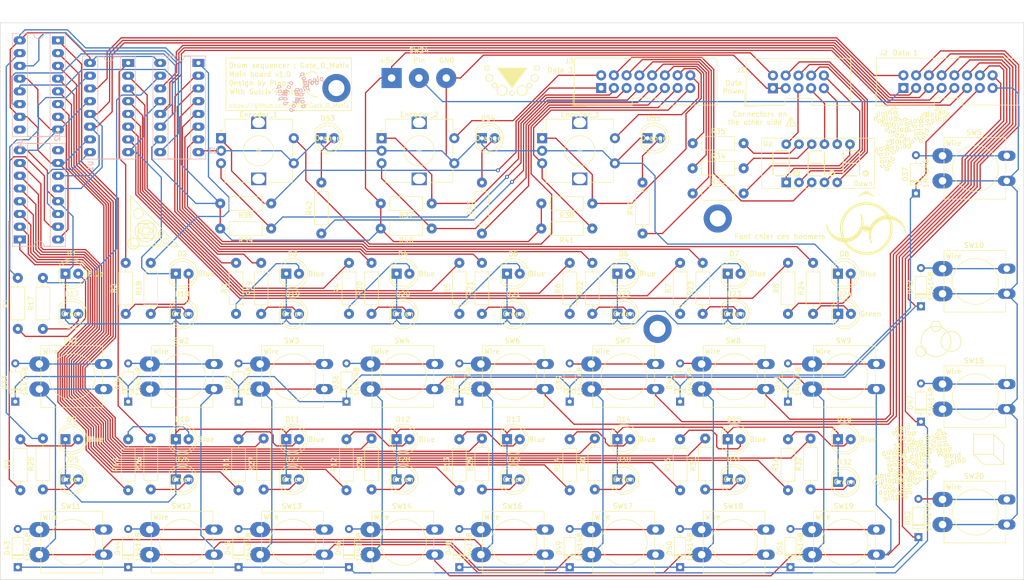
<source format=kicad_pcb>
(kicad_pcb (version 20171130) (host pcbnew 5.1.5+dfsg1-2build2)
  (layers (0 F.Cu signal) (31 B.Cu signal) (34 B.Paste user hide) (35 F.Paste user hide) (36 B.SilkS user) (37 F.SilkS user) (38 B.Mask user hide) (39 F.Mask user hide) (44 Edge.Cuts user))
  (net 0 "")
  (net 1 GND)
  (net 2 "Net-(D1-Pad2)")
  (net 3 "Net-(D2-Pad2)")
  (net 4 "Net-(D3-Pad2)")
  (net 5 "Net-(D4-Pad2)")
  (net 6 "Net-(D5-Pad2)")
  (net 7 "Net-(D6-Pad2)")
  (net 8 "Net-(D7-Pad2)")
  (net 9 "Net-(D8-Pad2)")
  (net 10 "Net-(D9-Pad2)")
  (net 11 "Net-(D10-Pad2)")
  (net 12 "Net-(D11-Pad2)")
  (net 13 "Net-(D12-Pad2)")
  (net 14 "Net-(D13-Pad2)")
  (net 15 "Net-(D14-Pad2)")
  (net 16 "Net-(D15-Pad2)")
  (net 17 "Net-(D16-Pad2)")
  (net 18 "Net-(D17-Pad2)")
  (net 19 "Net-(D18-Pad2)")
  (net 20 "Net-(D19-Pad2)")
  (net 21 "Net-(D20-Pad2)")
  (net 22 "Net-(D21-Pad2)")
  (net 23 "Net-(D22-Pad2)")
  (net 24 "Net-(D23-Pad2)")
  (net 25 "Net-(D24-Pad2)")
  (net 26 "Net-(D25-Pad2)")
  (net 27 "Net-(D26-Pad2)")
  (net 28 "Net-(D27-Pad2)")
  (net 29 "Net-(D28-Pad2)")
  (net 30 "Net-(D29-Pad2)")
  (net 31 "Net-(D30-Pad2)")
  (net 32 "Net-(D31-Pad2)")
  (net 33 "Net-(D32-Pad2)")
  (net 34 "Net-(D33-Pad2)")
  (net 35 1)
  (net 36 "Net-(D34-Pad2)")
  (net 37 "Net-(D35-Pad2)")
  (net 38 "Net-(D36-Pad2)")
  (net 39 "Net-(D37-Pad2)")
  (net 40 "Net-(D38-Pad2)")
  (net 41 2)
  (net 42 "Net-(D39-Pad2)")
  (net 43 "Net-(D40-Pad2)")
  (net 44 "Net-(D41-Pad2)")
  (net 45 "Net-(D42-Pad2)")
  (net 46 3)
  (net 47 "Net-(D43-Pad2)")
  (net 48 "Net-(D44-Pad2)")
  (net 49 "Net-(D45-Pad2)")
  (net 50 "Net-(D46-Pad2)")
  (net 51 "Net-(D47-Pad2)")
  (net 52 4)
  (net 53 "Net-(D48-Pad2)")
  (net 54 "Net-(D49-Pad2)")
  (net 55 "Net-(D50-Pad2)")
  (net 56 "Net-(D51-Pad2)")
  (net 57 "Net-(D52-Pad2)")
  (net 58 A)
  (net 59 B)
  (net 60 C)
  (net 61 Data_1)
  (net 62 Clock_1)
  (net 63 Latch_1)
  (net 64 Data_2)
  (net 65 Clock_2)
  (net 66 Latch_2)
  (net 67 E)
  (net 68 D)
  (net 69 +5V)
  (net 70 "Net-(R1-Pad2)")
  (net 71 "Net-(R2-Pad2)")
  (net 72 "Net-(R3-Pad2)")
  (net 73 "Net-(R4-Pad2)")
  (net 74 "Net-(R5-Pad2)")
  (net 75 "Net-(R6-Pad2)")
  (net 76 "Net-(R7-Pad2)")
  (net 77 "Net-(R8-Pad2)")
  (net 78 "Net-(R9-Pad2)")
  (net 79 "Net-(R10-Pad2)")
  (net 80 "Net-(R11-Pad2)")
  (net 81 "Net-(R12-Pad2)")
  (net 82 "Net-(R13-Pad2)")
  (net 83 "Net-(R14-Pad2)")
  (net 84 "Net-(R15-Pad2)")
  (net 85 "Net-(R16-Pad2)")
  (net 86 "Net-(R17-Pad2)")
  (net 87 "Net-(R18-Pad2)")
  (net 88 "Net-(R19-Pad2)")
  (net 89 "Net-(R20-Pad2)")
  (net 90 "Net-(R21-Pad2)")
  (net 91 "Net-(R22-Pad2)")
  (net 92 "Net-(R23-Pad2)")
  (net 93 "Net-(R24-Pad2)")
  (net 94 "Net-(R25-Pad2)")
  (net 95 "Net-(R26-Pad2)")
  (net 96 "Net-(R27-Pad2)")
  (net 97 "Net-(R28-Pad2)")
  (net 98 "Net-(R29-Pad2)")
  (net 99 "Net-(R30-Pad2)")
  (net 100 "Net-(R31-Pad2)")
  (net 101 "Net-(R32-Pad2)")
  (net 102 "Net-(U1-Pad9)")
  (net 103 "Net-(U2-Pad9)")
  (net 104 "Net-(U3-Pad9)")
  (net 105 "Net-(U4-Pad9)")
  (net 106 "Net-(D53-Pad2)")
  (net 107 "Net-(D54-Pad2)")
  (net 108 "Net-(D55-Pad2)")
  (net 109 Selector_pin)
  (net 110 ecdr_clock_3)
  (net 111 ecdr_sw_3)
  (net 112 ecdr_data_3)
  (net 113 ecdr_led_3)
  (net 114 ecdr_led_2)
  (net 115 ecdr_data_2)
  (net 116 ecdr_sw_2)
  (net 117 ecdr_clock_2)
  (net 118 ecdr_led_1)
  (net 119 ecdr_data_1)
  (net 120 ecdr_sw_1)
  (net 121 ecdr_clock_1)
  (net 122 "Net-(R33-Pad2)")
  (net 123 Screen_CA1)
  (net 124 "Net-(R34-Pad2)")
  (net 125 Screen_CA2)
  (net 126 "Net-(R35-Pad2)")
  (net 127 Screen_CA3)
  (net 128 Screen_B)
  (net 129 Screen_F)
  (net 130 Screen_A)
  (net 131 Screen_G)
  (net 132 Screen_C)
  (net 133 Screen_DP)
  (net 134 Screen_D)
  (net 135 Screen_E)
  (module MountingHole:MountingHole_3.2mm_M3_DIN965_Pad (layer F.Cu) (at 98 56)
    (fp_text reference REF** hide)
    (fp_text value MountingHole_3.2mm_M3_DIN965_Pad)
    (pad 1 thru_hole circle (at 0 0) (size 5.6 5.6) (drill 3.2) (layers *.Cu *.Mask))
  )
  (module MountingHole:MountingHole_3.2mm_M3_DIN965_Pad (layer F.Cu) (at 162 104)
    (fp_text reference REF** hide)
    (fp_text value MountingHole_3.2mm_M3_DIN965_Pad)
    (pad 1 thru_hole circle (at 0 0) (size 5.6 5.6) (drill 3.2) (layers *.Cu *.Mask))
  )
  (module MountingHole:MountingHole_3.2mm_M3_DIN965_Pad (layer F.Cu) (at 174 82)
    (fp_text reference REF** hide)
    (fp_text value MountingHole_3.2mm_M3_DIN965_Pad)
    (pad 1 thru_hole circle (at 0 0) (size 5.6 5.6) (drill 3.2) (layers *.Cu *.Mask))
  )
  (module 00_Mes_empreintes:DIP-16_Socket (layer B.Cu) (at 56.5 51 180)
    (fp_text reference U1 (at 7.5 -20.5 270) (layer B.SilkS) (effects (justify mirror)))
    (fp_text value 74HC595)
    (pad 16 thru_hole oval (at 7.62 0 180) (size 2.4 1.6) (drill 0.8) (layers *.Cu *.Mask) (net 69 +5V))
    (pad 8 thru_hole oval (at 0 -17.78 180) (size 2.4 1.6) (drill 0.8) (layers *.Cu *.Mask) (net 1 GND))
    (pad 15 thru_hole oval (at 7.62 -2.54 180) (size 2.4 1.6) (drill 0.8) (layers *.Cu *.Mask) (net 70 "Net-(R1-Pad2)"))
    (pad 7 thru_hole oval (at 0 -15.24 180) (size 2.4 1.6) (drill 0.8) (layers *.Cu *.Mask) (net 77 "Net-(R8-Pad2)"))
    (pad 14 thru_hole oval (at 7.62 -5.08 180) (size 2.4 1.6) (drill 0.8) (layers *.Cu *.Mask) (net 61 Data_1))
    (pad 6 thru_hole oval (at 0 -12.7 180) (size 2.4 1.6) (drill 0.8) (layers *.Cu *.Mask) (net 76 "Net-(R7-Pad2)"))
    (pad 13 thru_hole oval (at 7.62 -7.62 180) (size 2.4 1.6) (drill 0.8) (layers *.Cu *.Mask) (net 1 GND))
    (pad 5 thru_hole oval (at 0 -10.16 180) (size 2.4 1.6) (drill 0.8) (layers *.Cu *.Mask) (net 75 "Net-(R6-Pad2)"))
    (pad 12 thru_hole oval (at 7.62 -10.16 180) (size 2.4 1.6) (drill 0.8) (layers *.Cu *.Mask) (net 63 Latch_1))
    (pad 4 thru_hole oval (at 0 -7.62 180) (size 2.4 1.6) (drill 0.8) (layers *.Cu *.Mask) (net 74 "Net-(R5-Pad2)"))
    (pad 11 thru_hole oval (at 7.62 -12.7 180) (size 2.4 1.6) (drill 0.8) (layers *.Cu *.Mask) (net 62 Clock_1))
    (pad 3 thru_hole oval (at 0 -5.08 180) (size 2.4 1.6) (drill 0.8) (layers *.Cu *.Mask) (net 73 "Net-(R4-Pad2)"))
    (pad 10 thru_hole oval (at 7.62 -15.24 180) (size 2.4 1.6) (drill 0.8) (layers *.Cu *.Mask) (net 69 +5V))
    (pad 2 thru_hole oval (at 0 -2.54 180) (size 2.4 1.6) (drill 0.8) (layers *.Cu *.Mask) (net 72 "Net-(R3-Pad2)"))
    (pad 9 thru_hole oval (at 7.62 -17.78 180) (size 2.4 1.6) (drill 0.8) (layers *.Cu *.Mask) (net 102 "Net-(U1-Pad9)"))
    (pad 1 thru_hole rect (at 0 0 180) (size 2.4 1.6) (drill 0.8) (layers *.Cu *.Mask) (net 71 "Net-(R2-Pad2)"))
  )
  (module 00_Mes_empreintes:DIP-16_Socket (layer B.Cu) (at 34.9 86.18)
    (fp_text reference U2 (at 7.5 -20.5 270) (layer B.SilkS) (effects (justify mirror)))
    (fp_text value 74HC595)
    (pad 1 thru_hole rect (at 0 0) (size 2.4 1.6) (drill 0.8) (layers *.Cu *.Mask) (net 79 "Net-(R10-Pad2)"))
    (pad 9 thru_hole oval (at 7.62 -17.78) (size 2.4 1.6) (drill 0.8) (layers *.Cu *.Mask) (net 103 "Net-(U2-Pad9)"))
    (pad 2 thru_hole oval (at 0 -2.54) (size 2.4 1.6) (drill 0.8) (layers *.Cu *.Mask) (net 80 "Net-(R11-Pad2)"))
    (pad 10 thru_hole oval (at 7.62 -15.24) (size 2.4 1.6) (drill 0.8) (layers *.Cu *.Mask) (net 69 +5V))
    (pad 3 thru_hole oval (at 0 -5.08) (size 2.4 1.6) (drill 0.8) (layers *.Cu *.Mask) (net 81 "Net-(R12-Pad2)"))
    (pad 11 thru_hole oval (at 7.62 -12.7) (size 2.4 1.6) (drill 0.8) (layers *.Cu *.Mask) (net 62 Clock_1))
    (pad 4 thru_hole oval (at 0 -7.62) (size 2.4 1.6) (drill 0.8) (layers *.Cu *.Mask) (net 82 "Net-(R13-Pad2)"))
    (pad 12 thru_hole oval (at 7.62 -10.16) (size 2.4 1.6) (drill 0.8) (layers *.Cu *.Mask) (net 63 Latch_1))
    (pad 5 thru_hole oval (at 0 -10.16) (size 2.4 1.6) (drill 0.8) (layers *.Cu *.Mask) (net 83 "Net-(R14-Pad2)"))
    (pad 13 thru_hole oval (at 7.62 -7.62) (size 2.4 1.6) (drill 0.8) (layers *.Cu *.Mask) (net 1 GND))
    (pad 6 thru_hole oval (at 0 -12.7) (size 2.4 1.6) (drill 0.8) (layers *.Cu *.Mask) (net 84 "Net-(R15-Pad2)"))
    (pad 14 thru_hole oval (at 7.62 -5.08) (size 2.4 1.6) (drill 0.8) (layers *.Cu *.Mask) (net 102 "Net-(U1-Pad9)"))
    (pad 7 thru_hole oval (at 0 -15.24) (size 2.4 1.6) (drill 0.8) (layers *.Cu *.Mask) (net 85 "Net-(R16-Pad2)"))
    (pad 15 thru_hole oval (at 7.62 -2.54) (size 2.4 1.6) (drill 0.8) (layers *.Cu *.Mask) (net 78 "Net-(R9-Pad2)"))
    (pad 8 thru_hole oval (at 0 -17.78) (size 2.4 1.6) (drill 0.8) (layers *.Cu *.Mask) (net 1 GND))
    (pad 16 thru_hole oval (at 7.62 0) (size 2.4 1.6) (drill 0.8) (layers *.Cu *.Mask) (net 69 +5V))
  )
  (module 00_Mes_empreintes:DIP-16_Socket (layer B.Cu) (at 42.5 46.5 180)
    (fp_text reference U4 (at 7.5 -20.5 270) (layer B.SilkS) (effects (justify mirror)))
    (fp_text value 74HC595)
    (pad 16 thru_hole oval (at 7.62 0 180) (size 2.4 1.6) (drill 0.8) (layers *.Cu *.Mask) (net 69 +5V))
    (pad 8 thru_hole oval (at 0 -17.78 180) (size 2.4 1.6) (drill 0.8) (layers *.Cu *.Mask) (net 1 GND))
    (pad 15 thru_hole oval (at 7.62 -2.54 180) (size 2.4 1.6) (drill 0.8) (layers *.Cu *.Mask) (net 94 "Net-(R25-Pad2)"))
    (pad 7 thru_hole oval (at 0 -15.24 180) (size 2.4 1.6) (drill 0.8) (layers *.Cu *.Mask) (net 101 "Net-(R32-Pad2)"))
    (pad 14 thru_hole oval (at 7.62 -5.08 180) (size 2.4 1.6) (drill 0.8) (layers *.Cu *.Mask) (net 104 "Net-(U3-Pad9)"))
    (pad 6 thru_hole oval (at 0 -12.7 180) (size 2.4 1.6) (drill 0.8) (layers *.Cu *.Mask) (net 100 "Net-(R31-Pad2)"))
    (pad 13 thru_hole oval (at 7.62 -7.62 180) (size 2.4 1.6) (drill 0.8) (layers *.Cu *.Mask) (net 1 GND))
    (pad 5 thru_hole oval (at 0 -10.16 180) (size 2.4 1.6) (drill 0.8) (layers *.Cu *.Mask) (net 99 "Net-(R30-Pad2)"))
    (pad 12 thru_hole oval (at 7.62 -10.16 180) (size 2.4 1.6) (drill 0.8) (layers *.Cu *.Mask) (net 66 Latch_2))
    (pad 4 thru_hole oval (at 0 -7.62 180) (size 2.4 1.6) (drill 0.8) (layers *.Cu *.Mask) (net 98 "Net-(R29-Pad2)"))
    (pad 11 thru_hole oval (at 7.62 -12.7 180) (size 2.4 1.6) (drill 0.8) (layers *.Cu *.Mask) (net 65 Clock_2))
    (pad 3 thru_hole oval (at 0 -5.08 180) (size 2.4 1.6) (drill 0.8) (layers *.Cu *.Mask) (net 97 "Net-(R28-Pad2)"))
    (pad 10 thru_hole oval (at 7.62 -15.24 180) (size 2.4 1.6) (drill 0.8) (layers *.Cu *.Mask) (net 69 +5V))
    (pad 2 thru_hole oval (at 0 -2.54 180) (size 2.4 1.6) (drill 0.8) (layers *.Cu *.Mask) (net 96 "Net-(R27-Pad2)"))
    (pad 9 thru_hole oval (at 7.62 -17.78 180) (size 2.4 1.6) (drill 0.8) (layers *.Cu *.Mask) (net 105 "Net-(U4-Pad9)"))
    (pad 1 thru_hole rect (at 0 0 180) (size 2.4 1.6) (drill 0.8) (layers *.Cu *.Mask) (net 95 "Net-(R26-Pad2)"))
  )
  (module 00_Mes_empreintes:IDC-Header_2x05 (layer F.Cu) (at 185 56.04 270)
    (fp_text reference J1 (at -3.64 6.4) (layer F.SilkS))
    (fp_text value "Data & Power")
    (pad 1 thru_hole rect (at 0 0 90) (size 2 2) (drill 1.016) (layers *.Cu *.Mask) (net 1 GND))
    (pad 2 thru_hole circle (at -2.54 0 90) (size 2 2) (drill 1.016) (layers *.Cu *.Mask) (net 69 +5V))
    (pad 3 thru_hole circle (at 0 -2.54 90) (size 2 2) (drill 1.016) (layers *.Cu *.Mask) (net 1 GND))
    (pad 4 thru_hole circle (at -2.54 -2.54 90) (size 2 2) (drill 1.016) (layers *.Cu *.Mask) (net 131 Screen_G))
    (pad 5 thru_hole circle (at 0 -5.08 90) (size 2 2) (drill 1.016) (layers *.Cu *.Mask) (net 128 Screen_B))
    (pad 6 thru_hole circle (at -2.54 -5.08 90) (size 2 2) (drill 1.016) (layers *.Cu *.Mask) (net 132 Screen_C))
    (pad 7 thru_hole circle (at 0 -7.62 90) (size 2 2) (drill 1.016) (layers *.Cu *.Mask) (net 129 Screen_F))
    (pad 8 thru_hole circle (at -2.54 -7.62 90) (size 2 2) (drill 1.016) (layers *.Cu *.Mask) (net 134 Screen_D))
    (pad 9 thru_hole circle (at 0 -10.16 90) (size 2 2) (drill 1.016) (layers *.Cu *.Mask) (net 130 Screen_A))
    (pad 10 thru_hole circle (at -2.54 -10.16 90) (size 2 2) (drill 1.016) (layers *.Cu *.Mask) (net 135 Screen_E))
  )
  (module 00_Mes_empreintes:SolderWirePad_1x03_Drill1.5mm (layer F.Cu) (at 109 54)
    (fp_text reference SW24 (at 5.445 -5.5) (layer F.SilkS))
    (fp_text value "Rotary_switch_8S.1P_(voltage_divider)")
    (pad 3 thru_hole circle (at 10.89 0) (size 4 4) (drill 1.50114) (layers *.Cu *.Mask) (net 1 GND))
    (pad 2 thru_hole circle (at 5.445 0) (size 4 4) (drill 1.50114) (layers *.Cu *.Mask) (net 109 Selector_pin))
    (pad 1 thru_hole rect (at 0 0) (size 4 4) (drill 1.50114) (layers *.Cu *.Mask) (net 69 +5V))
  )
  (module 00_Mes_empreintes:7-Segment_2831AS (layer F.Cu) (at 194 71)
    (fp_text reference U5 (at 0 -6) (layer F.SilkS) (effects (font (thickness 0.015))))
    (fp_text value 7_segment_3_digit_2831AS)
    (fp_text user Up (at -10 -4) (layer F.SilkS))
    (fp_text user Down (at 9 4) (layer F.SilkS))
    (pad 12 thru_hole circle (at -6.35 -3.81) (size 1.905 1.905) (drill 0.8636) (layers *.Cu *.Mask) (net 128 Screen_B))
    (pad 11 thru_hole circle (at -3.81 -3.81) (size 1.905 1.905) (drill 0.8636) (layers *.Cu *.Mask) (net 126 "Net-(R35-Pad2)"))
    (pad 10 thru_hole circle (at -1.27 -3.81) (size 1.905 1.905) (drill 0.8636) (layers *.Cu *.Mask) (net 124 "Net-(R34-Pad2)"))
    (pad 9 thru_hole circle (at 1.27 -3.81) (size 1.905 1.905) (drill 0.8636) (layers *.Cu *.Mask) (net 129 Screen_F))
    (pad 8 thru_hole circle (at 3.81 -3.81) (size 1.905 1.905) (drill 0.8636) (layers *.Cu *.Mask) (net 130 Screen_A))
    (pad 7 thru_hole circle (at 6.35 -3.81) (size 1.905 1.905) (drill 0.8636) (layers *.Cu *.Mask) (net 122 "Net-(R33-Pad2)"))
    (pad 5 thru_hole circle (at 3.81 3.81) (size 1.905 1.905) (drill 0.8636) (layers *.Cu *.Mask) (net 131 Screen_G))
    (pad 4 thru_hole circle (at 1.27 3.81) (size 1.905 1.905) (drill 0.8636) (layers *.Cu *.Mask) (net 132 Screen_C))
    (pad 3 thru_hole circle (at -1.27 3.81) (size 1.905 1.905) (drill 0.8636) (layers *.Cu *.Mask) (net 133 Screen_DP))
    (pad 2 thru_hole circle (at -3.81 3.81) (size 1.905 1.905) (drill 0.8636) (layers *.Cu *.Mask) (net 134 Screen_D))
    (pad 1 thru_hole rect (at -6.35 3.81) (size 1.905 1.905) (drill 0.8636) (layers *.Cu *.Mask) (net 135 Screen_E))
  )
  (module 00_Mes_empreintes:RotaryEncoder (layer F.Cu) (at 107 66)
    (fp_text reference Encoder_2 (at 7.5 -4.7) (layer F.SilkS))
    (fp_text value Rotary_Encoder_Switch)
    (pad S2 thru_hole circle (at 14.5 5) (size 2 2) (drill 1) (layers *.Cu *.Mask) (net 1 GND))
    (pad S1 thru_hole circle (at 14.5 0) (size 2 2) (drill 1) (layers *.Cu *.Mask) (net 116 ecdr_sw_2))
    (pad MP thru_hole rect (at 7.5 8.1) (size 3 2.5) (drill oval 2.5 2) (layers *.Cu *.Mask))
    (pad MP thru_hole rect (at 7.5 -3.1) (size 3 2.5) (drill oval 2.5 2) (layers *.Cu *.Mask))
    (pad B thru_hole circle (at 0 5) (size 2 2) (drill 1) (layers *.Cu *.Mask) (net 115 ecdr_data_2))
    (pad C thru_hole circle (at 0 2.5) (size 2 2) (drill 1) (layers *.Cu *.Mask) (net 1 GND))
    (pad A thru_hole rect (at 0 0) (size 2 2) (drill 1) (layers *.Cu *.Mask) (net 117 ecdr_clock_2))
  )
  (module 00_Mes_empreintes:RotaryEncoder (layer F.Cu) (at 139 66)
    (fp_text reference Encoder_3 (at 7.5 -4.7) (layer F.SilkS))
    (fp_text value Rotary_Encoder_Switch)
    (pad A thru_hole rect (at 0 0) (size 2 2) (drill 1) (layers *.Cu *.Mask) (net 110 ecdr_clock_3))
    (pad C thru_hole circle (at 0 2.5) (size 2 2) (drill 1) (layers *.Cu *.Mask) (net 1 GND))
    (pad B thru_hole circle (at 0 5) (size 2 2) (drill 1) (layers *.Cu *.Mask) (net 112 ecdr_data_3))
    (pad MP thru_hole rect (at 7.5 -3.1) (size 3 2.5) (drill oval 2.5 2) (layers *.Cu *.Mask))
    (pad MP thru_hole rect (at 7.5 8.1) (size 3 2.5) (drill oval 2.5 2) (layers *.Cu *.Mask))
    (pad S1 thru_hole circle (at 14.5 0) (size 2 2) (drill 1) (layers *.Cu *.Mask) (net 111 ecdr_sw_3))
    (pad S2 thru_hole circle (at 14.5 5) (size 2 2) (drill 1) (layers *.Cu *.Mask) (net 1 GND))
  )
  (module 00_Mes_empreintes:RotaryEncoder (layer F.Cu) (at 75 66)
    (fp_text reference Encoder_1 (at 7.5 -4.7) (layer F.SilkS))
    (fp_text value Rotary_Encoder_Switch)
    (pad S2 thru_hole circle (at 14.5 5) (size 2 2) (drill 1) (layers *.Cu *.Mask) (net 1 GND))
    (pad S1 thru_hole circle (at 14.5 0) (size 2 2) (drill 1) (layers *.Cu *.Mask) (net 120 ecdr_sw_1))
    (pad MP thru_hole rect (at 7.5 8.1) (size 3 2.5) (drill oval 2.5 2) (layers *.Cu *.Mask))
    (pad MP thru_hole rect (at 7.5 -3.1) (size 3 2.5) (drill oval 2.5 2) (layers *.Cu *.Mask))
    (pad B thru_hole circle (at 0 5) (size 2 2) (drill 1) (layers *.Cu *.Mask) (net 119 ecdr_data_1))
    (pad C thru_hole circle (at 0 2.5) (size 2 2) (drill 1) (layers *.Cu *.Mask) (net 1 GND))
    (pad A thru_hole rect (at 0 0) (size 2 2) (drill 1) (layers *.Cu *.Mask) (net 121 ecdr_clock_1))
  )
  (module 00_Mes_empreintes:Resistance (layer F.Cu) (at 159 85 90)
    (fp_text reference R44 (at 5.08 -2.37 90) (layer F.SilkS))
    (fp_text value 220)
    (pad 2 thru_hole circle (at 10.16 0 90) (size 2 2) (drill 0.8) (layers *.Cu *.Mask) (net 108 "Net-(D55-Pad2)"))
    (pad 1 thru_hole circle (at 0 0 90) (size 2 2) (drill 0.8) (layers *.Cu *.Mask) (net 113 ecdr_led_3))
  )
  (module 00_Mes_empreintes:Resistance (layer F.Cu) (at 127 85 90)
    (fp_text reference R43 (at 5.08 -2.37 90) (layer F.SilkS))
    (fp_text value 220)
    (pad 2 thru_hole circle (at 10.16 0 90) (size 2 2) (drill 0.8) (layers *.Cu *.Mask) (net 107 "Net-(D54-Pad2)"))
    (pad 1 thru_hole circle (at 0 0 90) (size 2 2) (drill 0.8) (layers *.Cu *.Mask) (net 114 ecdr_led_2))
  )
  (module 00_Mes_empreintes:Resistance (layer F.Cu) (at 95 85 90)
    (fp_text reference R42 (at 5.08 -2.37 90) (layer F.SilkS))
    (fp_text value 220)
    (pad 2 thru_hole circle (at 10.16 0 90) (size 2 2) (drill 0.8) (layers *.Cu *.Mask) (net 106 "Net-(D53-Pad2)"))
    (pad 1 thru_hole circle (at 0 0 90) (size 2 2) (drill 0.8) (layers *.Cu *.Mask) (net 118 ecdr_led_1))
  )
  (module 00_Mes_empreintes:Resistance (layer F.Cu) (at 149 84 180)
    (fp_text reference R41 (at 5.08 -2.37) (layer F.SilkS))
    (fp_text value 50k)
    (pad 2 thru_hole circle (at 10.16 0 180) (size 2 2) (drill 0.8) (layers *.Cu *.Mask) (net 69 +5V))
    (pad 1 thru_hole circle (at 0 0 180) (size 2 2) (drill 0.8) (layers *.Cu *.Mask) (net 112 ecdr_data_3))
  )
  (module 00_Mes_empreintes:Resistance (layer F.Cu) (at 117 84 180)
    (fp_text reference R40 (at 5.08 -2.37) (layer F.SilkS))
    (fp_text value 50k)
    (pad 2 thru_hole circle (at 10.16 0 180) (size 2 2) (drill 0.8) (layers *.Cu *.Mask) (net 69 +5V))
    (pad 1 thru_hole circle (at 0 0 180) (size 2 2) (drill 0.8) (layers *.Cu *.Mask) (net 115 ecdr_data_2))
  )
  (module 00_Mes_empreintes:Resistance (layer F.Cu) (at 85 84 180)
    (fp_text reference R39 (at 5.08 -2.37) (layer F.SilkS))
    (fp_text value 50k)
    (pad 2 thru_hole circle (at 10.16 0 180) (size 2 2) (drill 0.8) (layers *.Cu *.Mask) (net 69 +5V))
    (pad 1 thru_hole circle (at 0 0 180) (size 2 2) (drill 0.8) (layers *.Cu *.Mask) (net 119 ecdr_data_1))
  )
  (module 00_Mes_empreintes:Resistance (layer F.Cu) (at 149 79 180)
    (fp_text reference R38 (at 5.08 -2.37) (layer F.SilkS))
    (fp_text value 50k)
    (pad 2 thru_hole circle (at 10.16 0 180) (size 2 2) (drill 0.8) (layers *.Cu *.Mask) (net 69 +5V))
    (pad 1 thru_hole circle (at 0 0 180) (size 2 2) (drill 0.8) (layers *.Cu *.Mask) (net 110 ecdr_clock_3))
  )
  (module 00_Mes_empreintes:Resistance (layer F.Cu) (at 117 79 180)
    (fp_text reference R37 (at 5.08 -2.37) (layer F.SilkS))
    (fp_text value 50k)
    (pad 2 thru_hole circle (at 10.16 0 180) (size 2 2) (drill 0.8) (layers *.Cu *.Mask) (net 69 +5V))
    (pad 1 thru_hole circle (at 0 0 180) (size 2 2) (drill 0.8) (layers *.Cu *.Mask) (net 117 ecdr_clock_2))
  )
  (module 00_Mes_empreintes:Resistance (layer F.Cu) (at 85 79 180)
    (fp_text reference R36 (at 5.08 -2.37) (layer F.SilkS))
    (fp_text value 50k)
    (pad 2 thru_hole circle (at 10.16 0 180) (size 2 2) (drill 0.8) (layers *.Cu *.Mask) (net 69 +5V))
    (pad 1 thru_hole circle (at 0 0 180) (size 2 2) (drill 0.8) (layers *.Cu *.Mask) (net 121 ecdr_clock_1))
  )
  (module 00_Mes_empreintes:Resistance (layer F.Cu) (at 169 67)
    (fp_text reference R35 (at 5.08 -2.37) (layer F.SilkS))
    (fp_text value ?)
    (pad 2 thru_hole circle (at 10.16 0) (size 2 2) (drill 0.8) (layers *.Cu *.Mask) (net 126 "Net-(R35-Pad2)"))
    (pad 1 thru_hole circle (at 0 0) (size 2 2) (drill 0.8) (layers *.Cu *.Mask) (net 127 Screen_CA3))
  )
  (module 00_Mes_empreintes:Resistance (layer F.Cu) (at 169 72)
    (fp_text reference R34 (at 5.08 -2.37) (layer F.SilkS))
    (fp_text value ?)
    (pad 2 thru_hole circle (at 10.16 0) (size 2 2) (drill 0.8) (layers *.Cu *.Mask) (net 124 "Net-(R34-Pad2)"))
    (pad 1 thru_hole circle (at 0 0) (size 2 2) (drill 0.8) (layers *.Cu *.Mask) (net 125 Screen_CA2))
  )
  (module 00_Mes_empreintes:Resistance (layer F.Cu) (at 169 77)
    (fp_text reference R33 (at 5.08 -2.37) (layer F.SilkS))
    (fp_text value ?)
    (pad 2 thru_hole circle (at 10.16 0) (size 2 2) (drill 0.8) (layers *.Cu *.Mask) (net 122 "Net-(R33-Pad2)"))
    (pad 1 thru_hole circle (at 0 0) (size 2 2) (drill 0.8) (layers *.Cu *.Mask) (net 123 Screen_CA1))
  )
  (module 00_Mes_empreintes:IDC-Header_2x08 (layer F.Cu) (at 150.76 56 270)
    (fp_text reference J3 (at -5.4 6.36 180) (layer F.SilkS))
    (fp_text value "Data 3")
    (pad 16 thru_hole circle (at -2.54 -17.78 90) (size 2 2) (drill 1.016) (layers *.Cu *.Mask) (net 111 ecdr_sw_3))
    (pad 15 thru_hole circle (at 0 -17.78 90) (size 2 2) (drill 1.016) (layers *.Cu *.Mask) (net 112 ecdr_data_3))
    (pad 14 thru_hole circle (at -2.54 -15.24 90) (size 2 2) (drill 1.016) (layers *.Cu *.Mask) (net 110 ecdr_clock_3))
    (pad 13 thru_hole circle (at 0 -15.24 90) (size 2 2) (drill 1.016) (layers *.Cu *.Mask) (net 120 ecdr_sw_1))
    (pad 12 thru_hole circle (at -2.54 -12.7 90) (size 2 2) (drill 1.016) (layers *.Cu *.Mask) (net 127 Screen_CA3))
    (pad 11 thru_hole circle (at 0 -12.7 90) (size 2 2) (drill 1.016) (layers *.Cu *.Mask) (net 114 ecdr_led_2))
    (pad 10 thru_hole circle (at -2.54 -10.16 90) (size 2 2) (drill 1.016) (layers *.Cu *.Mask) (net 125 Screen_CA2))
    (pad 9 thru_hole circle (at 0 -10.16 90) (size 2 2) (drill 1.016) (layers *.Cu *.Mask) (net 115 ecdr_data_2))
    (pad 8 thru_hole circle (at -2.54 -7.62 90) (size 2 2) (drill 1.016) (layers *.Cu *.Mask) (net 123 Screen_CA1))
    (pad 7 thru_hole circle (at 0 -7.62 90) (size 2 2) (drill 1.016) (layers *.Cu *.Mask) (net 118 ecdr_led_1))
    (pad 6 thru_hole circle (at -2.54 -5.08 90) (size 2 2) (drill 1.016) (layers *.Cu *.Mask) (net 113 ecdr_led_3))
    (pad 5 thru_hole circle (at 0 -5.08 90) (size 2 2) (drill 1.016) (layers *.Cu *.Mask) (net 119 ecdr_data_1))
    (pad 4 thru_hole circle (at -2.54 -2.54 90) (size 2 2) (drill 1.016) (layers *.Cu *.Mask) (net 133 Screen_DP))
    (pad 3 thru_hole circle (at 0 -2.54 90) (size 2 2) (drill 1.016) (layers *.Cu *.Mask) (net 117 ecdr_clock_2))
    (pad 2 thru_hole circle (at -2.54 0 90) (size 2 2) (drill 1.016) (layers *.Cu *.Mask) (net 116 ecdr_sw_2))
    (pad 1 thru_hole rect (at 0 0 90) (size 2 2) (drill 1.016) (layers *.Cu *.Mask) (net 121 ecdr_clock_1))
  )
  (module 00_Mes_empreintes:LED_5.0mm (layer F.Cu) (at 160 66)
    (fp_text reference D55 (at 1.27 -3.96) (layer F.SilkS))
    (fp_text value LED)
    (pad 1 thru_hole rect (at 0 0) (size 2 2) (drill 0.8) (layers *.Cu *.Mask) (net 1 GND))
    (pad 2 thru_hole circle (at 2.54 0) (size 2 2) (drill 0.8) (layers *.Cu *.Mask) (net 108 "Net-(D55-Pad2)"))
  )
  (module 00_Mes_empreintes:LED_5.0mm (layer F.Cu) (at 127 66)
    (fp_text reference D54 (at 1.27 -3.96) (layer F.SilkS))
    (fp_text value LED)
    (pad 1 thru_hole rect (at 0 0) (size 2 2) (drill 0.8) (layers *.Cu *.Mask) (net 1 GND))
    (pad 2 thru_hole circle (at 2.54 0) (size 2 2) (drill 0.8) (layers *.Cu *.Mask) (net 107 "Net-(D54-Pad2)"))
  )
  (module 00_Mes_empreintes:LED_5.0mm (layer F.Cu) (at 95 66)
    (fp_text reference D53 (at 1.27 -3.96) (layer F.SilkS))
    (fp_text value LED)
    (pad 1 thru_hole rect (at 0 0) (size 2 2) (drill 0.8) (layers *.Cu *.Mask) (net 1 GND))
    (pad 2 thru_hole circle (at 2.54 0) (size 2 2) (drill 0.8) (layers *.Cu *.Mask) (net 106 "Net-(D53-Pad2)"))
  )
  (module 00_Mes_empreintes:LED_5.0mm (layer F.Cu) (at 44 93)
    (fp_text reference D1 (at 1.27 -3.96) (layer F.SilkS))
    (fp_text value LED_BLUE)
    (pad 1 thru_hole rect (at 0 0) (size 2 2) (drill 0.8) (layers *.Cu *.Mask) (net 1 GND))
    (pad 2 thru_hole circle (at 2.54 0) (size 2 2) (drill 0.8) (layers *.Cu *.Mask) (net 2 "Net-(D1-Pad2)"))
  )
  (module 00_Mes_empreintes:LED_5.0mm (layer F.Cu) (at 66 93)
    (fp_text reference D2 (at 1.27 -3.96) (layer F.SilkS))
    (fp_text value LED_BLUE)
    (pad 1 thru_hole rect (at 0 0) (size 2 2) (drill 0.8) (layers *.Cu *.Mask) (net 1 GND))
    (pad 2 thru_hole circle (at 2.54 0) (size 2 2) (drill 0.8) (layers *.Cu *.Mask) (net 3 "Net-(D2-Pad2)"))
  )
  (module 00_Mes_empreintes:LED_5.0mm (layer F.Cu) (at 88 93)
    (fp_text reference D3 (at 1.27 -3.96) (layer F.SilkS))
    (fp_text value LED_BLUE)
    (pad 1 thru_hole rect (at 0 0) (size 2 2) (drill 0.8) (layers *.Cu *.Mask) (net 1 GND))
    (pad 2 thru_hole circle (at 2.54 0) (size 2 2) (drill 0.8) (layers *.Cu *.Mask) (net 4 "Net-(D3-Pad2)"))
  )
  (module 00_Mes_empreintes:LED_5.0mm (layer F.Cu) (at 110 93)
    (fp_text reference D4 (at 1.27 -3.96) (layer F.SilkS))
    (fp_text value LED_BLUE)
    (pad 1 thru_hole rect (at 0 0) (size 2 2) (drill 0.8) (layers *.Cu *.Mask) (net 1 GND))
    (pad 2 thru_hole circle (at 2.54 0) (size 2 2) (drill 0.8) (layers *.Cu *.Mask) (net 5 "Net-(D4-Pad2)"))
  )
  (module 00_Mes_empreintes:LED_5.0mm (layer F.Cu) (at 132 93)
    (fp_text reference D5 (at 1.27 -3.96) (layer F.SilkS))
    (fp_text value LED_BLUE)
    (pad 1 thru_hole rect (at 0 0) (size 2 2) (drill 0.8) (layers *.Cu *.Mask) (net 1 GND))
    (pad 2 thru_hole circle (at 2.54 0) (size 2 2) (drill 0.8) (layers *.Cu *.Mask) (net 6 "Net-(D5-Pad2)"))
  )
  (module 00_Mes_empreintes:LED_5.0mm (layer F.Cu) (at 154 93)
    (fp_text reference D6 (at 1.27 -3.96) (layer F.SilkS))
    (fp_text value LED_BLUE)
    (pad 1 thru_hole rect (at 0 0) (size 2 2) (drill 0.8) (layers *.Cu *.Mask) (net 1 GND))
    (pad 2 thru_hole circle (at 2.54 0) (size 2 2) (drill 0.8) (layers *.Cu *.Mask) (net 7 "Net-(D6-Pad2)"))
  )
  (module 00_Mes_empreintes:LED_5.0mm (layer F.Cu) (at 176 93)
    (fp_text reference D7 (at 1.27 -3.96) (layer F.SilkS))
    (fp_text value LED_BLUE)
    (pad 1 thru_hole rect (at 0 0) (size 2 2) (drill 0.8) (layers *.Cu *.Mask) (net 1 GND))
    (pad 2 thru_hole circle (at 2.54 0) (size 2 2) (drill 0.8) (layers *.Cu *.Mask) (net 8 "Net-(D7-Pad2)"))
  )
  (module 00_Mes_empreintes:LED_5.0mm (layer F.Cu) (at 197.96 93)
    (fp_text reference D8 (at 1.27 -3.96) (layer F.SilkS))
    (fp_text value LED_BLUE)
    (pad 1 thru_hole rect (at 0 0) (size 2 2) (drill 0.8) (layers *.Cu *.Mask) (net 1 GND))
    (pad 2 thru_hole circle (at 2.54 0) (size 2 2) (drill 0.8) (layers *.Cu *.Mask) (net 9 "Net-(D8-Pad2)"))
  )
  (module 00_Mes_empreintes:LED_5.0mm (layer F.Cu) (at 44 126)
    (fp_text reference D9 (at 1.27 -3.96) (layer F.SilkS))
    (fp_text value LED_BLUE)
    (pad 1 thru_hole rect (at 0 0) (size 2 2) (drill 0.8) (layers *.Cu *.Mask) (net 1 GND))
    (pad 2 thru_hole circle (at 2.54 0) (size 2 2) (drill 0.8) (layers *.Cu *.Mask) (net 10 "Net-(D9-Pad2)"))
  )
  (module 00_Mes_empreintes:LED_5.0mm (layer F.Cu) (at 66 126)
    (fp_text reference D10 (at 1.27 -3.96) (layer F.SilkS))
    (fp_text value LED_BLUE)
    (pad 1 thru_hole rect (at 0 0) (size 2 2) (drill 0.8) (layers *.Cu *.Mask) (net 1 GND))
    (pad 2 thru_hole circle (at 2.54 0) (size 2 2) (drill 0.8) (layers *.Cu *.Mask) (net 11 "Net-(D10-Pad2)"))
  )
  (module 00_Mes_empreintes:LED_5.0mm (layer F.Cu) (at 88 126)
    (fp_text reference D11 (at 1.27 -3.96) (layer F.SilkS))
    (fp_text value LED_BLUE)
    (pad 1 thru_hole rect (at 0 0) (size 2 2) (drill 0.8) (layers *.Cu *.Mask) (net 1 GND))
    (pad 2 thru_hole circle (at 2.54 0) (size 2 2) (drill 0.8) (layers *.Cu *.Mask) (net 12 "Net-(D11-Pad2)"))
  )
  (module 00_Mes_empreintes:LED_5.0mm (layer F.Cu) (at 110 126)
    (fp_text reference D12 (at 1.27 -3.96) (layer F.SilkS))
    (fp_text value LED_BLUE)
    (pad 1 thru_hole rect (at 0 0) (size 2 2) (drill 0.8) (layers *.Cu *.Mask) (net 1 GND))
    (pad 2 thru_hole circle (at 2.54 0) (size 2 2) (drill 0.8) (layers *.Cu *.Mask) (net 13 "Net-(D12-Pad2)"))
  )
  (module 00_Mes_empreintes:LED_5.0mm (layer F.Cu) (at 132 126)
    (fp_text reference D13 (at 1.27 -3.96) (layer F.SilkS))
    (fp_text value LED_BLUE)
    (pad 1 thru_hole rect (at 0 0) (size 2 2) (drill 0.8) (layers *.Cu *.Mask) (net 1 GND))
    (pad 2 thru_hole circle (at 2.54 0) (size 2 2) (drill 0.8) (layers *.Cu *.Mask) (net 14 "Net-(D13-Pad2)"))
  )
  (module 00_Mes_empreintes:LED_5.0mm (layer F.Cu) (at 154 126)
    (fp_text reference D14 (at 1.27 -3.96) (layer F.SilkS))
    (fp_text value LED_BLUE)
    (pad 1 thru_hole rect (at 0 0) (size 2 2) (drill 0.8) (layers *.Cu *.Mask) (net 1 GND))
    (pad 2 thru_hole circle (at 2.54 0) (size 2 2) (drill 0.8) (layers *.Cu *.Mask) (net 15 "Net-(D14-Pad2)"))
  )
  (module 00_Mes_empreintes:LED_5.0mm (layer F.Cu) (at 176 126)
    (fp_text reference D15 (at 1.27 -3.96) (layer F.SilkS))
    (fp_text value LED_BLUE)
    (pad 1 thru_hole rect (at 0 0) (size 2 2) (drill 0.8) (layers *.Cu *.Mask) (net 1 GND))
    (pad 2 thru_hole circle (at 2.54 0) (size 2 2) (drill 0.8) (layers *.Cu *.Mask) (net 16 "Net-(D15-Pad2)"))
  )
  (module 00_Mes_empreintes:LED_5.0mm (layer F.Cu) (at 197.96 126)
    (fp_text reference D16 (at 1.27 -3.96) (layer F.SilkS))
    (fp_text value LED_BLUE)
    (pad 1 thru_hole rect (at 0 0) (size 2 2) (drill 0.8) (layers *.Cu *.Mask) (net 1 GND))
    (pad 2 thru_hole circle (at 2.54 0) (size 2 2) (drill 0.8) (layers *.Cu *.Mask) (net 17 "Net-(D16-Pad2)"))
  )
  (module 00_Mes_empreintes:LED_5.0mm (layer F.Cu) (at 44 101)
    (fp_text reference D17 (at 1.27 -3.96) (layer F.SilkS))
    (fp_text value LED_GREEN)
    (pad 1 thru_hole rect (at 0 0) (size 2 2) (drill 0.8) (layers *.Cu *.Mask) (net 1 GND))
    (pad 2 thru_hole circle (at 2.54 0) (size 2 2) (drill 0.8) (layers *.Cu *.Mask) (net 18 "Net-(D17-Pad2)"))
  )
  (module 00_Mes_empreintes:LED_5.0mm (layer F.Cu) (at 66 101)
    (fp_text reference D18 (at 1.27 -3.96) (layer F.SilkS))
    (fp_text value LED_GREEN)
    (pad 1 thru_hole rect (at 0 0) (size 2 2) (drill 0.8) (layers *.Cu *.Mask) (net 1 GND))
    (pad 2 thru_hole circle (at 2.54 0) (size 2 2) (drill 0.8) (layers *.Cu *.Mask) (net 19 "Net-(D18-Pad2)"))
  )
  (module 00_Mes_empreintes:LED_5.0mm (layer F.Cu) (at 88 101)
    (fp_text reference D19 (at 1.27 -3.96) (layer F.SilkS))
    (fp_text value LED_GREEN)
    (pad 1 thru_hole rect (at 0 0) (size 2 2) (drill 0.8) (layers *.Cu *.Mask) (net 1 GND))
    (pad 2 thru_hole circle (at 2.54 0) (size 2 2) (drill 0.8) (layers *.Cu *.Mask) (net 20 "Net-(D19-Pad2)"))
  )
  (module 00_Mes_empreintes:LED_5.0mm (layer F.Cu) (at 110 101)
    (fp_text reference D20 (at 1.27 -3.96) (layer F.SilkS))
    (fp_text value LED_GREEN)
    (pad 1 thru_hole rect (at 0 0) (size 2 2) (drill 0.8) (layers *.Cu *.Mask) (net 1 GND))
    (pad 2 thru_hole circle (at 2.54 0) (size 2 2) (drill 0.8) (layers *.Cu *.Mask) (net 21 "Net-(D20-Pad2)"))
  )
  (module 00_Mes_empreintes:LED_5.0mm (layer F.Cu) (at 132 101)
    (fp_text reference D21 (at 1.27 -3.96) (layer F.SilkS))
    (fp_text value LED_GREEN)
    (pad 1 thru_hole rect (at 0 0) (size 2 2) (drill 0.8) (layers *.Cu *.Mask) (net 1 GND))
    (pad 2 thru_hole circle (at 2.54 0) (size 2 2) (drill 0.8) (layers *.Cu *.Mask) (net 22 "Net-(D21-Pad2)"))
  )
  (module 00_Mes_empreintes:LED_5.0mm (layer F.Cu) (at 154 101)
    (fp_text reference D22 (at 1.27 -3.96) (layer F.SilkS))
    (fp_text value LED_GREEN)
    (pad 1 thru_hole rect (at 0 0) (size 2 2) (drill 0.8) (layers *.Cu *.Mask) (net 1 GND))
    (pad 2 thru_hole circle (at 2.54 0) (size 2 2) (drill 0.8) (layers *.Cu *.Mask) (net 23 "Net-(D22-Pad2)"))
  )
  (module 00_Mes_empreintes:LED_5.0mm (layer F.Cu) (at 176 101)
    (fp_text reference D23 (at 1.27 -3.96) (layer F.SilkS))
    (fp_text value LED_GREEN)
    (pad 1 thru_hole rect (at 0 0) (size 2 2) (drill 0.8) (layers *.Cu *.Mask) (net 1 GND))
    (pad 2 thru_hole circle (at 2.54 0) (size 2 2) (drill 0.8) (layers *.Cu *.Mask) (net 24 "Net-(D23-Pad2)"))
  )
  (module 00_Mes_empreintes:LED_5.0mm (layer F.Cu) (at 198 101)
    (fp_text reference D24 (at 1.27 -3.96) (layer F.SilkS))
    (fp_text value LED_GREEN)
    (pad 1 thru_hole rect (at 0 0) (size 2 2) (drill 0.8) (layers *.Cu *.Mask) (net 1 GND))
    (pad 2 thru_hole circle (at 2.54 0) (size 2 2) (drill 0.8) (layers *.Cu *.Mask) (net 25 "Net-(D24-Pad2)"))
  )
  (module 00_Mes_empreintes:LED_5.0mm (layer F.Cu) (at 44 134)
    (fp_text reference D25 (at 1.27 -3.96) (layer F.SilkS))
    (fp_text value LED_GREEN)
    (pad 1 thru_hole rect (at 0 0) (size 2 2) (drill 0.8) (layers *.Cu *.Mask) (net 1 GND))
    (pad 2 thru_hole circle (at 2.54 0) (size 2 2) (drill 0.8) (layers *.Cu *.Mask) (net 26 "Net-(D25-Pad2)"))
  )
  (module 00_Mes_empreintes:LED_5.0mm (layer F.Cu) (at 66 134)
    (fp_text reference D26 (at 1.27 -3.96) (layer F.SilkS))
    (fp_text value LED_GREEN)
    (pad 1 thru_hole rect (at 0 0) (size 2 2) (drill 0.8) (layers *.Cu *.Mask) (net 1 GND))
    (pad 2 thru_hole circle (at 2.54 0) (size 2 2) (drill 0.8) (layers *.Cu *.Mask) (net 27 "Net-(D26-Pad2)"))
  )
  (module 00_Mes_empreintes:LED_5.0mm (layer F.Cu) (at 88 134)
    (fp_text reference D27 (at 1.27 -3.96) (layer F.SilkS))
    (fp_text value LED_GREEN)
    (pad 1 thru_hole rect (at 0 0) (size 2 2) (drill 0.8) (layers *.Cu *.Mask) (net 1 GND))
    (pad 2 thru_hole circle (at 2.54 0) (size 2 2) (drill 0.8) (layers *.Cu *.Mask) (net 28 "Net-(D27-Pad2)"))
  )
  (module 00_Mes_empreintes:LED_5.0mm (layer F.Cu) (at 110 134)
    (fp_text reference D28 (at 1.27 -3.96) (layer F.SilkS))
    (fp_text value LED_GREEN)
    (pad 1 thru_hole rect (at 0 0) (size 2 2) (drill 0.8) (layers *.Cu *.Mask) (net 1 GND))
    (pad 2 thru_hole circle (at 2.54 0) (size 2 2) (drill 0.8) (layers *.Cu *.Mask) (net 29 "Net-(D28-Pad2)"))
  )
  (module 00_Mes_empreintes:LED_5.0mm (layer F.Cu) (at 132 134)
    (fp_text reference D29 (at 1.27 -3.96) (layer F.SilkS))
    (fp_text value LED_GREEN)
    (pad 1 thru_hole rect (at 0 0) (size 2 2) (drill 0.8) (layers *.Cu *.Mask) (net 1 GND))
    (pad 2 thru_hole circle (at 2.54 0) (size 2 2) (drill 0.8) (layers *.Cu *.Mask) (net 30 "Net-(D29-Pad2)"))
  )
  (module 00_Mes_empreintes:LED_5.0mm (layer F.Cu) (at 154 134)
    (fp_text reference D30 (at 1.27 -3.96) (layer F.SilkS))
    (fp_text value LED_GREEN)
    (pad 1 thru_hole rect (at 0 0) (size 2 2) (drill 0.8) (layers *.Cu *.Mask) (net 1 GND))
    (pad 2 thru_hole circle (at 2.54 0) (size 2 2) (drill 0.8) (layers *.Cu *.Mask) (net 31 "Net-(D30-Pad2)"))
  )
  (module 00_Mes_empreintes:LED_5.0mm (layer F.Cu) (at 176 134)
    (fp_text reference D31 (at 1.27 -3.96) (layer F.SilkS))
    (fp_text value LED_GREEN)
    (pad 1 thru_hole rect (at 0 0) (size 2 2) (drill 0.8) (layers *.Cu *.Mask) (net 1 GND))
    (pad 2 thru_hole circle (at 2.54 0) (size 2 2) (drill 0.8) (layers *.Cu *.Mask) (net 32 "Net-(D31-Pad2)"))
  )
  (module 00_Mes_empreintes:LED_5.0mm (layer F.Cu) (at 198 134.5)
    (fp_text reference D32 (at 1.27 -3.96) (layer F.SilkS))
    (fp_text value LED_GREEN)
    (pad 1 thru_hole rect (at 0 0) (size 2 2) (drill 0.8) (layers *.Cu *.Mask) (net 1 GND))
    (pad 2 thru_hole circle (at 2.54 0) (size 2 2) (drill 0.8) (layers *.Cu *.Mask) (net 33 "Net-(D32-Pad2)"))
  )
  (module Diode_THT:D_DO-35_SOD27_P7.62mm_Horizontal (layer F.Cu) (at 34 118.5 90)
    (fp_text reference D33 (at 3.81 -2.12 90) (layer F.SilkS))
    (fp_text value 1N4148)
    (pad 2 thru_hole oval (at 7.62 0 90) (size 1.6 1.6) (drill 0.8) (layers *.Cu *.Mask) (net 34 "Net-(D33-Pad2)"))
    (pad 1 thru_hole rect (at 0 0 90) (size 1.6 1.6) (drill 0.8) (layers *.Cu *.Mask) (net 35 1))
  )
  (module Diode_THT:D_DO-35_SOD27_P7.62mm_Horizontal (layer F.Cu) (at 56.5 118.5 90)
    (fp_text reference D34 (at 3.81 -2.12 90) (layer F.SilkS))
    (fp_text value 1N4148)
    (pad 2 thru_hole oval (at 7.62 0 90) (size 1.6 1.6) (drill 0.8) (layers *.Cu *.Mask) (net 36 "Net-(D34-Pad2)"))
    (pad 1 thru_hole rect (at 0 0 90) (size 1.6 1.6) (drill 0.8) (layers *.Cu *.Mask) (net 35 1))
  )
  (module Diode_THT:D_DO-35_SOD27_P7.62mm_Horizontal (layer F.Cu) (at 78.5 118.5 90)
    (fp_text reference D35 (at 3.81 -2.12 90) (layer F.SilkS))
    (fp_text value 1N4148)
    (pad 2 thru_hole oval (at 7.62 0 90) (size 1.6 1.6) (drill 0.8) (layers *.Cu *.Mask) (net 37 "Net-(D35-Pad2)"))
    (pad 1 thru_hole rect (at 0 0 90) (size 1.6 1.6) (drill 0.8) (layers *.Cu *.Mask) (net 35 1))
  )
  (module Diode_THT:D_DO-35_SOD27_P7.62mm_Horizontal (layer F.Cu) (at 100 118.5 90)
    (fp_text reference D36 (at 3.81 -2.12 90) (layer F.SilkS))
    (fp_text value 1N4148)
    (pad 2 thru_hole oval (at 7.62 0 90) (size 1.6 1.6) (drill 0.8) (layers *.Cu *.Mask) (net 38 "Net-(D36-Pad2)"))
    (pad 1 thru_hole rect (at 0 0 90) (size 1.6 1.6) (drill 0.8) (layers *.Cu *.Mask) (net 35 1))
  )
  (module Diode_THT:D_DO-35_SOD27_P7.62mm_Horizontal (layer F.Cu) (at 213.5 77 90)
    (fp_text reference D37 (at 3.81 -2.12 90) (layer F.SilkS))
    (fp_text value 1N4148)
    (pad 2 thru_hole oval (at 7.62 0 90) (size 1.6 1.6) (drill 0.8) (layers *.Cu *.Mask) (net 39 "Net-(D37-Pad2)"))
    (pad 1 thru_hole rect (at 0 0 90) (size 1.6 1.6) (drill 0.8) (layers *.Cu *.Mask) (net 35 1))
  )
  (module Diode_THT:D_DO-35_SOD27_P7.62mm_Horizontal (layer F.Cu) (at 122.5 118.5 90)
    (fp_text reference D38 (at 3.81 -2.12 90) (layer F.SilkS))
    (fp_text value 1N4148)
    (pad 2 thru_hole oval (at 7.62 0 90) (size 1.6 1.6) (drill 0.8) (layers *.Cu *.Mask) (net 40 "Net-(D38-Pad2)"))
    (pad 1 thru_hole rect (at 0 0 90) (size 1.6 1.6) (drill 0.8) (layers *.Cu *.Mask) (net 41 2))
  )
  (module Diode_THT:D_DO-35_SOD27_P7.62mm_Horizontal (layer F.Cu) (at 144.5 118.5 90)
    (fp_text reference D39 (at 3.81 -2.12 90) (layer F.SilkS))
    (fp_text value 1N4148)
    (pad 2 thru_hole oval (at 7.62 0 90) (size 1.6 1.6) (drill 0.8) (layers *.Cu *.Mask) (net 42 "Net-(D39-Pad2)"))
    (pad 1 thru_hole rect (at 0 0 90) (size 1.6 1.6) (drill 0.8) (layers *.Cu *.Mask) (net 41 2))
  )
  (module Diode_THT:D_DO-35_SOD27_P7.62mm_Horizontal (layer F.Cu) (at 166.5 118.5 90)
    (fp_text reference D40 (at 3.81 -2.12 90) (layer F.SilkS))
    (fp_text value 1N4148)
    (pad 2 thru_hole oval (at 7.62 0 90) (size 1.6 1.6) (drill 0.8) (layers *.Cu *.Mask) (net 43 "Net-(D40-Pad2)"))
    (pad 1 thru_hole rect (at 0 0 90) (size 1.6 1.6) (drill 0.8) (layers *.Cu *.Mask) (net 41 2))
  )
  (module Diode_THT:D_DO-35_SOD27_P7.62mm_Horizontal (layer F.Cu) (at 188 118.5 90)
    (fp_text reference D41 (at 3.81 -2.12 90) (layer F.SilkS))
    (fp_text value 1N4148)
    (pad 2 thru_hole oval (at 7.62 0 90) (size 1.6 1.6) (drill 0.8) (layers *.Cu *.Mask) (net 44 "Net-(D41-Pad2)"))
    (pad 1 thru_hole rect (at 0 0 90) (size 1.6 1.6) (drill 0.8) (layers *.Cu *.Mask) (net 41 2))
  )
  (module Diode_THT:D_DO-35_SOD27_P7.62mm_Horizontal (layer F.Cu) (at 214.5 99.5 90)
    (fp_text reference D42 (at 3.81 -2.12 90) (layer F.SilkS))
    (fp_text value 1N4148)
    (pad 1 thru_hole rect (at 0 0 90) (size 1.6 1.6) (drill 0.8) (layers *.Cu *.Mask) (net 41 2))
    (pad 2 thru_hole oval (at 7.62 0 90) (size 1.6 1.6) (drill 0.8) (layers *.Cu *.Mask) (net 45 "Net-(D42-Pad2)"))
  )
  (module Diode_THT:D_DO-35_SOD27_P7.62mm_Horizontal (layer F.Cu) (at 34.5 151.5 90)
    (fp_text reference D43 (at 3.81 -2.12 90) (layer F.SilkS))
    (fp_text value 1N4148)
    (pad 2 thru_hole oval (at 7.62 0 90) (size 1.6 1.6) (drill 0.8) (layers *.Cu *.Mask) (net 47 "Net-(D43-Pad2)"))
    (pad 1 thru_hole rect (at 0 0 90) (size 1.6 1.6) (drill 0.8) (layers *.Cu *.Mask) (net 46 3))
  )
  (module Diode_THT:D_DO-35_SOD27_P7.62mm_Horizontal (layer F.Cu) (at 56.5 151.5 90)
    (fp_text reference D44 (at 3.81 -2.12 90) (layer F.SilkS))
    (fp_text value 1N4148)
    (pad 2 thru_hole oval (at 7.62 0 90) (size 1.6 1.6) (drill 0.8) (layers *.Cu *.Mask) (net 48 "Net-(D44-Pad2)"))
    (pad 1 thru_hole rect (at 0 0 90) (size 1.6 1.6) (drill 0.8) (layers *.Cu *.Mask) (net 46 3))
  )
  (module Diode_THT:D_DO-35_SOD27_P7.62mm_Horizontal (layer F.Cu) (at 78.5 151.5 90)
    (fp_text reference D45 (at 3.81 -2.12 90) (layer F.SilkS))
    (fp_text value 1N4148)
    (pad 2 thru_hole oval (at 7.62 0 90) (size 1.6 1.6) (drill 0.8) (layers *.Cu *.Mask) (net 49 "Net-(D45-Pad2)"))
    (pad 1 thru_hole rect (at 0 0 90) (size 1.6 1.6) (drill 0.8) (layers *.Cu *.Mask) (net 46 3))
  )
  (module Diode_THT:D_DO-35_SOD27_P7.62mm_Horizontal (layer F.Cu) (at 100.5 151.5 90)
    (fp_text reference D46 (at 3.81 -2.12 90) (layer F.SilkS))
    (fp_text value 1N4148)
    (pad 2 thru_hole oval (at 7.62 0 90) (size 1.6 1.6) (drill 0.8) (layers *.Cu *.Mask) (net 50 "Net-(D46-Pad2)"))
    (pad 1 thru_hole rect (at 0 0 90) (size 1.6 1.6) (drill 0.8) (layers *.Cu *.Mask) (net 46 3))
  )
  (module Diode_THT:D_DO-35_SOD27_P7.62mm_Horizontal (layer F.Cu) (at 214.5 122.5 90)
    (fp_text reference D47 (at 3.81 -2.12 90) (layer F.SilkS))
    (fp_text value 1N4148)
    (pad 2 thru_hole oval (at 7.62 0 90) (size 1.6 1.6) (drill 0.8) (layers *.Cu *.Mask) (net 51 "Net-(D47-Pad2)"))
    (pad 1 thru_hole rect (at 0 0 90) (size 1.6 1.6) (drill 0.8) (layers *.Cu *.Mask) (net 46 3))
  )
  (module Diode_THT:D_DO-35_SOD27_P7.62mm_Horizontal (layer F.Cu) (at 122.5 151.5 90)
    (fp_text reference D48 (at 3.81 -2.12 90) (layer F.SilkS))
    (fp_text value 1N4148)
    (pad 2 thru_hole oval (at 7.62 0 90) (size 1.6 1.6) (drill 0.8) (layers *.Cu *.Mask) (net 53 "Net-(D48-Pad2)"))
    (pad 1 thru_hole rect (at 0 0 90) (size 1.6 1.6) (drill 0.8) (layers *.Cu *.Mask) (net 52 4))
  )
  (module Diode_THT:D_DO-35_SOD27_P7.62mm_Horizontal (layer F.Cu) (at 144.5 151.5 90)
    (fp_text reference D49 (at 3.81 -2.12 90) (layer F.SilkS))
    (fp_text value 1N4148)
    (pad 2 thru_hole oval (at 7.62 0 90) (size 1.6 1.6) (drill 0.8) (layers *.Cu *.Mask) (net 54 "Net-(D49-Pad2)"))
    (pad 1 thru_hole rect (at 0 0 90) (size 1.6 1.6) (drill 0.8) (layers *.Cu *.Mask) (net 52 4))
  )
  (module Diode_THT:D_DO-35_SOD27_P7.62mm_Horizontal (layer F.Cu) (at 166.5 151.5 90)
    (fp_text reference D50 (at 3.81 -2.12 90) (layer F.SilkS))
    (fp_text value 1N4148)
    (pad 2 thru_hole oval (at 7.62 0 90) (size 1.6 1.6) (drill 0.8) (layers *.Cu *.Mask) (net 55 "Net-(D50-Pad2)"))
    (pad 1 thru_hole rect (at 0 0 90) (size 1.6 1.6) (drill 0.8) (layers *.Cu *.Mask) (net 52 4))
  )
  (module Diode_THT:D_DO-35_SOD27_P7.62mm_Horizontal (layer F.Cu) (at 188.5 151.5 90)
    (fp_text reference D51 (at 3.81 -2.12 90) (layer F.SilkS))
    (fp_text value 1N4148)
    (pad 2 thru_hole oval (at 7.62 0 90) (size 1.6 1.6) (drill 0.8) (layers *.Cu *.Mask) (net 56 "Net-(D51-Pad2)"))
    (pad 1 thru_hole rect (at 0 0 90) (size 1.6 1.6) (drill 0.8) (layers *.Cu *.Mask) (net 52 4))
  )
  (module Diode_THT:D_DO-35_SOD27_P7.62mm_Horizontal (layer F.Cu) (at 214 145.5 90)
    (fp_text reference D52 (at 3.81 -2.12 90) (layer F.SilkS))
    (fp_text value 1N4148)
    (pad 2 thru_hole oval (at 7.62 0 90) (size 1.6 1.6) (drill 0.8) (layers *.Cu *.Mask) (net 57 "Net-(D52-Pad2)"))
    (pad 1 thru_hole rect (at 0 0 90) (size 1.6 1.6) (drill 0.8) (layers *.Cu *.Mask) (net 52 4))
  )
  (module 00_Mes_empreintes:IDC-Header_2x08 (layer F.Cu) (at 211 56 270)
    (fp_text reference J2 (at -7 4 180) (layer F.SilkS))
    (fp_text value "Data 2")
    (pad 16 thru_hole circle (at -2.54 -17.78 90) (size 2 2) (drill 1.016) (layers *.Cu *.Mask) (net 60 C))
    (pad 15 thru_hole circle (at 0 -17.78 90) (size 2 2) (drill 1.016) (layers *.Cu *.Mask) (net 67 E))
    (pad 14 thru_hole circle (at -2.54 -15.24 90) (size 2 2) (drill 1.016) (layers *.Cu *.Mask) (net 59 B))
    (pad 13 thru_hole circle (at 0 -15.24 90) (size 2 2) (drill 1.016) (layers *.Cu *.Mask) (net 35 1))
    (pad 12 thru_hole circle (at -2.54 -12.7 90) (size 2 2) (drill 1.016) (layers *.Cu *.Mask) (net 58 A))
    (pad 11 thru_hole circle (at 0 -12.7 90) (size 2 2) (drill 1.016) (layers *.Cu *.Mask) (net 65 Clock_2))
    (pad 10 thru_hole circle (at -2.54 -10.16 90) (size 2 2) (drill 1.016) (layers *.Cu *.Mask) (net 68 D))
    (pad 9 thru_hole circle (at 0 -10.16 90) (size 2 2) (drill 1.016) (layers *.Cu *.Mask) (net 66 Latch_2))
    (pad 8 thru_hole circle (at -2.54 -7.62 90) (size 2 2) (drill 1.016) (layers *.Cu *.Mask) (net 52 4))
    (pad 7 thru_hole circle (at 0 -7.62 90) (size 2 2) (drill 1.016) (layers *.Cu *.Mask) (net 64 Data_2))
    (pad 6 thru_hole circle (at -2.54 -5.08 90) (size 2 2) (drill 1.016) (layers *.Cu *.Mask) (net 46 3))
    (pad 5 thru_hole circle (at 0 -5.08 90) (size 2 2) (drill 1.016) (layers *.Cu *.Mask) (net 62 Clock_1))
    (pad 4 thru_hole circle (at -2.54 -2.54 90) (size 2 2) (drill 1.016) (layers *.Cu *.Mask) (net 41 2))
    (pad 3 thru_hole circle (at 0 -2.54 90) (size 2 2) (drill 1.016) (layers *.Cu *.Mask) (net 63 Latch_1))
    (pad 2 thru_hole circle (at -2.54 0 90) (size 2 2) (drill 1.016) (layers *.Cu *.Mask) (net 61 Data_1))
    (pad 1 thru_hole rect (at 0 0 90) (size 2 2) (drill 1.016) (layers *.Cu *.Mask) (net 109 Selector_pin))
  )
  (module 00_Mes_empreintes:Resistance (layer F.Cu) (at 34.5 104 90)
    (fp_text reference R1 (at 5.08 -2.37 90) (layer F.SilkS))
    (fp_text value R)
    (pad 2 thru_hole circle (at 10.16 0 90) (size 2 2) (drill 0.8) (layers *.Cu *.Mask) (net 70 "Net-(R1-Pad2)"))
    (pad 1 thru_hole circle (at 0 0 90) (size 2 2) (drill 0.8) (layers *.Cu *.Mask) (net 2 "Net-(D1-Pad2)"))
  )
  (module 00_Mes_empreintes:Resistance (layer F.Cu) (at 56 101 90)
    (fp_text reference R2 (at 5.08 -2.37 90) (layer F.SilkS))
    (fp_text value R)
    (pad 2 thru_hole circle (at 10.16 0 90) (size 2 2) (drill 0.8) (layers *.Cu *.Mask) (net 71 "Net-(R2-Pad2)"))
    (pad 1 thru_hole circle (at 0 0 90) (size 2 2) (drill 0.8) (layers *.Cu *.Mask) (net 3 "Net-(D2-Pad2)"))
  )
  (module 00_Mes_empreintes:Resistance (layer F.Cu) (at 78 101 90)
    (fp_text reference R3 (at 5.08 -2.37 90) (layer F.SilkS))
    (fp_text value R)
    (pad 2 thru_hole circle (at 10.16 0 90) (size 2 2) (drill 0.8) (layers *.Cu *.Mask) (net 72 "Net-(R3-Pad2)"))
    (pad 1 thru_hole circle (at 0 0 90) (size 2 2) (drill 0.8) (layers *.Cu *.Mask) (net 4 "Net-(D3-Pad2)"))
  )
  (module 00_Mes_empreintes:Resistance (layer F.Cu) (at 100.5 101 90)
    (fp_text reference R4 (at 5.08 -2.37 90) (layer F.SilkS))
    (fp_text value R)
    (pad 2 thru_hole circle (at 10.16 0 90) (size 2 2) (drill 0.8) (layers *.Cu *.Mask) (net 73 "Net-(R4-Pad2)"))
    (pad 1 thru_hole circle (at 0 0 90) (size 2 2) (drill 0.8) (layers *.Cu *.Mask) (net 5 "Net-(D4-Pad2)"))
  )
  (module 00_Mes_empreintes:Resistance (layer F.Cu) (at 122.5 101 90)
    (fp_text reference R5 (at 5.08 -2.37 90) (layer F.SilkS))
    (fp_text value R)
    (pad 2 thru_hole circle (at 10.16 0 90) (size 2 2) (drill 0.8) (layers *.Cu *.Mask) (net 74 "Net-(R5-Pad2)"))
    (pad 1 thru_hole circle (at 0 0 90) (size 2 2) (drill 0.8) (layers *.Cu *.Mask) (net 6 "Net-(D5-Pad2)"))
  )
  (module 00_Mes_empreintes:Resistance (layer F.Cu) (at 144.5 101 90)
    (fp_text reference R6 (at 5.08 -2.37 90) (layer F.SilkS))
    (fp_text value R)
    (pad 2 thru_hole circle (at 10.16 0 90) (size 2 2) (drill 0.8) (layers *.Cu *.Mask) (net 75 "Net-(R6-Pad2)"))
    (pad 1 thru_hole circle (at 0 0 90) (size 2 2) (drill 0.8) (layers *.Cu *.Mask) (net 7 "Net-(D6-Pad2)"))
  )
  (module 00_Mes_empreintes:Resistance (layer F.Cu) (at 166.5 101 90)
    (fp_text reference R7 (at 5.08 -2.37 90) (layer F.SilkS))
    (fp_text value R)
    (pad 2 thru_hole circle (at 10.16 0 90) (size 2 2) (drill 0.8) (layers *.Cu *.Mask) (net 76 "Net-(R7-Pad2)"))
    (pad 1 thru_hole circle (at 0 0 90) (size 2 2) (drill 0.8) (layers *.Cu *.Mask) (net 8 "Net-(D7-Pad2)"))
  )
  (module 00_Mes_empreintes:Resistance (layer F.Cu) (at 188 101 90)
    (fp_text reference R8 (at 5.08 -2.37 90) (layer F.SilkS))
    (fp_text value R)
    (pad 2 thru_hole circle (at 10.16 0 90) (size 2 2) (drill 0.8) (layers *.Cu *.Mask) (net 77 "Net-(R8-Pad2)"))
    (pad 1 thru_hole circle (at 0 0 90) (size 2 2) (drill 0.8) (layers *.Cu *.Mask) (net 9 "Net-(D8-Pad2)"))
  )
  (module 00_Mes_empreintes:Resistance (layer F.Cu) (at 35 126 270)
    (fp_text reference R9 (at 5 2.5 90) (layer F.SilkS))
    (fp_text value R)
    (pad 2 thru_hole circle (at 10.16 0 270) (size 2 2) (drill 0.8) (layers *.Cu *.Mask) (net 78 "Net-(R9-Pad2)"))
    (pad 1 thru_hole circle (at 0 0 270) (size 2 2) (drill 0.8) (layers *.Cu *.Mask) (net 10 "Net-(D9-Pad2)"))
  )
  (module 00_Mes_empreintes:Resistance (layer F.Cu) (at 56.5 126 270)
    (fp_text reference R10 (at 5.08 2.5 90) (layer F.SilkS))
    (fp_text value R)
    (pad 2 thru_hole circle (at 10.16 0 270) (size 2 2) (drill 0.8) (layers *.Cu *.Mask) (net 79 "Net-(R10-Pad2)"))
    (pad 1 thru_hole circle (at 0 0 270) (size 2 2) (drill 0.8) (layers *.Cu *.Mask) (net 11 "Net-(D10-Pad2)"))
  )
  (module 00_Mes_empreintes:Resistance (layer F.Cu) (at 78.5 126 270)
    (fp_text reference R11 (at 5.08 2.5 90) (layer F.SilkS))
    (fp_text value R)
    (pad 2 thru_hole circle (at 10.16 0 270) (size 2 2) (drill 0.8) (layers *.Cu *.Mask) (net 80 "Net-(R11-Pad2)"))
    (pad 1 thru_hole circle (at 0 0 270) (size 2 2) (drill 0.8) (layers *.Cu *.Mask) (net 12 "Net-(D11-Pad2)"))
  )
  (module 00_Mes_empreintes:Resistance (layer F.Cu) (at 100 126 270)
    (fp_text reference R12 (at 5.08 2.5 90) (layer F.SilkS))
    (fp_text value R)
    (pad 2 thru_hole circle (at 10.16 0 270) (size 2 2) (drill 0.8) (layers *.Cu *.Mask) (net 81 "Net-(R12-Pad2)"))
    (pad 1 thru_hole circle (at 0 0 270) (size 2 2) (drill 0.8) (layers *.Cu *.Mask) (net 13 "Net-(D12-Pad2)"))
  )
  (module 00_Mes_empreintes:Resistance (layer F.Cu) (at 122.5 126 270)
    (fp_text reference R13 (at 5 2.5 90) (layer F.SilkS))
    (fp_text value R)
    (pad 2 thru_hole circle (at 10.16 0 270) (size 2 2) (drill 0.8) (layers *.Cu *.Mask) (net 82 "Net-(R13-Pad2)"))
    (pad 1 thru_hole circle (at 0 0 270) (size 2 2) (drill 0.8) (layers *.Cu *.Mask) (net 14 "Net-(D13-Pad2)"))
  )
  (module 00_Mes_empreintes:Resistance (layer F.Cu) (at 144.5 126 270)
    (fp_text reference R14 (at 5.08 2.5 90) (layer F.SilkS))
    (fp_text value R)
    (pad 2 thru_hole circle (at 10.16 0 270) (size 2 2) (drill 0.8) (layers *.Cu *.Mask) (net 83 "Net-(R14-Pad2)"))
    (pad 1 thru_hole circle (at 0 0 270) (size 2 2) (drill 0.8) (layers *.Cu *.Mask) (net 15 "Net-(D14-Pad2)"))
  )
  (module 00_Mes_empreintes:Resistance (layer F.Cu) (at 166.5 126 270)
    (fp_text reference R15 (at 5.08 2.5 90) (layer F.SilkS))
    (fp_text value R)
    (pad 2 thru_hole circle (at 10.16 0 270) (size 2 2) (drill 0.8) (layers *.Cu *.Mask) (net 84 "Net-(R15-Pad2)"))
    (pad 1 thru_hole circle (at 0 0 270) (size 2 2) (drill 0.8) (layers *.Cu *.Mask) (net 16 "Net-(D15-Pad2)"))
  )
  (module 00_Mes_empreintes:Resistance (layer F.Cu) (at 188 126 270)
    (fp_text reference R16 (at 5.08 2.5 90) (layer F.SilkS))
    (fp_text value R)
    (pad 2 thru_hole circle (at 10.16 0 270) (size 2 2) (drill 0.8) (layers *.Cu *.Mask) (net 85 "Net-(R16-Pad2)"))
    (pad 1 thru_hole circle (at 0 0 270) (size 2 2) (drill 0.8) (layers *.Cu *.Mask) (net 17 "Net-(D16-Pad2)"))
  )
  (module 00_Mes_empreintes:Resistance (layer F.Cu) (at 39.5 104 90)
    (fp_text reference R17 (at 5.08 -2.37 90) (layer F.SilkS))
    (fp_text value R)
    (pad 2 thru_hole circle (at 10.16 0 90) (size 2 2) (drill 0.8) (layers *.Cu *.Mask) (net 86 "Net-(R17-Pad2)"))
    (pad 1 thru_hole circle (at 0 0 90) (size 2 2) (drill 0.8) (layers *.Cu *.Mask) (net 18 "Net-(D17-Pad2)"))
  )
  (module 00_Mes_empreintes:Resistance (layer F.Cu) (at 61 101 90)
    (fp_text reference R18 (at 5.08 -2.37 90) (layer F.SilkS))
    (fp_text value R)
    (pad 2 thru_hole circle (at 10.16 0 90) (size 2 2) (drill 0.8) (layers *.Cu *.Mask) (net 87 "Net-(R18-Pad2)"))
    (pad 1 thru_hole circle (at 0 0 90) (size 2 2) (drill 0.8) (layers *.Cu *.Mask) (net 19 "Net-(D18-Pad2)"))
  )
  (module 00_Mes_empreintes:Resistance (layer F.Cu) (at 83 101 90)
    (fp_text reference R19 (at 5.08 -2.37 90) (layer F.SilkS))
    (fp_text value R)
    (pad 2 thru_hole circle (at 10.16 0 90) (size 2 2) (drill 0.8) (layers *.Cu *.Mask) (net 88 "Net-(R19-Pad2)"))
    (pad 1 thru_hole circle (at 0 0 90) (size 2 2) (drill 0.8) (layers *.Cu *.Mask) (net 20 "Net-(D19-Pad2)"))
  )
  (module 00_Mes_empreintes:Resistance (layer F.Cu) (at 105 101 90)
    (fp_text reference R20 (at 5.08 -2.37 90) (layer F.SilkS))
    (fp_text value R)
    (pad 2 thru_hole circle (at 10.16 0 90) (size 2 2) (drill 0.8) (layers *.Cu *.Mask) (net 89 "Net-(R20-Pad2)"))
    (pad 1 thru_hole circle (at 0 0 90) (size 2 2) (drill 0.8) (layers *.Cu *.Mask) (net 21 "Net-(D20-Pad2)"))
  )
  (module 00_Mes_empreintes:Resistance (layer F.Cu) (at 127 101 90)
    (fp_text reference R21 (at 5.08 -2.37 90) (layer F.SilkS))
    (fp_text value R)
    (pad 2 thru_hole circle (at 10.16 0 90) (size 2 2) (drill 0.8) (layers *.Cu *.Mask) (net 90 "Net-(R21-Pad2)"))
    (pad 1 thru_hole circle (at 0 0 90) (size 2 2) (drill 0.8) (layers *.Cu *.Mask) (net 22 "Net-(D21-Pad2)"))
  )
  (module 00_Mes_empreintes:Resistance (layer F.Cu) (at 149 101 90)
    (fp_text reference R22 (at 5.08 -2.37 90) (layer F.SilkS))
    (fp_text value R)
    (pad 2 thru_hole circle (at 10.16 0 90) (size 2 2) (drill 0.8) (layers *.Cu *.Mask) (net 91 "Net-(R22-Pad2)"))
    (pad 1 thru_hole circle (at 0 0 90) (size 2 2) (drill 0.8) (layers *.Cu *.Mask) (net 23 "Net-(D22-Pad2)"))
  )
  (module 00_Mes_empreintes:Resistance (layer F.Cu) (at 171 101 90)
    (fp_text reference R23 (at 5.08 -2.37 90) (layer F.SilkS))
    (fp_text value R)
    (pad 2 thru_hole circle (at 10.16 0 90) (size 2 2) (drill 0.8) (layers *.Cu *.Mask) (net 92 "Net-(R23-Pad2)"))
    (pad 1 thru_hole circle (at 0 0 90) (size 2 2) (drill 0.8) (layers *.Cu *.Mask) (net 24 "Net-(D23-Pad2)"))
  )
  (module 00_Mes_empreintes:Resistance (layer F.Cu) (at 193 101 90)
    (fp_text reference R24 (at 5.08 -2.37 90) (layer F.SilkS))
    (fp_text value R)
    (pad 2 thru_hole circle (at 10.16 0 90) (size 2 2) (drill 0.8) (layers *.Cu *.Mask) (net 93 "Net-(R24-Pad2)"))
    (pad 1 thru_hole circle (at 0 0 90) (size 2 2) (drill 0.8) (layers *.Cu *.Mask) (net 25 "Net-(D24-Pad2)"))
  )
  (module 00_Mes_empreintes:Resistance (layer F.Cu) (at 39.5 136 90)
    (fp_text reference R25 (at 5.08 -2.37 90) (layer F.SilkS))
    (fp_text value R)
    (pad 2 thru_hole circle (at 10.16 0 90) (size 2 2) (drill 0.8) (layers *.Cu *.Mask) (net 94 "Net-(R25-Pad2)"))
    (pad 1 thru_hole circle (at 0 0 90) (size 2 2) (drill 0.8) (layers *.Cu *.Mask) (net 26 "Net-(D25-Pad2)"))
  )
  (module 00_Mes_empreintes:Resistance (layer F.Cu) (at 61 136 90)
    (fp_text reference R26 (at 5.08 -2.37 90) (layer F.SilkS))
    (fp_text value R)
    (pad 2 thru_hole circle (at 10.16 0 90) (size 2 2) (drill 0.8) (layers *.Cu *.Mask) (net 95 "Net-(R26-Pad2)"))
    (pad 1 thru_hole circle (at 0 0 90) (size 2 2) (drill 0.8) (layers *.Cu *.Mask) (net 27 "Net-(D26-Pad2)"))
  )
  (module 00_Mes_empreintes:Resistance (layer F.Cu) (at 83.5 136 90)
    (fp_text reference R27 (at 5.08 -2.37 90) (layer F.SilkS))
    (fp_text value R)
    (pad 2 thru_hole circle (at 10.16 0 90) (size 2 2) (drill 0.8) (layers *.Cu *.Mask) (net 96 "Net-(R27-Pad2)"))
    (pad 1 thru_hole circle (at 0 0 90) (size 2 2) (drill 0.8) (layers *.Cu *.Mask) (net 28 "Net-(D27-Pad2)"))
  )
  (module 00_Mes_empreintes:Resistance (layer F.Cu) (at 105 136 90)
    (fp_text reference R28 (at 5.08 -2.37 90) (layer F.SilkS))
    (fp_text value R)
    (pad 2 thru_hole circle (at 10.16 0 90) (size 2 2) (drill 0.8) (layers *.Cu *.Mask) (net 97 "Net-(R28-Pad2)"))
    (pad 1 thru_hole circle (at 0 0 90) (size 2 2) (drill 0.8) (layers *.Cu *.Mask) (net 29 "Net-(D28-Pad2)"))
  )
  (module 00_Mes_empreintes:Resistance (layer F.Cu) (at 127 136 90)
    (fp_text reference R29 (at 5.08 -2.37 90) (layer F.SilkS))
    (fp_text value R)
    (pad 2 thru_hole circle (at 10.16 0 90) (size 2 2) (drill 0.8) (layers *.Cu *.Mask) (net 98 "Net-(R29-Pad2)"))
    (pad 1 thru_hole circle (at 0 0 90) (size 2 2) (drill 0.8) (layers *.Cu *.Mask) (net 30 "Net-(D29-Pad2)"))
  )
  (module 00_Mes_empreintes:Resistance (layer F.Cu) (at 149.5 136 90)
    (fp_text reference R30 (at 5.08 -2.37 90) (layer F.SilkS))
    (fp_text value R)
    (pad 2 thru_hole circle (at 10.16 0 90) (size 2 2) (drill 0.8) (layers *.Cu *.Mask) (net 99 "Net-(R30-Pad2)"))
    (pad 1 thru_hole circle (at 0 0 90) (size 2 2) (drill 0.8) (layers *.Cu *.Mask) (net 31 "Net-(D30-Pad2)"))
  )
  (module 00_Mes_empreintes:Resistance (layer F.Cu) (at 171.5 136 90)
    (fp_text reference R31 (at 5.08 -2.37 90) (layer F.SilkS))
    (fp_text value R)
    (pad 2 thru_hole circle (at 10.16 0 90) (size 2 2) (drill 0.8) (layers *.Cu *.Mask) (net 100 "Net-(R31-Pad2)"))
    (pad 1 thru_hole circle (at 0 0 90) (size 2 2) (drill 0.8) (layers *.Cu *.Mask) (net 32 "Net-(D31-Pad2)"))
  )
  (module 00_Mes_empreintes:Resistance (layer F.Cu) (at 192.5 136 90)
    (fp_text reference R32 (at 5.08 -2.37 90) (layer F.SilkS))
    (fp_text value R)
    (pad 2 thru_hole circle (at 10.16 0 90) (size 2 2) (drill 0.8) (layers *.Cu *.Mask) (net 101 "Net-(R32-Pad2)"))
    (pad 1 thru_hole circle (at 0 0 90) (size 2 2) (drill 0.8) (layers *.Cu *.Mask) (net 33 "Net-(D32-Pad2)"))
  )
  (module "00_Mes_empreintes:SW_PUSH-12mm(deported)" (layer F.Cu) (at 39 111)
    (fp_text reference SW1 (at 6.08 -4.66) (layer F.SilkS))
    (fp_text value SW_Push)
    (fp_text user Wire (at 2 -2.5) (layer F.SilkS))
    (pad 2 thru_hole oval (at -0.2 5) (size 4 3) (drill 1.5) (layers *.Cu *.Mask) (net 58 A))
    (pad 1 thru_hole oval (at -0.2 0) (size 4 3) (drill 1.5) (layers *.Cu *.Mask) (net 34 "Net-(D33-Pad2)"))
    (pad 2 thru_hole oval (at 12.6 5) (size 3.5 2) (drill 1.3) (layers *.Cu *.Mask) (net 58 A))
    (pad 1 thru_hole oval (at 12.6 0) (size 3.5 2) (drill 1.3) (layers *.Cu *.Mask) (net 34 "Net-(D33-Pad2)"))
  )
  (module "00_Mes_empreintes:SW_PUSH-12mm(deported)" (layer F.Cu) (at 61 111)
    (fp_text reference SW2 (at 6.08 -4.66) (layer F.SilkS))
    (fp_text value SW_Push)
    (fp_text user Wire (at 2 -2.5) (layer F.SilkS))
    (pad 2 thru_hole oval (at -0.2 5) (size 4 3) (drill 1.5) (layers *.Cu *.Mask) (net 59 B))
    (pad 1 thru_hole oval (at -0.2 0) (size 4 3) (drill 1.5) (layers *.Cu *.Mask) (net 36 "Net-(D34-Pad2)"))
    (pad 2 thru_hole oval (at 12.6 5) (size 3.5 2) (drill 1.3) (layers *.Cu *.Mask) (net 59 B))
    (pad 1 thru_hole oval (at 12.6 0) (size 3.5 2) (drill 1.3) (layers *.Cu *.Mask) (net 36 "Net-(D34-Pad2)"))
  )
  (module "00_Mes_empreintes:SW_PUSH-12mm(deported)" (layer F.Cu) (at 83 111)
    (fp_text reference SW3 (at 6.08 -4.66) (layer F.SilkS))
    (fp_text value SW_Push)
    (fp_text user Wire (at 2 -2.5) (layer F.SilkS))
    (pad 2 thru_hole oval (at -0.2 5) (size 4 3) (drill 1.5) (layers *.Cu *.Mask) (net 60 C))
    (pad 1 thru_hole oval (at -0.2 0) (size 4 3) (drill 1.5) (layers *.Cu *.Mask) (net 37 "Net-(D35-Pad2)"))
    (pad 2 thru_hole oval (at 12.6 5) (size 3.5 2) (drill 1.3) (layers *.Cu *.Mask) (net 60 C))
    (pad 1 thru_hole oval (at 12.6 0) (size 3.5 2) (drill 1.3) (layers *.Cu *.Mask) (net 37 "Net-(D35-Pad2)"))
  )
  (module "00_Mes_empreintes:SW_PUSH-12mm(deported)" (layer F.Cu) (at 105 111)
    (fp_text reference SW4 (at 6.08 -4.66) (layer F.SilkS))
    (fp_text value SW_Push)
    (fp_text user Wire (at 2 -2.5) (layer F.SilkS))
    (pad 2 thru_hole oval (at -0.2 5) (size 4 3) (drill 1.5) (layers *.Cu *.Mask) (net 68 D))
    (pad 1 thru_hole oval (at -0.2 0) (size 4 3) (drill 1.5) (layers *.Cu *.Mask) (net 38 "Net-(D36-Pad2)"))
    (pad 2 thru_hole oval (at 12.6 5) (size 3.5 2) (drill 1.3) (layers *.Cu *.Mask) (net 68 D))
    (pad 1 thru_hole oval (at 12.6 0) (size 3.5 2) (drill 1.3) (layers *.Cu *.Mask) (net 38 "Net-(D36-Pad2)"))
  )
  (module "00_Mes_empreintes:SW_PUSH-12mm(deported)" (layer F.Cu) (at 219 69.5)
    (fp_text reference SW5 (at 6.08 -4.66) (layer F.SilkS))
    (fp_text value SW_Push)
    (fp_text user Wire (at 2 -2.5) (layer F.SilkS))
    (pad 2 thru_hole oval (at -0.2 5) (size 4 3) (drill 1.5) (layers *.Cu *.Mask) (net 67 E))
    (pad 1 thru_hole oval (at -0.2 0) (size 4 3) (drill 1.5) (layers *.Cu *.Mask) (net 39 "Net-(D37-Pad2)"))
    (pad 2 thru_hole oval (at 12.6 5) (size 3.5 2) (drill 1.3) (layers *.Cu *.Mask) (net 67 E))
    (pad 1 thru_hole oval (at 12.6 0) (size 3.5 2) (drill 1.3) (layers *.Cu *.Mask) (net 39 "Net-(D37-Pad2)"))
  )
  (module "00_Mes_empreintes:SW_PUSH-12mm(deported)" (layer F.Cu) (at 127 111)
    (fp_text reference SW6 (at 6.08 -4.66) (layer F.SilkS))
    (fp_text value SW_Push)
    (fp_text user Wire (at 2 -2.5) (layer F.SilkS))
    (pad 2 thru_hole oval (at -0.2 5) (size 4 3) (drill 1.5) (layers *.Cu *.Mask) (net 58 A))
    (pad 1 thru_hole oval (at -0.2 0) (size 4 3) (drill 1.5) (layers *.Cu *.Mask) (net 40 "Net-(D38-Pad2)"))
    (pad 2 thru_hole oval (at 12.6 5) (size 3.5 2) (drill 1.3) (layers *.Cu *.Mask) (net 58 A))
    (pad 1 thru_hole oval (at 12.6 0) (size 3.5 2) (drill 1.3) (layers *.Cu *.Mask) (net 40 "Net-(D38-Pad2)"))
  )
  (module "00_Mes_empreintes:SW_PUSH-12mm(deported)" (layer F.Cu) (at 149 111)
    (fp_text reference SW7 (at 6.08 -4.66) (layer F.SilkS))
    (fp_text value SW_Push)
    (fp_text user Wire (at 2 -2.5) (layer F.SilkS))
    (pad 2 thru_hole oval (at -0.2 5) (size 4 3) (drill 1.5) (layers *.Cu *.Mask) (net 59 B))
    (pad 1 thru_hole oval (at -0.2 0) (size 4 3) (drill 1.5) (layers *.Cu *.Mask) (net 42 "Net-(D39-Pad2)"))
    (pad 2 thru_hole oval (at 12.6 5) (size 3.5 2) (drill 1.3) (layers *.Cu *.Mask) (net 59 B))
    (pad 1 thru_hole oval (at 12.6 0) (size 3.5 2) (drill 1.3) (layers *.Cu *.Mask) (net 42 "Net-(D39-Pad2)"))
  )
  (module "00_Mes_empreintes:SW_PUSH-12mm(deported)" (layer F.Cu) (at 171 111)
    (fp_text reference SW8 (at 6.08 -4.66) (layer F.SilkS))
    (fp_text value SW_Push)
    (fp_text user Wire (at 2 -2.5) (layer F.SilkS))
    (pad 2 thru_hole oval (at -0.2 5) (size 4 3) (drill 1.5) (layers *.Cu *.Mask) (net 60 C))
    (pad 1 thru_hole oval (at -0.2 0) (size 4 3) (drill 1.5) (layers *.Cu *.Mask) (net 43 "Net-(D40-Pad2)"))
    (pad 2 thru_hole oval (at 12.6 5) (size 3.5 2) (drill 1.3) (layers *.Cu *.Mask) (net 60 C))
    (pad 1 thru_hole oval (at 12.6 0) (size 3.5 2) (drill 1.3) (layers *.Cu *.Mask) (net 43 "Net-(D40-Pad2)"))
  )
  (module "00_Mes_empreintes:SW_PUSH-12mm(deported)" (layer F.Cu) (at 193 111)
    (fp_text reference SW9 (at 6.08 -4.66) (layer F.SilkS))
    (fp_text value SW_Push)
    (fp_text user Wire (at 2 -2.5) (layer F.SilkS))
    (pad 2 thru_hole oval (at -0.2 5) (size 4 3) (drill 1.5) (layers *.Cu *.Mask) (net 68 D))
    (pad 1 thru_hole oval (at -0.2 0) (size 4 3) (drill 1.5) (layers *.Cu *.Mask) (net 44 "Net-(D41-Pad2)"))
    (pad 2 thru_hole oval (at 12.6 5) (size 3.5 2) (drill 1.3) (layers *.Cu *.Mask) (net 68 D))
    (pad 1 thru_hole oval (at 12.6 0) (size 3.5 2) (drill 1.3) (layers *.Cu *.Mask) (net 44 "Net-(D41-Pad2)"))
  )
  (module "00_Mes_empreintes:SW_PUSH-12mm(deported)" (layer F.Cu) (at 219 92)
    (fp_text reference SW10 (at 6.08 -4.66) (layer F.SilkS))
    (fp_text value SW_Push)
    (fp_text user Wire (at 2 -2.5) (layer F.SilkS))
    (pad 2 thru_hole oval (at -0.2 5) (size 4 3) (drill 1.5) (layers *.Cu *.Mask) (net 67 E))
    (pad 1 thru_hole oval (at -0.2 0) (size 4 3) (drill 1.5) (layers *.Cu *.Mask) (net 45 "Net-(D42-Pad2)"))
    (pad 2 thru_hole oval (at 12.6 5) (size 3.5 2) (drill 1.3) (layers *.Cu *.Mask) (net 67 E))
    (pad 1 thru_hole oval (at 12.6 0) (size 3.5 2) (drill 1.3) (layers *.Cu *.Mask) (net 45 "Net-(D42-Pad2)"))
  )
  (module "00_Mes_empreintes:SW_PUSH-12mm(deported)" (layer F.Cu) (at 39 144)
    (fp_text reference SW11 (at 6.08 -4.66) (layer F.SilkS))
    (fp_text value SW_Push)
    (fp_text user Wire (at 2 -2.5) (layer F.SilkS))
    (pad 2 thru_hole oval (at -0.2 5) (size 4 3) (drill 1.5) (layers *.Cu *.Mask) (net 58 A))
    (pad 1 thru_hole oval (at -0.2 0) (size 4 3) (drill 1.5) (layers *.Cu *.Mask) (net 47 "Net-(D43-Pad2)"))
    (pad 2 thru_hole oval (at 12.6 5) (size 3.5 2) (drill 1.3) (layers *.Cu *.Mask) (net 58 A))
    (pad 1 thru_hole oval (at 12.6 0) (size 3.5 2) (drill 1.3) (layers *.Cu *.Mask) (net 47 "Net-(D43-Pad2)"))
  )
  (module "00_Mes_empreintes:SW_PUSH-12mm(deported)" (layer F.Cu) (at 61 144)
    (fp_text reference SW12 (at 6.08 -4.66) (layer F.SilkS))
    (fp_text value SW_Push)
    (fp_text user Wire (at 2 -2.5) (layer F.SilkS))
    (pad 2 thru_hole oval (at -0.2 5) (size 4 3) (drill 1.5) (layers *.Cu *.Mask) (net 59 B))
    (pad 1 thru_hole oval (at -0.2 0) (size 4 3) (drill 1.5) (layers *.Cu *.Mask) (net 48 "Net-(D44-Pad2)"))
    (pad 2 thru_hole oval (at 12.6 5) (size 3.5 2) (drill 1.3) (layers *.Cu *.Mask) (net 59 B))
    (pad 1 thru_hole oval (at 12.6 0) (size 3.5 2) (drill 1.3) (layers *.Cu *.Mask) (net 48 "Net-(D44-Pad2)"))
  )
  (module "00_Mes_empreintes:SW_PUSH-12mm(deported)" (layer F.Cu) (at 83 144)
    (fp_text reference SW13 (at 6.08 -4.66) (layer F.SilkS))
    (fp_text value SW_Push)
    (fp_text user Wire (at 2 -2.5) (layer F.SilkS))
    (pad 2 thru_hole oval (at -0.2 5) (size 4 3) (drill 1.5) (layers *.Cu *.Mask) (net 60 C))
    (pad 1 thru_hole oval (at -0.2 0) (size 4 3) (drill 1.5) (layers *.Cu *.Mask) (net 49 "Net-(D45-Pad2)"))
    (pad 2 thru_hole oval (at 12.6 5) (size 3.5 2) (drill 1.3) (layers *.Cu *.Mask) (net 60 C))
    (pad 1 thru_hole oval (at 12.6 0) (size 3.5 2) (drill 1.3) (layers *.Cu *.Mask) (net 49 "Net-(D45-Pad2)"))
  )
  (module "00_Mes_empreintes:SW_PUSH-12mm(deported)" (layer F.Cu) (at 105 144)
    (fp_text reference SW14 (at 6.08 -4.66) (layer F.SilkS))
    (fp_text value SW_Push)
    (fp_text user Wire (at 2 -2.5) (layer F.SilkS))
    (pad 2 thru_hole oval (at -0.2 5) (size 4 3) (drill 1.5) (layers *.Cu *.Mask) (net 68 D))
    (pad 1 thru_hole oval (at -0.2 0) (size 4 3) (drill 1.5) (layers *.Cu *.Mask) (net 50 "Net-(D46-Pad2)"))
    (pad 2 thru_hole oval (at 12.6 5) (size 3.5 2) (drill 1.3) (layers *.Cu *.Mask) (net 68 D))
    (pad 1 thru_hole oval (at 12.6 0) (size 3.5 2) (drill 1.3) (layers *.Cu *.Mask) (net 50 "Net-(D46-Pad2)"))
  )
  (module "00_Mes_empreintes:SW_PUSH-12mm(deported)" (layer F.Cu) (at 219 115)
    (fp_text reference SW15 (at 6.08 -4.66) (layer F.SilkS))
    (fp_text value SW_Push)
    (fp_text user Wire (at 2 -2.5) (layer F.SilkS))
    (pad 2 thru_hole oval (at -0.2 5) (size 4 3) (drill 1.5) (layers *.Cu *.Mask) (net 67 E))
    (pad 1 thru_hole oval (at -0.2 0) (size 4 3) (drill 1.5) (layers *.Cu *.Mask) (net 51 "Net-(D47-Pad2)"))
    (pad 2 thru_hole oval (at 12.6 5) (size 3.5 2) (drill 1.3) (layers *.Cu *.Mask) (net 67 E))
    (pad 1 thru_hole oval (at 12.6 0) (size 3.5 2) (drill 1.3) (layers *.Cu *.Mask) (net 51 "Net-(D47-Pad2)"))
  )
  (module "00_Mes_empreintes:SW_PUSH-12mm(deported)" (layer F.Cu) (at 127 144)
    (fp_text reference SW16 (at 6.08 -4.66) (layer F.SilkS))
    (fp_text value SW_Push)
    (fp_text user Wire (at 2 -2.5) (layer F.SilkS))
    (pad 2 thru_hole oval (at -0.2 5) (size 4 3) (drill 1.5) (layers *.Cu *.Mask) (net 58 A))
    (pad 1 thru_hole oval (at -0.2 0) (size 4 3) (drill 1.5) (layers *.Cu *.Mask) (net 53 "Net-(D48-Pad2)"))
    (pad 2 thru_hole oval (at 12.6 5) (size 3.5 2) (drill 1.3) (layers *.Cu *.Mask) (net 58 A))
    (pad 1 thru_hole oval (at 12.6 0) (size 3.5 2) (drill 1.3) (layers *.Cu *.Mask) (net 53 "Net-(D48-Pad2)"))
  )
  (module "00_Mes_empreintes:SW_PUSH-12mm(deported)" (layer F.Cu) (at 149 144)
    (fp_text reference SW17 (at 6.08 -4.66) (layer F.SilkS))
    (fp_text value SW_Push)
    (fp_text user Wire (at 2 -2.5) (layer F.SilkS))
    (pad 2 thru_hole oval (at -0.2 5) (size 4 3) (drill 1.5) (layers *.Cu *.Mask) (net 59 B))
    (pad 1 thru_hole oval (at -0.2 0) (size 4 3) (drill 1.5) (layers *.Cu *.Mask) (net 54 "Net-(D49-Pad2)"))
    (pad 2 thru_hole oval (at 12.6 5) (size 3.5 2) (drill 1.3) (layers *.Cu *.Mask) (net 59 B))
    (pad 1 thru_hole oval (at 12.6 0) (size 3.5 2) (drill 1.3) (layers *.Cu *.Mask) (net 54 "Net-(D49-Pad2)"))
  )
  (module "00_Mes_empreintes:SW_PUSH-12mm(deported)" (layer F.Cu) (at 171 144)
    (fp_text reference SW18 (at 6.08 -4.66) (layer F.SilkS))
    (fp_text value SW_Push)
    (fp_text user Wire (at 2 -2.5) (layer F.SilkS))
    (pad 2 thru_hole oval (at -0.2 5) (size 4 3) (drill 1.5) (layers *.Cu *.Mask) (net 60 C))
    (pad 1 thru_hole oval (at -0.2 0) (size 4 3) (drill 1.5) (layers *.Cu *.Mask) (net 55 "Net-(D50-Pad2)"))
    (pad 2 thru_hole oval (at 12.6 5) (size 3.5 2) (drill 1.3) (layers *.Cu *.Mask) (net 60 C))
    (pad 1 thru_hole oval (at 12.6 0) (size 3.5 2) (drill 1.3) (layers *.Cu *.Mask) (net 55 "Net-(D50-Pad2)"))
  )
  (module "00_Mes_empreintes:SW_PUSH-12mm(deported)" (layer F.Cu) (at 193 144)
    (fp_text reference SW19 (at 6.08 -4.66) (layer F.SilkS))
    (fp_text value SW_Push)
    (fp_text user Wire (at 2 -2.5) (layer F.SilkS))
    (pad 2 thru_hole oval (at -0.2 5) (size 4 3) (drill 1.5) (layers *.Cu *.Mask) (net 68 D))
    (pad 1 thru_hole oval (at -0.2 0) (size 4 3) (drill 1.5) (layers *.Cu *.Mask) (net 56 "Net-(D51-Pad2)"))
    (pad 2 thru_hole oval (at 12.6 5) (size 3.5 2) (drill 1.3) (layers *.Cu *.Mask) (net 68 D))
    (pad 1 thru_hole oval (at 12.6 0) (size 3.5 2) (drill 1.3) (layers *.Cu *.Mask) (net 56 "Net-(D51-Pad2)"))
  )
  (module "00_Mes_empreintes:SW_PUSH-12mm(deported)" (layer F.Cu) (at 219 138)
    (fp_text reference SW20 (at 6.08 -4.66) (layer F.SilkS))
    (fp_text value SW_Push)
    (fp_text user Wire (at 2 -2.5) (layer F.SilkS))
    (pad 2 thru_hole oval (at -0.2 5) (size 4 3) (drill 1.5) (layers *.Cu *.Mask) (net 67 E))
    (pad 1 thru_hole oval (at -0.2 0) (size 4 3) (drill 1.5) (layers *.Cu *.Mask) (net 57 "Net-(D52-Pad2)"))
    (pad 2 thru_hole oval (at 12.6 5) (size 3.5 2) (drill 1.3) (layers *.Cu *.Mask) (net 67 E))
    (pad 1 thru_hole oval (at 12.6 0) (size 3.5 2) (drill 1.3) (layers *.Cu *.Mask) (net 57 "Net-(D52-Pad2)"))
  )
  (module 00_Mes_empreintes:DIP-16_Socket (layer B.Cu) (at 70.5 51 180)
    (fp_text reference U3 (at -3 -17.5) (layer B.SilkS) (effects (justify mirror)))
    (fp_text value 74HC595)
    (pad 16 thru_hole oval (at 7.62 0 180) (size 2.4 1.6) (drill 0.8) (layers *.Cu *.Mask) (net 69 +5V))
    (pad 8 thru_hole oval (at 0 -17.78 180) (size 2.4 1.6) (drill 0.8) (layers *.Cu *.Mask) (net 1 GND))
    (pad 15 thru_hole oval (at 7.62 -2.54 180) (size 2.4 1.6) (drill 0.8) (layers *.Cu *.Mask) (net 86 "Net-(R17-Pad2)"))
    (pad 7 thru_hole oval (at 0 -15.24 180) (size 2.4 1.6) (drill 0.8) (layers *.Cu *.Mask) (net 93 "Net-(R24-Pad2)"))
    (pad 14 thru_hole oval (at 7.62 -5.08 180) (size 2.4 1.6) (drill 0.8) (layers *.Cu *.Mask) (net 64 Data_2))
    (pad 6 thru_hole oval (at 0 -12.7 180) (size 2.4 1.6) (drill 0.8) (layers *.Cu *.Mask) (net 92 "Net-(R23-Pad2)"))
    (pad 13 thru_hole oval (at 7.62 -7.62 180) (size 2.4 1.6) (drill 0.8) (layers *.Cu *.Mask) (net 1 GND))
    (pad 5 thru_hole oval (at 0 -10.16 180) (size 2.4 1.6) (drill 0.8) (layers *.Cu *.Mask) (net 91 "Net-(R22-Pad2)"))
    (pad 12 thru_hole oval (at 7.62 -10.16 180) (size 2.4 1.6) (drill 0.8) (layers *.Cu *.Mask) (net 66 Latch_2))
    (pad 4 thru_hole oval (at 0 -7.62 180) (size 2.4 1.6) (drill 0.8) (layers *.Cu *.Mask) (net 90 "Net-(R21-Pad2)"))
    (pad 11 thru_hole oval (at 7.62 -12.7 180) (size 2.4 1.6) (drill 0.8) (layers *.Cu *.Mask) (net 65 Clock_2))
    (pad 3 thru_hole oval (at 0 -5.08 180) (size 2.4 1.6) (drill 0.8) (layers *.Cu *.Mask) (net 89 "Net-(R20-Pad2)"))
    (pad 10 thru_hole oval (at 7.62 -15.24 180) (size 2.4 1.6) (drill 0.8) (layers *.Cu *.Mask) (net 69 +5V))
    (pad 2 thru_hole oval (at 0 -2.54 180) (size 2.4 1.6) (drill 0.8) (layers *.Cu *.Mask) (net 88 "Net-(R19-Pad2)"))
    (pad 9 thru_hole oval (at 7.62 -17.78 180) (size 2.4 1.6) (drill 0.8) (layers *.Cu *.Mask) (net 104 "Net-(U3-Pad9)"))
    (pad 1 thru_hole rect (at 0 0 180) (size 2.4 1.6) (drill 0.8) (layers *.Cu *.Mask) (net 87 "Net-(R18-Pad2)"))
  )
  (gr_circle (center 60 84.5) (end 60.5 84) (layer F.SilkS) (width 0.15))
  (gr_line (start 61.5 84.5) (end 60 83) (layer F.SilkS) (width 0.15))
  (gr_line (start 60 86) (end 61.5 84.5) (layer F.SilkS) (width 0.15))
  (gr_line (start 58.5 84.5) (end 60 86) (layer F.SilkS) (width 0.15))
  (gr_line (start 60 83) (end 58.5 84.5) (layer F.SilkS) (width 0.15))
  (gr_line (start 58.5 86) (end 58.5 83) (layer F.SilkS) (width 0.15))
  (gr_line (start 61.5 86) (end 58.5 86) (layer F.SilkS) (width 0.15))
  (gr_line (start 61.5 83) (end 61.5 86) (layer F.SilkS) (width 0.15))
  (gr_line (start 58.5 83) (end 61.5 83) (layer F.SilkS) (width 0.15))
  (gr_circle (center 62.5 86.5) (end 63 86) (layer F.SilkS) (width 0.15))
  (gr_circle (center 63 85) (end 63 85.5) (layer F.SilkS) (width 0.15))
  (gr_circle (center 58.5 81) (end 58.5 80) (layer F.SilkS) (width 0.15))
  (gr_circle (center 64 86.5) (end 64 86) (layer F.SilkS) (width 0.15))
  (gr_circle (center 60 84.5) (end 61.5 83) (layer F.SilkS) (width 0.15))
  (gr_circle (center 57.5 87) (end 58.5 86.5) (layer F.SilkS) (width 0.15))
  (gr_line (start 66.5 87.5) (end 57 77.5) (layer F.SilkS) (width 0.15))
  (gr_line (start 57 87.5) (end 66.5 87.5) (layer F.SilkS) (width 0.15))
  (gr_line (start 57 87.5) (end 57 77.5) (layer F.SilkS) (width 0.15))
  (gr_text plop (at 88.5 56.1 240) (layer B.SilkS) (effects (font (size 1 1)) (justify mirror)))
  (gr_text plop (at 90.3 57.5 270) (layer B.SilkS) (effects (font (size 1 1)) (justify mirror)))
  (gr_text plop (at 91.1 58.5 100) (layer B.SilkS) (effects (font (size 1 1)) (justify mirror)))
  (gr_text plop (at 87.7 57.9 90) (layer B.SilkS) (effects (font (size 1 1)) (justify mirror)))
  (gr_text plop (at 86.9 56.9 280) (layer B.SilkS) (effects (font (size 1 1)) (justify mirror)))
  (gr_text plop (at 92.9 55.1 180) (layer B.SilkS) (effects (font (size 1 1)) (justify mirror)))
  (gr_text plop (at 89.5 59.3 60) (layer B.SilkS) (effects (font (size 1 1)) (justify mirror)))
  (gr_text plop (at 91.1 56.3 20) (layer B.SilkS) (effects (font (size 1 1)) (justify mirror)))
  (gr_text plop (at 93.9 54.3 10) (layer B.SilkS) (effects (font (size 1 1)) (justify mirror)))
  (gr_text plop (at 91.7 54.3 290) (layer B.SilkS) (effects (font (size 1 1)) (justify mirror)))
  (gr_text plop (at 213.1 131 150) (layer F.SilkS) (effects (font (size 1 1))))
  (gr_text plop (at 214.5 132.8 180) (layer F.SilkS) (effects (font (size 1 1))))
  (gr_text plop (at 215.5 133.6 10) (layer F.SilkS) (effects (font (size 1 1))))
  (gr_text plop (at 214.9 130.2) (layer F.SilkS) (effects (font (size 1 1))))
  (gr_text plop (at 213.9 129.4 190) (layer F.SilkS) (effects (font (size 1 1))))
  (gr_text plop (at 212.1 135.4 90) (layer F.SilkS) (effects (font (size 1 1))))
  (gr_text plop (at 216.3 132 330) (layer F.SilkS) (effects (font (size 1 1))))
  (gr_text plop (at 213.3 133.6 290) (layer F.SilkS) (effects (font (size 1 1))))
  (gr_text plop (at 211.3 136.4 280) (layer F.SilkS) (effects (font (size 1 1))))
  (gr_text plop (at 211.3 134.2 200) (layer F.SilkS) (effects (font (size 1 1))))
  (gr_text plop (at 209.4 136 330) (layer F.SilkS) (effects (font (size 1 1))))
  (gr_text plop (at 208 134.2) (layer F.SilkS) (effects (font (size 1 1))))
  (gr_text plop (at 207 133.4 190) (layer F.SilkS) (effects (font (size 1 1))))
  (gr_text plop (at 207.6 136.8 180) (layer F.SilkS) (effects (font (size 1 1))))
  (gr_text plop (at 208.6 137.6 10) (layer F.SilkS) (effects (font (size 1 1))))
  (gr_text plop (at 210.4 131.6 270) (layer F.SilkS) (effects (font (size 1 1))))
  (gr_text plop (at 206.2 135 150) (layer F.SilkS) (effects (font (size 1 1))))
  (gr_text plop (at 209.2 133.4 110) (layer F.SilkS) (effects (font (size 1 1))))
  (gr_text plop (at 211.2 130.6 100) (layer F.SilkS) (effects (font (size 1 1))))
  (gr_text plop (at 211.2 132.8 20) (layer F.SilkS) (effects (font (size 1 1))))
  (gr_text plop (at 216.5 128.4 240) (layer F.SilkS) (effects (font (size 1 1))))
  (gr_text plop (at 218.3 127 270) (layer F.SilkS) (effects (font (size 1 1))))
  (gr_text plop (at 219.1 126 100) (layer F.SilkS) (effects (font (size 1 1))))
  (gr_text plop (at 215.7 126.6 90) (layer F.SilkS) (effects (font (size 1 1))))
  (gr_text plop (at 214.9 127.6 280) (layer F.SilkS) (effects (font (size 1 1))))
  (gr_text plop (at 220.9 129.4 180) (layer F.SilkS) (effects (font (size 1 1))))
  (gr_text plop (at 217.5 125.2 60) (layer F.SilkS) (effects (font (size 1 1))))
  (gr_text plop (at 219.1 128.2 20) (layer F.SilkS) (effects (font (size 1 1))))
  (gr_text plop (at 221.9 130.2 10) (layer F.SilkS) (effects (font (size 1 1))))
  (gr_text plop (at 219.7 130.2 290) (layer F.SilkS) (effects (font (size 1 1))))
  (gr_text plop (at 210.1 125.5 150) (layer F.SilkS) (effects (font (size 1 1))))
  (gr_text plop (at 211.5 127.3 180) (layer F.SilkS) (effects (font (size 1 1))))
  (gr_text plop (at 212.5 128.1 10) (layer F.SilkS) (effects (font (size 1 1))))
  (gr_text plop (at 211.9 124.7) (layer F.SilkS) (effects (font (size 1 1))))
  (gr_text plop (at 210.9 123.9 190) (layer F.SilkS) (effects (font (size 1 1))))
  (gr_text plop (at 209.1 129.9 90) (layer F.SilkS) (effects (font (size 1 1))))
  (gr_text plop (at 213.3 126.5 330) (layer F.SilkS) (effects (font (size 1 1))))
  (gr_text plop (at 210.3 128.1 290) (layer F.SilkS) (effects (font (size 1 1))))
  (gr_text plop (at 208.3 130.9 280) (layer F.SilkS) (effects (font (size 1 1))))
  (gr_text plop (at 208.3 128.7 200) (layer F.SilkS) (effects (font (size 1 1))))
  (gr_line (start 189.6 63.6) (end 187.6 63.6) (layer F.SilkS) (width 0.15))
  (gr_line (start 188.6 61.8) (end 189.6 63.6) (layer F.SilkS) (width 0.15))
  (gr_line (start 188.6 61.8) (end 187.6 63.6) (layer F.SilkS) (width 0.15))
  (gr_text "Connectors on\nthe other side  !" (at 182.4 62) (layer F.SilkS) (effects (font (size 1 1))))
  (gr_text "Data 1" (at 211.4 49) (layer F.SilkS) (effects (font (size 1 1))))
  (gr_text "Data\nPower" (at 177.2 55.8) (layer F.SilkS) (effects (font (size 1 1))))
  (gr_text "Data 3" (at 142.6 52.4) (layer F.SilkS) (effects (font (size 1 1))))
  (gr_text plop (at 208.4 71.2 240) (layer F.SilkS) (effects (font (size 1 1))))
  (gr_text plop (at 207.6 69.4 90) (layer F.SilkS) (effects (font (size 1 1))))
  (gr_text plop (at 206.8 70.4 280) (layer F.SilkS) (effects (font (size 1 1))))
  (gr_text plop (at 206.8 68.2 200) (layer F.SilkS) (effects (font (size 1 1))))
  (gr_text plop (at 218.8 60.6 330) (layer F.SilkS) (effects (font (size 1 1))))
  (gr_text plop (at 217 61.4 180) (layer F.SilkS) (effects (font (size 1 1))))
  (gr_text plop (at 218 62.2 10) (layer F.SilkS) (effects (font (size 1 1))))
  (gr_text plop (at 215.8 62.2 290) (layer F.SilkS) (effects (font (size 1 1))))
  (gr_text plop (at 206.4 62.8 150) (layer F.SilkS) (effects (font (size 1 1))))
  (gr_text plop (at 208.2 62) (layer F.SilkS) (effects (font (size 1 1))))
  (gr_text plop (at 207.2 61.2 190) (layer F.SilkS) (effects (font (size 1 1))))
  (gr_text plop (at 209.4 61.2 110) (layer F.SilkS) (effects (font (size 1 1))))
  (gr_text plop (at 211.8 66 330) (layer F.SilkS) (effects (font (size 1 1))))
  (gr_text plop (at 210 66.8 180) (layer F.SilkS) (effects (font (size 1 1))))
  (gr_text plop (at 211 67.6 10) (layer F.SilkS) (effects (font (size 1 1))))
  (gr_text plop (at 208.8 67.6 290) (layer F.SilkS) (effects (font (size 1 1))))
  (gr_text plop (at 215.2 65.6 240) (layer F.SilkS) (effects (font (size 1 1))))
  (gr_text plop (at 214.4 63.8 90) (layer F.SilkS) (effects (font (size 1 1))))
  (gr_text plop (at 213.6 64.8 280) (layer F.SilkS) (effects (font (size 1 1))))
  (gr_text plop (at 213.6 62.6 200) (layer F.SilkS) (effects (font (size 1 1))))
  (gr_text plop (at 211.6 63.4 110) (layer F.SilkS) (effects (font (size 1 1))))
  (gr_text plop (at 208.6 65 150) (layer F.SilkS) (effects (font (size 1 1))))
  (gr_text plop (at 209.4 63.4 190) (layer F.SilkS) (effects (font (size 1 1))))
  (gr_text plop (at 210.4 64.2) (layer F.SilkS) (effects (font (size 1 1))))
  (gr_poly (pts (xy 204.6 77.25) (xy 203.6 77) (xy 202.6 77.25) (xy 203.6 76.5)) (layer F.SilkS) (width 0.1))
  (gr_line (start 205.1 77.5) (end 203.6 76.5) (layer F.SilkS) (width 0.15))
  (gr_line (start 203.6 77) (end 205.1 77.5) (layer F.SilkS) (width 0.15))
  (gr_line (start 202.1 77.5) (end 203.6 77) (layer F.SilkS) (width 0.15))
  (gr_line (start 203.6 76.5) (end 202.1 77.5) (layer F.SilkS) (width 0.15))
  (gr_poly (pts (xy 207.865473 81.481106) (xy 209.010378 81.702902) (xy 209.779405 82.061505) (xy 210.232323 82.428745) (xy 210.591272 82.830188) (xy 210.822049 83.171863) (xy 211.223837 83.983384) (xy 210.565707 83.052328) (xy 209.950415 82.531351) (xy 209.181388 82.172748) (xy 208.480764 82.002083) (xy 207.626404 81.993791) (xy 207.216325 82.03663) (xy 206.464571 82.310246) (xy 205.840988 82.64363) (xy 205.439546 83.002578) (xy 205.132073 83.327325) (xy 204.739267 84.002383) (xy 204.559965 84.386897) (xy 204.449068 84.959349) (xy 204.423503 85.18149) (xy 204.33817 85.531802) (xy 204.594858 86.821806) (xy 204.278403 85.659973) (xy 204.252492 84.711643) (xy 204.423157 84.01102) (xy 204.687792 83.276194) (xy 205.208768 82.660903) (xy 205.763947 82.139581) (xy 206.293561 81.8404) (xy 207.139284 81.532582)) (layer F.SilkS) (width 0.1))
  (gr_poly (pts (xy 196.555357 84.953997) (xy 196.880103 85.26147) (xy 197.170648 85.474974) (xy 197.589364 85.748245) (xy 198.324189 86.012879) (xy 199.212751 86.11514) (xy 200.314817 85.926857) (xy 201.032369 85.559271) (xy 201.468014 85.294292) (xy 201.775487 84.969545) (xy 202.296464 84.354254) (xy 202.620865 83.491257) (xy 202.757328 82.696664) (xy 202.697216 81.654366) (xy 202.953903 82.94437) (xy 202.91141 83.704761) (xy 202.646775 84.439587) (xy 201.946497 85.439392) (xy 200.767735 86.294097) (xy 199.477731 86.550784) (xy 198.367028 86.422958) (xy 197.632202 86.158324) (xy 196.88874 85.57758) (xy 196.333216 84.928432) (xy 195.897227 84.022941)) (layer F.SilkS) (width 0.1))
  (gr_arc (start 207.975954 85.575457) (end 211.435885 84.848231) (angle -188.36511) (layer F.SilkS) (width 0.15))
  (gr_arc (start 207.804944 85.105611) (end 211.435887 84.848232) (angle -195.9453959) (layer F.SilkS) (width 0.15))
  (gr_arc (start 207.804944 85.105611) (end 211.435886 84.848231) (angle -204.0754874) (layer F.SilkS) (width 0.15))
  (gr_arc (start 199.177514 82.509761) (end 195.717584 83.236987) (angle -188.36511) (layer F.SilkS) (width 0.15))
  (gr_arc (start 199.348524 82.979607) (end 195.717582 83.236986) (angle -204.0754874) (layer F.SilkS) (width 0.15))
  (gr_arc (start 199.348524 82.979607) (end 195.717581 83.236986) (angle -195.9453959) (layer F.SilkS) (width 0.15))
  (gr_poly (pts (xy 203.85 83.5) (xy 204.1 83.75) (xy 204.159016 84) (xy 204.1 84.25) (xy 203.85 84.5) (xy 203.6 84.559016) (xy 203.35 84.5) (xy 203.1 84.25) (xy 203.040984 84) (xy 203.1 83.75) (xy 203.35 83.5) (xy 203.6 83.440984)) (layer F.SilkS) (width 0.1))
  (gr_circle (center 203.6 84) (end 203.35 83.5) (layer F.SilkS) (width 0.15))
  (gr_circle (center 203.6 84) (end 208.6 84) (layer F.SilkS) (width 0.5))
  (gr_circle (center 214.5 108.5) (end 214.5 107.5) (layer F.SilkS) (width 0.15))
  (gr_circle (center 220.5 106.5) (end 218.5 106.5) (layer F.SilkS) (width 0.15))
  (gr_circle (center 217.5 103.5) (end 217.5 104.5) (layer F.SilkS) (width 0.15))
  (gr_circle (center 217.5 106.5) (end 217.5 103.5) (layer F.SilkS) (width 0.15))
  (gr_line (start 227 131) (end 231 131) (layer F.SilkS) (width 0.15))
  (gr_line (start 225 129) (end 227 131) (layer F.SilkS) (width 0.15))
  (gr_line (start 231 127) (end 229 125) (layer F.SilkS) (width 0.15))
  (gr_line (start 231 131) (end 231 127) (layer F.SilkS) (width 0.15))
  (gr_line (start 229 129) (end 231 131) (layer F.SilkS) (width 0.15))
  (gr_line (start 225 129) (end 225 125) (layer F.SilkS) (width 0.15))
  (gr_line (start 229 129) (end 225 129) (layer F.SilkS) (width 0.15))
  (gr_line (start 229 125) (end 229 129) (layer F.SilkS) (width 0.15))
  (gr_line (start 225 125) (end 229 125) (layer F.SilkS) (width 0.15))
  (gr_arc (start 93.25 53.75) (end 93.25 54.75) (angle -90) (layer F.SilkS) (width 0.15))
  (gr_arc (start 94.25 54.75) (end 91.25 54.75) (angle -90) (layer F.SilkS) (width 0.15))
  (gr_arc (start 93.25 54.75) (end 93.25 52.75) (angle -90) (layer F.SilkS) (width 0.15))
  (gr_arc (start 93.25 53.75) (end 94.25 53.75) (angle -90) (layer F.SilkS) (width 0.15))
  (gr_line (start 101 50) (end 76 50) (layer F.SilkS) (width 0.15))
  (gr_line (start 101 50.5) (end 101 50) (layer F.SilkS) (width 0.15))
  (gr_line (start 101 60.5) (end 101 50.5) (layer F.SilkS) (width 0.15))
  (gr_line (start 76 60.5) (end 101 60.5) (layer F.SilkS) (width 0.15))
  (gr_line (start 76 50) (end 76 60.5) (layer F.SilkS) (width 0.15))
  (gr_text "Font chier ces boomers" (at 186.4 85.6) (layer F.SilkS) (effects (font (size 1 1))))
  (gr_circle (center 131 56.5) (end 131 55.5) (layer F.SilkS) (width 0.15))
  (gr_circle (center 135 56.5) (end 135 55.5) (layer F.SilkS) (width 0.15))
  (gr_circle (center 136.5 55.5) (end 136.5 55) (layer F.SilkS) (width 0.15))
  (gr_circle (center 129.5 55.5) (end 129.5 55) (layer F.SilkS) (width 0.15))
  (gr_circle (center 128.5 54) (end 129 53.5) (layer F.SilkS) (width 0.15))
  (gr_circle (center 137.5 54) (end 137 53.5) (layer F.SilkS) (width 0.15))
  (gr_circle (center 133 57) (end 133 56.5) (layer F.SilkS) (width 0.15))
  (gr_circle (center 128 52) (end 128 52.5) (layer F.SilkS) (width 0.15))
  (gr_circle (center 138 52) (end 138 52.5) (layer F.SilkS) (width 0.15))
  (gr_poly (pts (xy 133 56) (xy 130 52) (xy 136 52)) (layer F.SilkS) (width 0.1))
  (gr_text "With Sutciv's help" (at 83.5 56.75) (layer F.SilkS) (effects (font (size 1 1))))
  (gr_text "Drum sequencer : Gate_O_Matix" (at 88.5 51.5) (layer F.SilkS) (effects (font (size 1 1))))
  (gr_text https://github.com/Pl0p/Gate_O_Matix (at 88.5 59.5) (layer F.SilkS) (effects (font (size 0.8 0.8) (thickness 0.1))))
  (gr_text "Design by Plop" (at 82.25 55) (layer F.SilkS) (effects (font (size 1 1))))
  (gr_text "Main board v1.0" (at 82.75 53.25) (layer F.SilkS) (effects (font (size 1 1))))
  (gr_text Pin (at 114.5 50.5) (layer F.SilkS) (effects (font (size 1 1))))
  (gr_text GND (at 120 50.5) (layer F.SilkS) (effects (font (size 1 1))))
  (gr_text +5v (at 108 50.5) (layer F.SilkS) (effects (font (size 1 1))))
  (gr_text 1N4148 (at 190 114.5 90) (layer F.SilkS) (effects (font (size 1 1))))
  (gr_text 1N4148 (at 168.5 114.5 90) (layer F.SilkS) (effects (font (size 1 1))))
  (gr_text 1N4148 (at 146.5 114.5 90) (layer F.SilkS) (effects (font (size 1 1))))
  (gr_text 1N4148 (at 124.5 114.5 90) (layer F.SilkS) (effects (font (size 1 1))))
  (gr_text 1N4148 (at 102 114.5 90) (layer F.SilkS) (effects (font (size 1 1))))
  (gr_text 1N4148 (at 80.5 114.5 90) (layer F.SilkS) (effects (font (size 1 1))))
  (gr_text 1N4148 (at 58.5 114.5 90) (layer F.SilkS) (effects (font (size 1 1))))
  (gr_text 1N4148 (at 36 114.5 90) (layer F.SilkS) (effects (font (size 1 1))))
  (gr_text 1N4148 (at 36.5 147.5 90) (layer F.SilkS) (effects (font (size 1 1))))
  (gr_text 1N4148 (at 58.5 147.5 90) (layer F.SilkS) (effects (font (size 1 1))))
  (gr_text 1N4148 (at 80.5 147.5 90) (layer F.SilkS) (effects (font (size 1 1))))
  (gr_text 1N4148 (at 102.5 147.5 90) (layer F.SilkS) (effects (font (size 1 1))))
  (gr_text 1N4148 (at 124.5 147.5 90) (layer F.SilkS) (effects (font (size 1 1))))
  (gr_text 1N4148 (at 146.5 147.5 90) (layer F.SilkS) (effects (font (size 1 1))))
  (gr_text 1N4148 (at 168.5 147.5 90) (layer F.SilkS) (effects (font (size 1 1))))
  (gr_text 1N4148 (at 190.5 147.5 90) (layer F.SilkS) (effects (font (size 1 1))))
  (gr_text 1N4148 (at 216 141.5 90) (layer F.SilkS) (effects (font (size 1 1))))
  (gr_text 1N4148 (at 216.5 118.5 90) (layer F.SilkS) (effects (font (size 1 1))))
  (gr_text 1N4148 (at 216.5 95.5 90) (layer F.SilkS) (effects (font (size 1 1))))
  (gr_text 1N4148 (at 215.5 73 90) (layer F.SilkS) (effects (font (size 1 1))))
  (gr_text Orange (at 161.27 66) (layer F.SilkS) (effects (font (size 1 1))))
  (gr_text Orange (at 128.27 66) (layer F.SilkS) (effects (font (size 1 1))))
  (gr_text Orange (at 96.27 66) (layer F.SilkS) (effects (font (size 1 1))))
  (gr_text Green (at 45.27 101) (layer F.SilkS) (effects (font (size 1 1))))
  (gr_text Green (at 67.27 101) (layer F.SilkS) (effects (font (size 1 1))))
  (gr_text Green (at 89.27 101) (layer F.SilkS) (effects (font (size 1 1))))
  (gr_text Green (at 111.27 101) (layer F.SilkS) (effects (font (size 1 1))))
  (gr_text Green (at 133.27 101) (layer F.SilkS) (effects (font (size 1 1))))
  (gr_text Green (at 155.27 101) (layer F.SilkS) (effects (font (size 1 1))))
  (gr_text Green (at 177.27 101) (layer F.SilkS) (effects (font (size 1 1))))
  (gr_text Green (at 204.5 101) (layer F.SilkS) (effects (font (size 1 1))))
  (gr_text Green (at 199.27 134.5) (layer F.SilkS) (effects (font (size 1 1))))
  (gr_text Green (at 177.27 134) (layer F.SilkS) (effects (font (size 1 1))))
  (gr_text Green (at 155.27 134) (layer F.SilkS) (effects (font (size 1 1))))
  (gr_text Green (at 133.27 134) (layer F.SilkS) (effects (font (size 1 1))))
  (gr_text Green (at 111.27 134) (layer F.SilkS) (effects (font (size 1 1))))
  (gr_text Green (at 89.27 134) (layer F.SilkS) (effects (font (size 1 1))))
  (gr_text Green (at 67.27 134) (layer F.SilkS) (effects (font (size 1 1))))
  (gr_text Green (at 45.27 134) (layer F.SilkS) (effects (font (size 1 1))))
  (gr_text Blue (at 50 126) (layer F.SilkS) (effects (font (size 1 1))))
  (gr_text Blue (at 72 126) (layer F.SilkS) (effects (font (size 1 1))))
  (gr_text Blue (at 94 126) (layer F.SilkS) (effects (font (size 1 1))))
  (gr_text Blue (at 116 126) (layer F.SilkS) (effects (font (size 1 1))))
  (gr_text Blue (at 138 126) (layer F.SilkS) (effects (font (size 1 1))))
  (gr_text Blue (at 160 126) (layer F.SilkS) (effects (font (size 1 1))))
  (gr_text Blue (at 182 126) (layer F.SilkS) (effects (font (size 1 1))))
  (gr_text Blue (at 204 126) (layer F.SilkS) (effects (font (size 1 1))))
  (gr_text Blue (at 204 93) (layer F.SilkS) (effects (font (size 1 1))))
  (gr_text Blue (at 182 93) (layer F.SilkS) (effects (font (size 1 1))))
  (gr_text Blue (at 160 93) (layer F.SilkS) (effects (font (size 1 1))))
  (gr_text Blue (at 138 93) (layer F.SilkS) (effects (font (size 1 1))))
  (gr_text Blue (at 116 93) (layer F.SilkS) (effects (font (size 1 1))))
  (gr_text Blue (at 94 93) (layer F.SilkS) (effects (font (size 1 1))))
  (gr_text Blue (at 50 93) (layer F.SilkS) (effects (font (size 1 1))))
  (gr_text Blue (at 72 93) (layer F.SilkS) (effects (font (size 1 1))))
  (gr_line (start 235 154) (end 31 154) (layer Edge.Cuts) (width 0.1))
  (gr_line (start 235 43) (end 235 154) (layer Edge.Cuts) (width 0.1))
  (gr_line (start 31 43) (end 235 43) (layer Edge.Cuts) (width 0.1))
  (gr_line (start 31 154) (end 31 43) (layer Edge.Cuts) (width 0.1))
  (segment (start 44 134) (end 44 126) (width 0.25) (layer B.Cu) (net 1))
  (segment (start 66 134) (end 66 126) (width 0.25) (layer B.Cu) (net 1))
  (segment (start 88 132.75) (end 88 126) (width 0.25) (layer B.Cu) (net 1))
  (segment (start 88 134) (end 88 132.75) (width 0.25) (layer B.Cu) (net 1))
  (segment (start 110 132.75) (end 110 126) (width 0.25) (layer B.Cu) (net 1))
  (segment (start 110 134) (end 110 132.75) (width 0.25) (layer B.Cu) (net 1))
  (segment (start 132 134) (end 132 126) (width 0.25) (layer B.Cu) (net 1))
  (segment (start 154 134) (end 154 126) (width 0.25) (layer B.Cu) (net 1))
  (segment (start 176 134) (end 176 126) (width 0.25) (layer B.Cu) (net 1))
  (segment (start 198 126.04) (end 197.96 126) (width 0.25) (layer B.Cu) (net 1))
  (segment (start 198 134.5) (end 198 126.04) (width 0.25) (layer B.Cu) (net 1))
  (segment (start 198 93.04) (end 197.96 93) (width 0.25) (layer B.Cu) (net 1))
  (segment (start 198 101) (end 198 93.04) (width 0.25) (layer B.Cu) (net 1))
  (segment (start 176 101) (end 176 93) (width 0.25) (layer B.Cu) (net 1))
  (segment (start 154 101) (end 154 93) (width 0.25) (layer B.Cu) (net 1))
  (segment (start 132 99.75) (end 132 93) (width 0.25) (layer B.Cu) (net 1))
  (segment (start 132 101) (end 132 99.75) (width 0.25) (layer B.Cu) (net 1))
  (segment (start 110 101) (end 110 93) (width 0.25) (layer B.Cu) (net 1))
  (segment (start 88 101) (end 88 93) (width 0.25) (layer B.Cu) (net 1))
  (segment (start 66 101) (end 66 93) (width 0.25) (layer B.Cu) (net 1))
  (segment (start 109.25 124) (end 110 124.75) (width 0.25) (layer F.Cu) (net 1))
  (segment (start 88.75 124) (end 109.25 124) (width 0.25) (layer F.Cu) (net 1))
  (segment (start 88 124.75) (end 88.75 124) (width 0.25) (layer F.Cu) (net 1))
  (segment (start 110 124.75) (end 110 126) (width 0.25) (layer F.Cu) (net 1))
  (segment (start 88 124.75) (end 88 126) (width 0.25) (layer F.Cu) (net 1))
  (segment (start 87.25 124) (end 88 124.75) (width 0.25) (layer F.Cu) (net 1))
  (segment (start 66.75 124) (end 87.25 124) (width 0.25) (layer F.Cu) (net 1))
  (segment (start 66 124.75) (end 66.75 124) (width 0.25) (layer F.Cu) (net 1))
  (segment (start 110 124.75) (end 110.75 124) (width 0.25) (layer F.Cu) (net 1))
  (segment (start 131.25 124) (end 132 124.75) (width 0.25) (layer F.Cu) (net 1))
  (segment (start 110.75 124) (end 131.25 124) (width 0.25) (layer F.Cu) (net 1))
  (segment (start 132 126) (end 132 124.75) (width 0.25) (layer F.Cu) (net 1))
  (segment (start 153.25 124) (end 154 124.75) (width 0.25) (layer F.Cu) (net 1))
  (segment (start 132.75 124) (end 153.25 124) (width 0.25) (layer F.Cu) (net 1))
  (segment (start 132 124.75) (end 132.75 124) (width 0.25) (layer F.Cu) (net 1))
  (segment (start 176 124.75) (end 176 126) (width 0.25) (layer F.Cu) (net 1))
  (segment (start 154 126) (end 154 124.75) (width 0.25) (layer F.Cu) (net 1))
  (segment (start 176 101) (end 176 102.25) (width 0.25) (layer B.Cu) (net 1))
  (segment (start 198 102.25) (end 198 101) (width 0.25) (layer B.Cu) (net 1))
  (segment (start 197.25 103) (end 198 102.25) (width 0.25) (layer B.Cu) (net 1))
  (segment (start 176.75 103) (end 197.25 103) (width 0.25) (layer B.Cu) (net 1))
  (segment (start 176 102.25) (end 176.75 103) (width 0.25) (layer B.Cu) (net 1))
  (segment (start 154 102.25) (end 154 101) (width 0.25) (layer B.Cu) (net 1))
  (segment (start 132.75 103) (end 153.25 103) (width 0.25) (layer B.Cu) (net 1))
  (segment (start 153.25 103) (end 154 102.25) (width 0.25) (layer B.Cu) (net 1))
  (segment (start 132 102.25) (end 132.75 103) (width 0.25) (layer B.Cu) (net 1))
  (segment (start 132 102.25) (end 132 101) (width 0.25) (layer B.Cu) (net 1))
  (segment (start 110.75 103) (end 131.25 103) (width 0.25) (layer B.Cu) (net 1))
  (segment (start 131.25 103) (end 132 102.25) (width 0.25) (layer B.Cu) (net 1))
  (segment (start 110 102.25) (end 110.75 103) (width 0.25) (layer B.Cu) (net 1))
  (segment (start 110 102.25) (end 110 101) (width 0.25) (layer B.Cu) (net 1))
  (segment (start 109.25 103) (end 110 102.25) (width 0.25) (layer B.Cu) (net 1))
  (segment (start 88.75 103) (end 109.25 103) (width 0.25) (layer B.Cu) (net 1))
  (segment (start 88 102.25) (end 88.75 103) (width 0.25) (layer B.Cu) (net 1))
  (segment (start 88 102.25) (end 88 101) (width 0.25) (layer B.Cu) (net 1))
  (segment (start 87.25 103) (end 88 102.25) (width 0.25) (layer B.Cu) (net 1))
  (segment (start 66.75 103) (end 87.25 103) (width 0.25) (layer B.Cu) (net 1))
  (segment (start 66 102.25) (end 66.75 103) (width 0.25) (layer B.Cu) (net 1))
  (segment (start 66 102.25) (end 66 101) (width 0.25) (layer B.Cu) (net 1))
  (segment (start 65.25 103) (end 66 102.25) (width 0.25) (layer B.Cu) (net 1))
  (segment (start 44.75 103) (end 65.25 103) (width 0.25) (layer B.Cu) (net 1))
  (segment (start 44 102.25) (end 44.75 103) (width 0.25) (layer B.Cu) (net 1))
  (segment (start 44 101) (end 44 102.25) (width 0.25) (layer B.Cu) (net 1))
  (segment (start 64.5 138.5) (end 47.25 138.5) (width 0.25) (layer B.Cu) (net 1))
  (segment (start 47.25 138.5) (end 44 135.25) (width 0.25) (layer B.Cu) (net 1))
  (segment (start 66 137) (end 64.5 138.5) (width 0.25) (layer B.Cu) (net 1))
  (segment (start 44 135.25) (end 44 134) (width 0.25) (layer B.Cu) (net 1))
  (segment (start 66 134) (end 66 137) (width 0.25) (layer B.Cu) (net 1))
  (segment (start 66 124.75) (end 66 101) (width 0.25) (layer F.Cu) (net 1))
  (segment (start 66 126) (end 66 124.75) (width 0.25) (layer F.Cu) (net 1))
  (segment (start 87 68.5) (end 75 68.5) (width 0.25) (layer B.Cu) (net 1))
  (segment (start 89.5 71) (end 87 68.5) (width 0.25) (layer B.Cu) (net 1))
  (segment (start 94.5 66) (end 95 66) (width 0.25) (layer B.Cu) (net 1))
  (segment (start 89.5 71) (end 94.5 66) (width 0.25) (layer B.Cu) (net 1))
  (segment (start 105.585787 68.5) (end 107 68.5) (width 0.25) (layer B.Cu) (net 1))
  (segment (start 96.25 68.5) (end 105.585787 68.5) (width 0.25) (layer B.Cu) (net 1))
  (segment (start 95 67.25) (end 96.25 68.5) (width 0.25) (layer B.Cu) (net 1))
  (segment (start 95 66) (end 95 67.25) (width 0.25) (layer B.Cu) (net 1))
  (segment (start 119 68.5) (end 121.5 71) (width 0.25) (layer B.Cu) (net 1))
  (segment (start 107 68.5) (end 119 68.5) (width 0.25) (layer B.Cu) (net 1))
  (segment (start 126.5 66) (end 127 66) (width 0.25) (layer B.Cu) (net 1))
  (segment (start 121.5 71) (end 126.5 66) (width 0.25) (layer B.Cu) (net 1))
  (segment (start 137.585787 68.5) (end 139 68.5) (width 0.25) (layer B.Cu) (net 1))
  (segment (start 128.25 68.5) (end 137.585787 68.5) (width 0.25) (layer B.Cu) (net 1))
  (segment (start 127 67.25) (end 128.25 68.5) (width 0.25) (layer B.Cu) (net 1))
  (segment (start 127 66) (end 127 67.25) (width 0.25) (layer B.Cu) (net 1))
  (segment (start 151 68.5) (end 153.5 71) (width 0.25) (layer B.Cu) (net 1))
  (segment (start 139 68.5) (end 151 68.5) (width 0.25) (layer B.Cu) (net 1))
  (segment (start 158.5 66) (end 160 66) (width 0.25) (layer F.Cu) (net 1))
  (segment (start 153.5 71) (end 158.5 66) (width 0.25) (layer F.Cu) (net 1))
  (segment (start 44 101) (end 44 93) (width 0.25) (layer F.Cu) (net 1))
  (segment (start 159 71) (end 154.914213 71) (width 0.25) (layer B.Cu) (net 1))
  (segment (start 161.5 73.5) (end 159 71) (width 0.25) (layer B.Cu) (net 1))
  (segment (start 154.914213 71) (end 153.5 71) (width 0.25) (layer B.Cu) (net 1))
  (segment (start 161.5 84.6) (end 161.5 73.5) (width 0.25) (layer B.Cu) (net 1))
  (segment (start 164 87.1) (end 161.5 84.6) (width 0.25) (layer B.Cu) (net 1))
  (segment (start 197.96 91.75) (end 193.31 87.1) (width 0.25) (layer B.Cu) (net 1))
  (segment (start 193.31 87.1) (end 164 87.1) (width 0.25) (layer B.Cu) (net 1))
  (segment (start 197.96 93) (end 197.96 91.75) (width 0.25) (layer B.Cu) (net 1))
  (segment (start 187.54 56.04) (end 185 56.04) (width 0.25) (layer F.Cu) (net 1))
  (segment (start 174.85 123.6) (end 176 124.75) (width 0.25) (layer F.Cu) (net 1))
  (segment (start 155.15 123.6) (end 174.85 123.6) (width 0.25) (layer F.Cu) (net 1))
  (segment (start 154 124.75) (end 155.15 123.6) (width 0.25) (layer F.Cu) (net 1))
  (segment (start 196.81 123.6) (end 197.96 124.75) (width 0.25) (layer F.Cu) (net 1))
  (segment (start 177.15 123.6) (end 196.81 123.6) (width 0.25) (layer F.Cu) (net 1))
  (segment (start 197.96 124.75) (end 197.96 126) (width 0.25) (layer F.Cu) (net 1))
  (segment (start 176 124.75) (end 177.15 123.6) (width 0.25) (layer F.Cu) (net 1))
  (segment (start 122.718427 54) (end 119.89 54) (width 0.25) (layer F.Cu) (net 1))
  (segment (start 177.144933 49.434933) (end 127.283494 49.434933) (width 0.25) (layer F.Cu) (net 1))
  (segment (start 185 56.04) (end 183.75 56.04) (width 0.25) (layer F.Cu) (net 1))
  (segment (start 183.75 56.04) (end 177.144933 49.434933) (width 0.25) (layer F.Cu) (net 1))
  (segment (start 127.283494 49.434933) (end 122.718427 54) (width 0.25) (layer F.Cu) (net 1))
  (segment (start 36.33 54.12) (end 34.88 54.12) (width 0.25) (layer F.Cu) (net 1))
  (segment (start 38.5 56.29) (end 36.33 54.12) (width 0.25) (layer F.Cu) (net 1))
  (segment (start 38.5 61.73) (end 38.5 56.29) (width 0.25) (layer F.Cu) (net 1))
  (segment (start 41.05 64.28) (end 38.5 61.73) (width 0.25) (layer F.Cu) (net 1))
  (segment (start 42.5 64.28) (end 41.05 64.28) (width 0.25) (layer F.Cu) (net 1))
  (segment (start 70.78 68.5) (end 70.5 68.78) (width 0.25) (layer F.Cu) (net 1))
  (segment (start 75 68.5) (end 70.78 68.5) (width 0.25) (layer F.Cu) (net 1))
  (segment (start 42.46 78.56) (end 42.52 78.56) (width 0.25) (layer F.Cu) (net 1))
  (segment (start 40.4 76.5) (end 42.46 78.56) (width 0.25) (layer F.Cu) (net 1))
  (segment (start 40.4 72.45) (end 40.4 76.5) (width 0.25) (layer F.Cu) (net 1))
  (segment (start 36.35 68.4) (end 40.4 72.45) (width 0.25) (layer F.Cu) (net 1))
  (segment (start 34.9 68.4) (end 36.35 68.4) (width 0.25) (layer F.Cu) (net 1))
  (segment (start 48.56 58.62) (end 48.88 58.62) (width 0.25) (layer B.Cu) (net 1))
  (segment (start 42.9 64.28) (end 48.56 58.62) (width 0.25) (layer B.Cu) (net 1))
  (segment (start 42.5 64.28) (end 42.9 64.28) (width 0.25) (layer B.Cu) (net 1))
  (segment (start 59.6 61.9) (end 62.88 58.62) (width 0.25) (layer B.Cu) (net 1))
  (segment (start 59.6 65.7) (end 59.6 61.9) (width 0.25) (layer B.Cu) (net 1))
  (segment (start 56.52 68.78) (end 59.6 65.7) (width 0.25) (layer B.Cu) (net 1))
  (segment (start 56.5 68.78) (end 56.52 68.78) (width 0.25) (layer B.Cu) (net 1))
  (segment (start 45.5 91.5) (end 44 93) (width 0.25) (layer B.Cu) (net 1))
  (segment (start 45.5 81.6) (end 45.5 91.5) (width 0.25) (layer B.Cu) (net 1))
  (segment (start 42.52 78.62) (end 45.5 81.6) (width 0.25) (layer B.Cu) (net 1))
  (segment (start 42.52 78.56) (end 42.52 78.62) (width 0.25) (layer B.Cu) (net 1))
  (segment (start 58.08 68.78) (end 56.5 68.78) (width 0.25) (layer B.Cu) (net 1))
  (segment (start 59.2 89.7) (end 63.1 85.8) (width 0.25) (layer B.Cu) (net 1))
  (segment (start 63.1 85.8) (end 63.1 73.8) (width 0.25) (layer B.Cu) (net 1))
  (segment (start 59.2 91.8) (end 59.2 89.7) (width 0.25) (layer B.Cu) (net 1))
  (segment (start 63.1 73.8) (end 58.08 68.78) (width 0.25) (layer B.Cu) (net 1))
  (segment (start 60.4 93) (end 59.2 91.8) (width 0.25) (layer B.Cu) (net 1))
  (segment (start 66 93) (end 60.4 93) (width 0.25) (layer B.Cu) (net 1))
  (segment (start 42.5 64.3) (end 42.5 64.28) (width 0.25) (layer B.Cu) (net 1))
  (segment (start 38.4 68.4) (end 42.5 64.3) (width 0.25) (layer B.Cu) (net 1))
  (segment (start 34.9 68.4) (end 38.4 68.4) (width 0.25) (layer B.Cu) (net 1))
  (segment (start 119.89 69.39) (end 119.89 54) (width 0.25) (layer F.Cu) (net 1))
  (segment (start 121.5 71) (end 119.89 69.39) (width 0.25) (layer F.Cu) (net 1))
  (segment (start 154.75 103) (end 154 102.25) (width 0.25) (layer B.Cu) (net 1))
  (segment (start 157.5 103) (end 154.75 103) (width 0.25) (layer B.Cu) (net 1))
  (segment (start 160 100.5) (end 157.5 103) (width 0.25) (layer B.Cu) (net 1))
  (segment (start 163.5 100.5) (end 160 100.5) (width 0.25) (layer B.Cu) (net 1))
  (segment (start 175.25 103) (end 166 103) (width 0.25) (layer B.Cu) (net 1))
  (segment (start 166 103) (end 163.5 100.5) (width 0.25) (layer B.Cu) (net 1))
  (segment (start 176 102.25) (end 175.25 103) (width 0.25) (layer B.Cu) (net 1))
  (segment (start 36 105.5) (end 34.5 104) (width 0.25) (layer F.Cu) (net 2))
  (segment (start 44.4 105.5) (end 36 105.5) (width 0.25) (layer F.Cu) (net 2))
  (segment (start 48 94.46) (end 48 101.9) (width 0.25) (layer F.Cu) (net 2))
  (segment (start 48 101.9) (end 44.4 105.5) (width 0.25) (layer F.Cu) (net 2))
  (segment (start 46.54 93) (end 48 94.46) (width 0.25) (layer F.Cu) (net 2))
  (segment (start 68.54 98.26) (end 68.54 93) (width 0.25) (layer F.Cu) (net 3))
  (segment (start 67.7 99.1) (end 68.54 98.26) (width 0.25) (layer F.Cu) (net 3))
  (segment (start 57.9 99.1) (end 67.7 99.1) (width 0.25) (layer F.Cu) (net 3))
  (segment (start 56 101) (end 57.9 99.1) (width 0.25) (layer F.Cu) (net 3))
  (segment (start 90.5 92.96) (end 90.54 93) (width 0.25) (layer B.Cu) (net 4))
  (segment (start 90.5 91.5) (end 90.5 92.96) (width 0.25) (layer B.Cu) (net 4))
  (segment (start 90 91) (end 90.5 91.5) (width 0.25) (layer B.Cu) (net 4))
  (segment (start 86 91) (end 90 91) (width 0.25) (layer B.Cu) (net 4))
  (segment (start 78 99) (end 86 91) (width 0.25) (layer B.Cu) (net 4))
  (segment (start 78 101) (end 78 99) (width 0.25) (layer B.Cu) (net 4))
  (segment (start 112.54 91.54) (end 112.54 93) (width 0.25) (layer B.Cu) (net 5))
  (segment (start 112 91) (end 112.54 91.54) (width 0.25) (layer B.Cu) (net 5))
  (segment (start 109.085787 91) (end 112 91) (width 0.25) (layer B.Cu) (net 5))
  (segment (start 100.5 99.585787) (end 109.085787 91) (width 0.25) (layer B.Cu) (net 5))
  (segment (start 100.5 101) (end 100.5 99.585787) (width 0.25) (layer B.Cu) (net 5))
  (segment (start 134.5 91.5) (end 134.5 92.96) (width 0.25) (layer B.Cu) (net 6))
  (segment (start 134 91) (end 134.5 91.5) (width 0.25) (layer B.Cu) (net 6))
  (segment (start 134.5 92.96) (end 134.54 93) (width 0.25) (layer B.Cu) (net 6))
  (segment (start 131.085787 91) (end 134 91) (width 0.25) (layer B.Cu) (net 6))
  (segment (start 122.5 99.585787) (end 131.085787 91) (width 0.25) (layer B.Cu) (net 6))
  (segment (start 122.5 101) (end 122.5 99.585787) (width 0.25) (layer B.Cu) (net 6))
  (segment (start 156.5 92.96) (end 156.54 93) (width 0.25) (layer B.Cu) (net 7))
  (segment (start 156 91) (end 156.5 91.5) (width 0.25) (layer B.Cu) (net 7))
  (segment (start 153.085787 91) (end 156 91) (width 0.25) (layer B.Cu) (net 7))
  (segment (start 156.5 91.5) (end 156.5 92.96) (width 0.25) (layer B.Cu) (net 7))
  (segment (start 144.5 99.585787) (end 153.085787 91) (width 0.25) (layer B.Cu) (net 7))
  (segment (start 144.5 101) (end 144.5 99.585787) (width 0.25) (layer B.Cu) (net 7))
  (segment (start 178.5 92.96) (end 178.54 93) (width 0.25) (layer B.Cu) (net 8))
  (segment (start 178.5 91.5) (end 178.5 92.96) (width 0.25) (layer B.Cu) (net 8))
  (segment (start 178 91) (end 178.5 91.5) (width 0.25) (layer B.Cu) (net 8))
  (segment (start 175.085787 91) (end 178 91) (width 0.25) (layer B.Cu) (net 8))
  (segment (start 166.5 99.585787) (end 175.085787 91) (width 0.25) (layer B.Cu) (net 8))
  (segment (start 166.5 101) (end 166.5 99.585787) (width 0.25) (layer B.Cu) (net 8))
  (segment (start 200.5 97.3) (end 200.5 93) (width 0.25) (layer F.Cu) (net 9))
  (segment (start 198.9 98.9) (end 200.5 97.3) (width 0.25) (layer F.Cu) (net 9))
  (segment (start 190.1 98.9) (end 198.9 98.9) (width 0.25) (layer F.Cu) (net 9))
  (segment (start 188 101) (end 190.1 98.9) (width 0.25) (layer F.Cu) (net 9))
  (segment (start 45.540001 126.999999) (end 46.54 126) (width 0.25) (layer F.Cu) (net 10))
  (segment (start 45.214999 127.325001) (end 45.540001 126.999999) (width 0.25) (layer F.Cu) (net 10))
  (segment (start 36.325001 127.325001) (end 45.214999 127.325001) (width 0.25) (layer F.Cu) (net 10))
  (segment (start 35 126) (end 36.325001 127.325001) (width 0.25) (layer F.Cu) (net 10))
  (segment (start 56.5 124.5) (end 56.5 126) (width 0.25) (layer B.Cu) (net 11))
  (segment (start 57.5 123.5) (end 56.5 124.5) (width 0.25) (layer B.Cu) (net 11))
  (segment (start 67.5 123.5) (end 57.5 123.5) (width 0.25) (layer B.Cu) (net 11))
  (segment (start 68.54 124.54) (end 67.5 123.5) (width 0.25) (layer B.Cu) (net 11))
  (segment (start 68.54 126) (end 68.54 124.54) (width 0.25) (layer B.Cu) (net 11))
  (segment (start 79.499999 125.000001) (end 78.5 126) (width 0.25) (layer F.Cu) (net 12))
  (segment (start 84.714999 124.514999) (end 79.985001 124.514999) (width 0.25) (layer F.Cu) (net 12))
  (segment (start 79.985001 124.514999) (end 79.499999 125.000001) (width 0.25) (layer F.Cu) (net 12))
  (segment (start 85.4 125.2) (end 84.714999 124.514999) (width 0.25) (layer F.Cu) (net 12))
  (segment (start 85.4 126.7) (end 85.4 125.2) (width 0.25) (layer F.Cu) (net 12))
  (segment (start 86.025001 127.325001) (end 85.4 126.7) (width 0.25) (layer F.Cu) (net 12))
  (segment (start 89.214999 127.325001) (end 86.025001 127.325001) (width 0.25) (layer F.Cu) (net 12))
  (segment (start 90.54 126) (end 89.214999 127.325001) (width 0.25) (layer F.Cu) (net 12))
  (segment (start 100.999999 125.000001) (end 100 126) (width 0.25) (layer F.Cu) (net 13))
  (segment (start 101.485001 124.514999) (end 100.999999 125.000001) (width 0.25) (layer F.Cu) (net 13))
  (segment (start 108.446003 127.325001) (end 105.636001 124.514999) (width 0.25) (layer F.Cu) (net 13))
  (segment (start 105.636001 124.514999) (end 101.485001 124.514999) (width 0.25) (layer F.Cu) (net 13))
  (segment (start 111.214999 127.325001) (end 108.446003 127.325001) (width 0.25) (layer F.Cu) (net 13))
  (segment (start 112.54 126) (end 111.214999 127.325001) (width 0.25) (layer F.Cu) (net 13))
  (segment (start 133.214999 127.325001) (end 130.825001 127.325001) (width 0.25) (layer F.Cu) (net 14))
  (segment (start 134.54 126) (end 133.214999 127.325001) (width 0.25) (layer F.Cu) (net 14))
  (segment (start 123.985001 124.514999) (end 123.499999 125.000001) (width 0.25) (layer F.Cu) (net 14))
  (segment (start 123.499999 125.000001) (end 122.5 126) (width 0.25) (layer F.Cu) (net 14))
  (segment (start 128.014999 124.514999) (end 123.985001 124.514999) (width 0.25) (layer F.Cu) (net 14))
  (segment (start 130.825001 127.325001) (end 128.014999 124.514999) (width 0.25) (layer F.Cu) (net 14))
  (segment (start 145.499999 125.000001) (end 144.5 126) (width 0.25) (layer F.Cu) (net 15))
  (segment (start 145.985001 124.514999) (end 145.499999 125.000001) (width 0.25) (layer F.Cu) (net 15))
  (segment (start 150.136001 124.514999) (end 145.985001 124.514999) (width 0.25) (layer F.Cu) (net 15))
  (segment (start 151.6 125.978998) (end 150.136001 124.514999) (width 0.25) (layer F.Cu) (net 15))
  (segment (start 151.6 126.6) (end 151.6 125.978998) (width 0.25) (layer F.Cu) (net 15))
  (segment (start 152.325001 127.325001) (end 151.6 126.6) (width 0.25) (layer F.Cu) (net 15))
  (segment (start 155.214999 127.325001) (end 152.325001 127.325001) (width 0.25) (layer F.Cu) (net 15))
  (segment (start 156.54 126) (end 155.214999 127.325001) (width 0.25) (layer F.Cu) (net 15))
  (segment (start 178.5 127.4) (end 178.5 126.04) (width 0.25) (layer F.Cu) (net 16))
  (segment (start 178 127.9) (end 178.5 127.4) (width 0.25) (layer F.Cu) (net 16))
  (segment (start 174.2 127.9) (end 178 127.9) (width 0.25) (layer F.Cu) (net 16))
  (segment (start 178.5 126.04) (end 178.54 126) (width 0.25) (layer F.Cu) (net 16))
  (segment (start 173.8 125.2) (end 173.8 127.5) (width 0.25) (layer F.Cu) (net 16))
  (segment (start 172.8 124.2) (end 173.8 125.2) (width 0.25) (layer F.Cu) (net 16))
  (segment (start 173.8 127.5) (end 174.2 127.9) (width 0.25) (layer F.Cu) (net 16))
  (segment (start 168.3 124.2) (end 172.8 124.2) (width 0.25) (layer F.Cu) (net 16))
  (segment (start 166.5 126) (end 168.3 124.2) (width 0.25) (layer F.Cu) (net 16))
  (segment (start 199.500001 126.999999) (end 200.5 126) (width 0.25) (layer F.Cu) (net 17))
  (segment (start 199.174999 127.325001) (end 199.500001 126.999999) (width 0.25) (layer F.Cu) (net 17))
  (segment (start 196.699999 127.325001) (end 199.174999 127.325001) (width 0.25) (layer F.Cu) (net 17))
  (segment (start 193.889997 124.514999) (end 196.699999 127.325001) (width 0.25) (layer F.Cu) (net 17))
  (segment (start 189.485001 124.514999) (end 193.889997 124.514999) (width 0.25) (layer F.Cu) (net 17))
  (segment (start 188 126) (end 189.485001 124.514999) (width 0.25) (layer F.Cu) (net 17))
  (segment (start 46.54 102.36) (end 46.54 101) (width 0.25) (layer F.Cu) (net 18))
  (segment (start 44.9 104) (end 46.54 102.36) (width 0.25) (layer F.Cu) (net 18))
  (segment (start 39.5 104) (end 44.9 104) (width 0.25) (layer F.Cu) (net 18))
  (segment (start 67.540001 100.000001) (end 68.54 101) (width 0.25) (layer F.Cu) (net 19))
  (segment (start 62.325001 99.674999) (end 67.214999 99.674999) (width 0.25) (layer F.Cu) (net 19))
  (segment (start 67.214999 99.674999) (end 67.540001 100.000001) (width 0.25) (layer F.Cu) (net 19))
  (segment (start 61 101) (end 62.325001 99.674999) (width 0.25) (layer F.Cu) (net 19))
  (segment (start 89.540001 100.000001) (end 90.54 101) (width 0.25) (layer F.Cu) (net 20))
  (segment (start 89.214999 99.674999) (end 89.540001 100.000001) (width 0.25) (layer F.Cu) (net 20))
  (segment (start 84.325001 99.674999) (end 89.214999 99.674999) (width 0.25) (layer F.Cu) (net 20))
  (segment (start 83 101) (end 84.325001 99.674999) (width 0.25) (layer F.Cu) (net 20))
  (segment (start 111.540001 100.000001) (end 112.54 101) (width 0.25) (layer F.Cu) (net 21))
  (segment (start 111.214999 99.674999) (end 111.540001 100.000001) (width 0.25) (layer F.Cu) (net 21))
  (segment (start 106.325001 99.674999) (end 111.214999 99.674999) (width 0.25) (layer F.Cu) (net 21))
  (segment (start 105 101) (end 106.325001 99.674999) (width 0.25) (layer F.Cu) (net 21))
  (segment (start 133.540001 100.000001) (end 134.54 101) (width 0.25) (layer F.Cu) (net 22))
  (segment (start 133.214999 99.674999) (end 133.540001 100.000001) (width 0.25) (layer F.Cu) (net 22))
  (segment (start 128.325001 99.674999) (end 133.214999 99.674999) (width 0.25) (layer F.Cu) (net 22))
  (segment (start 127 101) (end 128.325001 99.674999) (width 0.25) (layer F.Cu) (net 22))
  (segment (start 155.540001 100.000001) (end 156.54 101) (width 0.25) (layer F.Cu) (net 23))
  (segment (start 155.214999 99.674999) (end 155.540001 100.000001) (width 0.25) (layer F.Cu) (net 23))
  (segment (start 150.325001 99.674999) (end 155.214999 99.674999) (width 0.25) (layer F.Cu) (net 23))
  (segment (start 149 101) (end 150.325001 99.674999) (width 0.25) (layer F.Cu) (net 23))
  (segment (start 177.14 99.6) (end 178.54 101) (width 0.25) (layer F.Cu) (net 24))
  (segment (start 172.4 99.6) (end 177.14 99.6) (width 0.25) (layer F.Cu) (net 24))
  (segment (start 171 101) (end 172.4 99.6) (width 0.25) (layer F.Cu) (net 24))
  (segment (start 194.6 99.4) (end 193 101) (width 0.25) (layer F.Cu) (net 25))
  (segment (start 199.1 99.4) (end 194.6 99.4) (width 0.25) (layer F.Cu) (net 25))
  (segment (start 200.54 100.84) (end 199.1 99.4) (width 0.25) (layer F.Cu) (net 25))
  (segment (start 200.54 101) (end 200.54 100.84) (width 0.25) (layer F.Cu) (net 25))
  (segment (start 44.54 136) (end 46.54 134) (width 0.25) (layer F.Cu) (net 26))
  (segment (start 39.5 136) (end 44.54 136) (width 0.25) (layer F.Cu) (net 26))
  (segment (start 68.54 134) (end 66.54 136) (width 0.25) (layer F.Cu) (net 27))
  (segment (start 66.54 136) (end 61 136) (width 0.25) (layer F.Cu) (net 27))
  (segment (start 88.54 136) (end 90.54 134) (width 0.25) (layer F.Cu) (net 28))
  (segment (start 83.5 136) (end 88.54 136) (width 0.25) (layer F.Cu) (net 28))
  (segment (start 110.54 136) (end 112.54 134) (width 0.25) (layer F.Cu) (net 29))
  (segment (start 105 136) (end 110.54 136) (width 0.25) (layer F.Cu) (net 29))
  (segment (start 132.54 136) (end 134.54 134) (width 0.25) (layer F.Cu) (net 30))
  (segment (start 127 136) (end 132.54 136) (width 0.25) (layer F.Cu) (net 30))
  (segment (start 154.54 136) (end 156.54 134) (width 0.25) (layer F.Cu) (net 31))
  (segment (start 149.5 136) (end 154.54 136) (width 0.25) (layer F.Cu) (net 31))
  (segment (start 176.54 136) (end 178.54 134) (width 0.25) (layer F.Cu) (net 32))
  (segment (start 171.5 136) (end 176.54 136) (width 0.25) (layer F.Cu) (net 32))
  (segment (start 199.04 136) (end 200.54 134.5) (width 0.25) (layer F.Cu) (net 33))
  (segment (start 192.5 136) (end 199.04 136) (width 0.25) (layer F.Cu) (net 33))
  (segment (start 38.68 110.88) (end 38.8 111) (width 0.25) (layer B.Cu) (net 34))
  (segment (start 34 110.88) (end 38.68 110.88) (width 0.25) (layer B.Cu) (net 34))
  (segment (start 51.6 111) (end 38.8 111) (width 0.25) (layer B.Cu) (net 34))
  (segment (start 98.95 118.5) (end 100 118.5) (width 0.25) (layer B.Cu) (net 35))
  (segment (start 90.6 118.5) (end 98.95 118.5) (width 0.25) (layer B.Cu) (net 35))
  (segment (start 85.6 113.5) (end 90.6 118.5) (width 0.25) (layer B.Cu) (net 35))
  (segment (start 80.4 113.5) (end 85.6 113.5) (width 0.25) (layer B.Cu) (net 35))
  (segment (start 78.5 115.4) (end 80.4 113.5) (width 0.25) (layer B.Cu) (net 35))
  (segment (start 78.5 118.5) (end 78.5 115.4) (width 0.25) (layer B.Cu) (net 35))
  (segment (start 76.6 113.5) (end 78.5 115.4) (width 0.25) (layer B.Cu) (net 35))
  (segment (start 58.4 113.5) (end 76.6 113.5) (width 0.25) (layer B.Cu) (net 35))
  (segment (start 56.5 115.4) (end 58.4 113.5) (width 0.25) (layer B.Cu) (net 35))
  (segment (start 56.5 118.5) (end 56.5 115.4) (width 0.25) (layer B.Cu) (net 35))
  (segment (start 55.7 114.6) (end 56.5 115.4) (width 0.25) (layer B.Cu) (net 35))
  (segment (start 54.6 113.5) (end 55.7 114.6) (width 0.25) (layer B.Cu) (net 35))
  (segment (start 36 113.5) (end 54.6 113.5) (width 0.25) (layer B.Cu) (net 35))
  (segment (start 34 115.5) (end 36 113.5) (width 0.25) (layer B.Cu) (net 35))
  (segment (start 34 118.5) (end 34 115.5) (width 0.25) (layer B.Cu) (net 35))
  (segment (start 215.5 66.74) (end 226.24 56) (width 0.25) (layer F.Cu) (net 35))
  (segment (start 215.5 73.1) (end 215.5 66.74) (width 0.25) (layer F.Cu) (net 35))
  (segment (start 213.5 75.1) (end 215.5 73.1) (width 0.25) (layer F.Cu) (net 35))
  (segment (start 213.5 77) (end 213.5 75.1) (width 0.25) (layer F.Cu) (net 35))
  (segment (start 212.4 78.1) (end 212.7 77.8) (width 0.25) (layer B.Cu) (net 35))
  (segment (start 212.7 77.8) (end 213.5 77) (width 0.25) (layer B.Cu) (net 35))
  (segment (start 199 113.2) (end 212.4 99.8) (width 0.25) (layer B.Cu) (net 35))
  (segment (start 103 113.2) (end 199 113.2) (width 0.25) (layer B.Cu) (net 35))
  (segment (start 100 116.2) (end 103 113.2) (width 0.25) (layer B.Cu) (net 35))
  (segment (start 212.4 99.8) (end 212.4 78.1) (width 0.25) (layer B.Cu) (net 35))
  (segment (start 100 118.5) (end 100 116.2) (width 0.25) (layer B.Cu) (net 35))
  (segment (start 60.68 110.88) (end 60.8 111) (width 0.25) (layer B.Cu) (net 36))
  (segment (start 56.5 110.88) (end 60.68 110.88) (width 0.25) (layer B.Cu) (net 36))
  (segment (start 73.6 111) (end 60.8 111) (width 0.25) (layer B.Cu) (net 36))
  (segment (start 82.68 110.88) (end 82.8 111) (width 0.25) (layer B.Cu) (net 37))
  (segment (start 78.5 110.88) (end 82.68 110.88) (width 0.25) (layer B.Cu) (net 37))
  (segment (start 82.8 111) (end 95.6 111) (width 0.25) (layer F.Cu) (net 37))
  (segment (start 104.68 110.88) (end 104.8 111) (width 0.25) (layer B.Cu) (net 38))
  (segment (start 100 110.88) (end 104.68 110.88) (width 0.25) (layer B.Cu) (net 38))
  (segment (start 104.8 111) (end 117.6 111) (width 0.25) (layer F.Cu) (net 38))
  (segment (start 231.6 69.5) (end 218.8 69.5) (width 0.25) (layer B.Cu) (net 39))
  (segment (start 213.62 69.5) (end 213.5 69.38) (width 0.25) (layer B.Cu) (net 39))
  (segment (start 218.8 69.5) (end 213.62 69.5) (width 0.25) (layer B.Cu) (net 39))
  (segment (start 126.68 110.88) (end 126.8 111) (width 0.25) (layer B.Cu) (net 40))
  (segment (start 122.5 110.88) (end 126.68 110.88) (width 0.25) (layer B.Cu) (net 40))
  (segment (start 126.8 111) (end 139.6 111) (width 0.25) (layer F.Cu) (net 40))
  (segment (start 190.049989 113.650011) (end 199.299989 113.650011) (width 0.25) (layer B.Cu) (net 41))
  (segment (start 199.299989 113.650011) (end 213.45 99.5) (width 0.25) (layer B.Cu) (net 41))
  (segment (start 188 115.7) (end 190.049989 113.650011) (width 0.25) (layer B.Cu) (net 41))
  (segment (start 188 118.5) (end 188 115.7) (width 0.25) (layer B.Cu) (net 41))
  (segment (start 213.45 99.5) (end 214.5 99.5) (width 0.25) (layer B.Cu) (net 41))
  (segment (start 188 115.8) (end 188 118.5) (width 0.25) (layer B.Cu) (net 41))
  (segment (start 185.850011 113.650011) (end 188 115.8) (width 0.25) (layer B.Cu) (net 41))
  (segment (start 168.249989 113.650011) (end 185.850011 113.650011) (width 0.25) (layer B.Cu) (net 41))
  (segment (start 166.5 115.4) (end 168.249989 113.650011) (width 0.25) (layer B.Cu) (net 41))
  (segment (start 166.5 118.5) (end 166.5 115.4) (width 0.25) (layer B.Cu) (net 41))
  (segment (start 164.750011 113.650011) (end 166.5 115.4) (width 0.25) (layer B.Cu) (net 41))
  (segment (start 144.5 115.5) (end 146.349989 113.650011) (width 0.25) (layer B.Cu) (net 41))
  (segment (start 146.349989 113.650011) (end 164.750011 113.650011) (width 0.25) (layer B.Cu) (net 41))
  (segment (start 144.5 118.5) (end 144.5 115.5) (width 0.25) (layer B.Cu) (net 41))
  (segment (start 144.5 115.6) (end 144.5 118.5) (width 0.25) (layer B.Cu) (net 41))
  (segment (start 142.550011 113.650011) (end 144.5 115.6) (width 0.25) (layer B.Cu) (net 41))
  (segment (start 124.249989 113.650011) (end 142.550011 113.650011) (width 0.25) (layer B.Cu) (net 41))
  (segment (start 122.5 115.4) (end 124.249989 113.650011) (width 0.25) (layer B.Cu) (net 41))
  (segment (start 122.5 118.5) (end 122.5 115.4) (width 0.25) (layer B.Cu) (net 41))
  (segment (start 231.2 48.6) (end 218.4 48.6) (width 0.25) (layer F.Cu) (net 41))
  (segment (start 234 63.6) (end 234 51.4) (width 0.25) (layer F.Cu) (net 41))
  (segment (start 226.3 76) (end 226.3 71.3) (width 0.25) (layer F.Cu) (net 41))
  (segment (start 212 90.3) (end 226.3 76) (width 0.25) (layer F.Cu) (net 41))
  (segment (start 226.3 71.3) (end 234 63.6) (width 0.25) (layer F.Cu) (net 41))
  (segment (start 212 98.05) (end 212 90.3) (width 0.25) (layer F.Cu) (net 41))
  (segment (start 218.4 48.6) (end 213.54 53.46) (width 0.25) (layer F.Cu) (net 41))
  (segment (start 213.45 99.5) (end 212 98.05) (width 0.25) (layer F.Cu) (net 41))
  (segment (start 234 51.4) (end 231.2 48.6) (width 0.25) (layer F.Cu) (net 41))
  (segment (start 214.5 99.5) (end 213.45 99.5) (width 0.25) (layer F.Cu) (net 41))
  (segment (start 148.8 111) (end 161.6 111) (width 0.25) (layer F.Cu) (net 42))
  (segment (start 144.62 111) (end 144.5 110.88) (width 0.25) (layer F.Cu) (net 42))
  (segment (start 148.8 111) (end 144.62 111) (width 0.25) (layer F.Cu) (net 42))
  (segment (start 173.05 111) (end 183.6 111) (width 0.25) (layer F.Cu) (net 43))
  (segment (start 170.8 111) (end 173.05 111) (width 0.25) (layer F.Cu) (net 43))
  (segment (start 170.68 110.88) (end 170.8 111) (width 0.25) (layer F.Cu) (net 43))
  (segment (start 166.5 110.88) (end 170.68 110.88) (width 0.25) (layer F.Cu) (net 43))
  (segment (start 192.8 111) (end 205.6 111) (width 0.25) (layer F.Cu) (net 44))
  (segment (start 188.12 111) (end 188 110.88) (width 0.25) (layer F.Cu) (net 44))
  (segment (start 192.8 111) (end 188.12 111) (width 0.25) (layer F.Cu) (net 44))
  (segment (start 218.8 92) (end 231.6 92) (width 0.25) (layer B.Cu) (net 45))
  (segment (start 218.68 91.88) (end 218.8 92) (width 0.25) (layer B.Cu) (net 45))
  (segment (start 214.5 91.88) (end 218.68 91.88) (width 0.25) (layer B.Cu) (net 45))
  (segment (start 34.5 151.5) (end 56.5 151.5) (width 0.25) (layer B.Cu) (net 46))
  (segment (start 56.5 151.5) (end 78.5 151.5) (width 0.25) (layer B.Cu) (net 46))
  (segment (start 79.55 151.5) (end 100.5 151.5) (width 0.25) (layer B.Cu) (net 46))
  (segment (start 78.5 151.5) (end 79.55 151.5) (width 0.25) (layer B.Cu) (net 46))
  (segment (start 101.625001 152.625001) (end 100.5 151.5) (width 0.25) (layer B.Cu) (net 46))
  (segment (start 209.374999 152.625001) (end 101.625001 152.625001) (width 0.25) (layer B.Cu) (net 46))
  (segment (start 215.8 146.2) (end 209.374999 152.625001) (width 0.25) (layer B.Cu) (net 46))
  (segment (start 215.8 123.8) (end 215.8 146.2) (width 0.25) (layer B.Cu) (net 46))
  (segment (start 214.5 122.5) (end 215.8 123.8) (width 0.25) (layer B.Cu) (net 46))
  (segment (start 231 49.2) (end 220.34 49.2) (width 0.25) (layer F.Cu) (net 46))
  (segment (start 233.4 51.6) (end 231 49.2) (width 0.25) (layer F.Cu) (net 46))
  (segment (start 233.4 63.4) (end 233.4 51.6) (width 0.25) (layer F.Cu) (net 46))
  (segment (start 225.7 71.1) (end 233.4 63.4) (width 0.25) (layer F.Cu) (net 46))
  (segment (start 225.7 75.7) (end 225.7 71.1) (width 0.25) (layer F.Cu) (net 46))
  (segment (start 220.34 49.2) (end 216.08 53.46) (width 0.25) (layer F.Cu) (net 46))
  (segment (start 211.4 90) (end 225.7 75.7) (width 0.25) (layer F.Cu) (net 46))
  (segment (start 211.4 120.45) (end 211.4 90) (width 0.25) (layer F.Cu) (net 46))
  (segment (start 213.45 122.5) (end 211.4 120.45) (width 0.25) (layer F.Cu) (net 46))
  (segment (start 214.5 122.5) (end 213.45 122.5) (width 0.25) (layer F.Cu) (net 46))
  (segment (start 38.68 143.88) (end 38.8 144) (width 0.25) (layer B.Cu) (net 47))
  (segment (start 34.5 143.88) (end 38.68 143.88) (width 0.25) (layer B.Cu) (net 47))
  (segment (start 51.6 144) (end 38.8 144) (width 0.25) (layer F.Cu) (net 47))
  (segment (start 60.68 143.88) (end 60.8 144) (width 0.25) (layer B.Cu) (net 48))
  (segment (start 56.5 143.88) (end 60.68 143.88) (width 0.25) (layer B.Cu) (net 48))
  (segment (start 73.6 144) (end 60.8 144) (width 0.25) (layer F.Cu) (net 48))
  (segment (start 82.68 143.88) (end 82.8 144) (width 0.25) (layer B.Cu) (net 49))
  (segment (start 78.5 143.88) (end 82.68 143.88) (width 0.25) (layer B.Cu) (net 49))
  (segment (start 95.6 144) (end 82.8 144) (width 0.25) (layer F.Cu) (net 49))
  (segment (start 104.68 143.88) (end 104.8 144) (width 0.25) (layer B.Cu) (net 50))
  (segment (start 100.5 143.88) (end 104.68 143.88) (width 0.25) (layer B.Cu) (net 50))
  (segment (start 117.6 144) (end 104.8 144) (width 0.25) (layer F.Cu) (net 50))
  (segment (start 218.68 114.88) (end 218.8 115) (width 0.25) (layer B.Cu) (net 51))
  (segment (start 214.5 114.88) (end 218.68 114.88) (width 0.25) (layer B.Cu) (net 51))
  (segment (start 221.05 115) (end 231.6 115) (width 0.25) (layer B.Cu) (net 51))
  (segment (start 218.8 115) (end 221.05 115) (width 0.25) (layer B.Cu) (net 51))
  (segment (start 122.5 151.5) (end 144.5 151.5) (width 0.25) (layer B.Cu) (net 52))
  (segment (start 144.5 151.5) (end 166.5 151.5) (width 0.25) (layer B.Cu) (net 52))
  (segment (start 167.55 151.5) (end 188.5 151.5) (width 0.25) (layer B.Cu) (net 52))
  (segment (start 166.5 151.5) (end 167.55 151.5) (width 0.25) (layer B.Cu) (net 52))
  (segment (start 214 146.55) (end 214 145.5) (width 0.25) (layer B.Cu) (net 52))
  (segment (start 209.05 151.5) (end 214 146.55) (width 0.25) (layer B.Cu) (net 52))
  (segment (start 188.5 151.5) (end 209.05 151.5) (width 0.25) (layer B.Cu) (net 52))
  (segment (start 232.8 51.8) (end 230.8 49.8) (width 0.25) (layer F.Cu) (net 52))
  (segment (start 232.8 63.2) (end 232.8 51.8) (width 0.25) (layer F.Cu) (net 52))
  (segment (start 225.1 70.9) (end 232.8 63.2) (width 0.25) (layer F.Cu) (net 52))
  (segment (start 225.1 75.5) (end 225.1 70.9) (width 0.25) (layer F.Cu) (net 52))
  (segment (start 230.8 49.8) (end 222.28 49.8) (width 0.25) (layer F.Cu) (net 52))
  (segment (start 210.8 89.8) (end 225.1 75.5) (width 0.25) (layer F.Cu) (net 52))
  (segment (start 210.8 143.35) (end 210.8 89.8) (width 0.25) (layer F.Cu) (net 52))
  (segment (start 212.95 145.5) (end 210.8 143.35) (width 0.25) (layer F.Cu) (net 52))
  (segment (start 222.28 49.8) (end 218.62 53.46) (width 0.25) (layer F.Cu) (net 52))
  (segment (start 214 145.5) (end 212.95 145.5) (width 0.25) (layer F.Cu) (net 52))
  (segment (start 126.68 143.88) (end 126.8 144) (width 0.25) (layer B.Cu) (net 53))
  (segment (start 122.5 143.88) (end 126.68 143.88) (width 0.25) (layer B.Cu) (net 53))
  (segment (start 126.8 144) (end 139.6 144) (width 0.25) (layer F.Cu) (net 53))
  (segment (start 148.68 143.88) (end 148.8 144) (width 0.25) (layer B.Cu) (net 54))
  (segment (start 144.5 143.88) (end 148.68 143.88) (width 0.25) (layer B.Cu) (net 54))
  (segment (start 161.6 144) (end 148.8 144) (width 0.25) (layer F.Cu) (net 54))
  (segment (start 170.68 143.88) (end 170.8 144) (width 0.25) (layer B.Cu) (net 55))
  (segment (start 166.5 143.88) (end 170.68 143.88) (width 0.25) (layer B.Cu) (net 55))
  (segment (start 183.6 144) (end 170.8 144) (width 0.25) (layer F.Cu) (net 55))
  (segment (start 192.68 143.88) (end 192.8 144) (width 0.25) (layer B.Cu) (net 56))
  (segment (start 188.5 143.88) (end 192.68 143.88) (width 0.25) (layer B.Cu) (net 56))
  (segment (start 205.6 144) (end 192.8 144) (width 0.25) (layer F.Cu) (net 56))
  (segment (start 218.8 138) (end 231.6 138) (width 0.25) (layer B.Cu) (net 57))
  (segment (start 218.68 137.88) (end 218.8 138) (width 0.25) (layer F.Cu) (net 57))
  (segment (start 214 137.88) (end 218.68 137.88) (width 0.25) (layer F.Cu) (net 57))
  (segment (start 126.82501 149) (end 126.8 149) (width 0.25) (layer B.Cu) (net 58))
  (segment (start 129.12501 146.7) (end 126.82501 149) (width 0.25) (layer B.Cu) (net 58))
  (segment (start 129.12501 118.32501) (end 129.12501 146.7) (width 0.25) (layer B.Cu) (net 58))
  (segment (start 126.8 116) (end 129.12501 118.32501) (width 0.25) (layer B.Cu) (net 58))
  (segment (start 38.8 149) (end 51.6 149) (width 0.25) (layer F.Cu) (net 58))
  (segment (start 129.05 149) (end 139.6 149) (width 0.25) (layer F.Cu) (net 58))
  (segment (start 126.8 149) (end 129.05 149) (width 0.25) (layer F.Cu) (net 58))
  (segment (start 126.8 147.25) (end 126.8 149) (width 0.25) (layer F.Cu) (net 58))
  (segment (start 125.55 146) (end 126.8 147.25) (width 0.25) (layer F.Cu) (net 58))
  (segment (start 53.35 146) (end 125.55 146) (width 0.25) (layer F.Cu) (net 58))
  (segment (start 51.6 147.75) (end 53.35 146) (width 0.25) (layer F.Cu) (net 58))
  (segment (start 51.6 149) (end 51.6 147.75) (width 0.25) (layer F.Cu) (net 58))
  (segment (start 139.6 116) (end 126.8 116) (width 0.25) (layer F.Cu) (net 58))
  (segment (start 51.6 116) (end 38.8 116) (width 0.25) (layer B.Cu) (net 58))
  (segment (start 41.2 146.6) (end 38.8 149) (width 0.25) (layer B.Cu) (net 58))
  (segment (start 42 145.8) (end 41.2 146.6) (width 0.25) (layer B.Cu) (net 58))
  (segment (start 42 119.2) (end 42 145.8) (width 0.25) (layer B.Cu) (net 58))
  (segment (start 38.8 116) (end 42 119.2) (width 0.25) (layer B.Cu) (net 58))
  (segment (start 231.6 62.8) (end 231.6 52.2) (width 0.25) (layer F.Cu) (net 58))
  (segment (start 230.4 51) (end 226.16 51) (width 0.25) (layer F.Cu) (net 58))
  (segment (start 223.9 70.5) (end 231.6 62.8) (width 0.25) (layer F.Cu) (net 58))
  (segment (start 231.6 52.2) (end 230.4 51) (width 0.25) (layer F.Cu) (net 58))
  (segment (start 223.9 75.1) (end 223.9 70.5) (width 0.25) (layer F.Cu) (net 58))
  (segment (start 209.6 89.4) (end 223.9 75.1) (width 0.25) (layer F.Cu) (net 58))
  (segment (start 226.16 51) (end 223.7 53.46) (width 0.25) (layer F.Cu) (net 58))
  (segment (start 207.999996 123.000004) (end 209.6 121.4) (width 0.25) (layer F.Cu) (net 58))
  (segment (start 145.350004 123.000004) (end 207.999996 123.000004) (width 0.25) (layer F.Cu) (net 58))
  (segment (start 139.6 117.25) (end 145.350004 123.000004) (width 0.25) (layer F.Cu) (net 58))
  (segment (start 209.6 121.4) (end 209.6 89.4) (width 0.25) (layer F.Cu) (net 58))
  (segment (start 139.6 116) (end 139.6 117.25) (width 0.25) (layer F.Cu) (net 58))
  (segment (start 148.82501 149) (end 148.8 149) (width 0.25) (layer B.Cu) (net 59))
  (segment (start 151.12501 146.7) (end 148.82501 149) (width 0.25) (layer B.Cu) (net 59))
  (segment (start 151.12501 118.32501) (end 151.12501 146.7) (width 0.25) (layer B.Cu) (net 59))
  (segment (start 148.8 116) (end 151.12501 118.32501) (width 0.25) (layer B.Cu) (net 59))
  (segment (start 60.8 149) (end 73.6 149) (width 0.25) (layer F.Cu) (net 59))
  (segment (start 148.8 149) (end 161.6 149) (width 0.25) (layer F.Cu) (net 59))
  (segment (start 161.6 116) (end 148.8 116) (width 0.25) (layer F.Cu) (net 59))
  (segment (start 69.4 116) (end 60.8 116) (width 0.25) (layer B.Cu) (net 59))
  (segment (start 73.6 116) (end 69.4 116) (width 0.25) (layer B.Cu) (net 59))
  (segment (start 73.6 116.6) (end 73.6 116) (width 0.25) (layer B.Cu) (net 59))
  (segment (start 71 145.15) (end 71 119.2) (width 0.25) (layer B.Cu) (net 59))
  (segment (start 71 119.2) (end 73.6 116.6) (width 0.25) (layer B.Cu) (net 59))
  (segment (start 73.6 147.75) (end 71 145.15) (width 0.25) (layer B.Cu) (net 59))
  (segment (start 73.6 149) (end 73.6 147.75) (width 0.25) (layer B.Cu) (net 59))
  (segment (start 228.1 51.6) (end 226.24 53.46) (width 0.25) (layer F.Cu) (net 59))
  (segment (start 231 52.4) (end 230.2 51.6) (width 0.25) (layer F.Cu) (net 59))
  (segment (start 231 62.55) (end 231 52.4) (width 0.25) (layer F.Cu) (net 59))
  (segment (start 223.3 70.25) (end 231 62.55) (width 0.25) (layer F.Cu) (net 59))
  (segment (start 209 89.2) (end 223.3 74.9) (width 0.25) (layer F.Cu) (net 59))
  (segment (start 209 121.2) (end 209 89.2) (width 0.25) (layer F.Cu) (net 59))
  (segment (start 223.3 74.9) (end 223.3 70.25) (width 0.25) (layer F.Cu) (net 59))
  (segment (start 207.7 122.5) (end 209 121.2) (width 0.25) (layer F.Cu) (net 59))
  (segment (start 166.85 122.5) (end 207.7 122.5) (width 0.25) (layer F.Cu) (net 59))
  (segment (start 230.2 51.6) (end 228.1 51.6) (width 0.25) (layer F.Cu) (net 59))
  (segment (start 161.6 117.25) (end 166.85 122.5) (width 0.25) (layer F.Cu) (net 59))
  (segment (start 161.6 116) (end 161.6 117.25) (width 0.25) (layer F.Cu) (net 59))
  (segment (start 73.6 149) (end 73.6 147.75) (width 0.25) (layer F.Cu) (net 59))
  (segment (start 73.6 147.75) (end 74.85 146.5) (width 0.25) (layer F.Cu) (net 59))
  (segment (start 74.85 146.5) (end 120.8 146.5) (width 0.25) (layer F.Cu) (net 59))
  (segment (start 126.4 152.1) (end 141.714998 152.1) (width 0.25) (layer F.Cu) (net 59))
  (segment (start 120.8 146.5) (end 126.4 152.1) (width 0.25) (layer F.Cu) (net 59))
  (segment (start 141.714998 152.1) (end 144.814998 149) (width 0.25) (layer F.Cu) (net 59))
  (segment (start 144.814998 149) (end 146.55 149) (width 0.25) (layer F.Cu) (net 59))
  (segment (start 146.55 149) (end 148.8 149) (width 0.25) (layer F.Cu) (net 59))
  (segment (start 85.1 146.4) (end 85.1 146.7) (width 0.25) (layer B.Cu) (net 60))
  (segment (start 85.12501 146.37499) (end 85.1 146.4) (width 0.25) (layer B.Cu) (net 60))
  (segment (start 85.12501 118.32501) (end 85.12501 146.37499) (width 0.25) (layer B.Cu) (net 60))
  (segment (start 85.1 146.7) (end 82.8 149) (width 0.25) (layer B.Cu) (net 60))
  (segment (start 82.8 116) (end 85.12501 118.32501) (width 0.25) (layer B.Cu) (net 60))
  (segment (start 173.12501 146.67499) (end 173.1 146.7) (width 0.25) (layer B.Cu) (net 60))
  (segment (start 173.1 146.7) (end 170.8 149) (width 0.25) (layer B.Cu) (net 60))
  (segment (start 173.12501 118.32501) (end 173.12501 146.67499) (width 0.25) (layer B.Cu) (net 60))
  (segment (start 170.8 116) (end 173.12501 118.32501) (width 0.25) (layer B.Cu) (net 60))
  (segment (start 82.8 149) (end 95.6 149) (width 0.25) (layer F.Cu) (net 60))
  (segment (start 173.05 149) (end 183.6 149) (width 0.25) (layer F.Cu) (net 60))
  (segment (start 170.8 149) (end 173.05 149) (width 0.25) (layer F.Cu) (net 60))
  (segment (start 166.814998 149) (end 168.55 149) (width 0.25) (layer F.Cu) (net 60))
  (segment (start 126.225001 152.625001) (end 163.189997 152.625001) (width 0.25) (layer F.Cu) (net 60))
  (segment (start 163.189997 152.625001) (end 166.814998 149) (width 0.25) (layer F.Cu) (net 60))
  (segment (start 120.6 147) (end 126.225001 152.625001) (width 0.25) (layer F.Cu) (net 60))
  (segment (start 97.6 147) (end 120.6 147) (width 0.25) (layer F.Cu) (net 60))
  (segment (start 168.55 149) (end 170.8 149) (width 0.25) (layer F.Cu) (net 60))
  (segment (start 95.6 149) (end 97.6 147) (width 0.25) (layer F.Cu) (net 60))
  (segment (start 183.6 116) (end 170.8 116) (width 0.25) (layer F.Cu) (net 60))
  (segment (start 93.6 116) (end 82.8 116) (width 0.25) (layer F.Cu) (net 60))
  (segment (start 95.6 116) (end 93.6 116) (width 0.25) (layer F.Cu) (net 60))
  (segment (start 230.4 55.08) (end 228.78 53.46) (width 0.25) (layer F.Cu) (net 60))
  (segment (start 230.4 62.25) (end 230.4 55.08) (width 0.25) (layer F.Cu) (net 60))
  (segment (start 222.7 74.7) (end 222.7 69.95) (width 0.25) (layer F.Cu) (net 60))
  (segment (start 208.4 89) (end 222.7 74.7) (width 0.25) (layer F.Cu) (net 60))
  (segment (start 208.4 121) (end 208.4 89) (width 0.25) (layer F.Cu) (net 60))
  (segment (start 222.7 69.95) (end 230.4 62.25) (width 0.25) (layer F.Cu) (net 60))
  (segment (start 207.4 122) (end 208.4 121) (width 0.25) (layer F.Cu) (net 60))
  (segment (start 188.35 122) (end 207.4 122) (width 0.25) (layer F.Cu) (net 60))
  (segment (start 183.6 117.25) (end 188.35 122) (width 0.25) (layer F.Cu) (net 60))
  (segment (start 183.6 116) (end 183.6 117.25) (width 0.25) (layer F.Cu) (net 60))
  (segment (start 210.96 53.5) (end 211 53.46) (width 0.25) (layer F.Cu) (net 61))
  (segment (start 205.2 53.5) (end 210.96 53.5) (width 0.25) (layer F.Cu) (net 61))
  (segment (start 197.7 46) (end 205.2 53.5) (width 0.25) (layer F.Cu) (net 61))
  (segment (start 55.1 46) (end 197.7 46) (width 0.25) (layer F.Cu) (net 61))
  (segment (start 52.3 48.8) (end 55.1 46) (width 0.25) (layer F.Cu) (net 61))
  (segment (start 52.3 54.11) (end 52.3 48.8) (width 0.25) (layer F.Cu) (net 61))
  (segment (start 50.33 56.08) (end 52.3 54.11) (width 0.25) (layer F.Cu) (net 61))
  (segment (start 48.88 56.08) (end 50.33 56.08) (width 0.25) (layer F.Cu) (net 61))
  (segment (start 215.080001 56.999999) (end 216.08 56) (width 0.25) (layer F.Cu) (net 62))
  (segment (start 214.18 57.9) (end 215.080001 56.999999) (width 0.25) (layer F.Cu) (net 62))
  (segment (start 208.2 57.9) (end 214.18 57.9) (width 0.25) (layer F.Cu) (net 62))
  (segment (start 197.3 47) (end 208.2 57.9) (width 0.25) (layer F.Cu) (net 62))
  (segment (start 53.3 49.4) (end 55.7 47) (width 0.25) (layer F.Cu) (net 62))
  (segment (start 55.7 47) (end 197.3 47) (width 0.25) (layer F.Cu) (net 62))
  (segment (start 53.3 60.73) (end 53.3 49.4) (width 0.25) (layer F.Cu) (net 62))
  (segment (start 50.33 63.7) (end 53.3 60.73) (width 0.25) (layer F.Cu) (net 62))
  (segment (start 48.88 63.7) (end 50.33 63.7) (width 0.25) (layer F.Cu) (net 62))
  (segment (start 48.9 63.7) (end 48.88 63.7) (width 0.25) (layer B.Cu) (net 62))
  (segment (start 50.7 65.5) (end 48.9 63.7) (width 0.25) (layer B.Cu) (net 62))
  (segment (start 50.7 71.4) (end 50.7 65.5) (width 0.25) (layer B.Cu) (net 62))
  (segment (start 48.62 73.48) (end 50.7 71.4) (width 0.25) (layer B.Cu) (net 62))
  (segment (start 42.52 73.48) (end 48.62 73.48) (width 0.25) (layer B.Cu) (net 62))
  (segment (start 208.4 57.4) (end 212.14 57.4) (width 0.25) (layer F.Cu) (net 63))
  (segment (start 197.5 46.5) (end 208.4 57.4) (width 0.25) (layer F.Cu) (net 63))
  (segment (start 212.14 57.4) (end 212.540001 56.999999) (width 0.25) (layer F.Cu) (net 63))
  (segment (start 55.4 46.5) (end 197.5 46.5) (width 0.25) (layer F.Cu) (net 63))
  (segment (start 212.540001 56.999999) (end 213.54 56) (width 0.25) (layer F.Cu) (net 63))
  (segment (start 52.8 49.1) (end 55.4 46.5) (width 0.25) (layer F.Cu) (net 63))
  (segment (start 52.8 58.69) (end 52.8 49.1) (width 0.25) (layer F.Cu) (net 63))
  (segment (start 50.33 61.16) (end 52.8 58.69) (width 0.25) (layer F.Cu) (net 63))
  (segment (start 48.88 61.16) (end 50.33 61.16) (width 0.25) (layer F.Cu) (net 63))
  (segment (start 51.3 63.6) (end 48.88 61.18) (width 0.25) (layer B.Cu) (net 63))
  (segment (start 51.3 71.8) (end 51.3 63.6) (width 0.25) (layer B.Cu) (net 63))
  (segment (start 47.08 76.02) (end 51.3 71.8) (width 0.25) (layer B.Cu) (net 63))
  (segment (start 48.88 61.18) (end 48.88 61.16) (width 0.25) (layer B.Cu) (net 63))
  (segment (start 42.52 76.02) (end 47.08 76.02) (width 0.25) (layer B.Cu) (net 63))
  (segment (start 216.22 58.4) (end 218.62 56) (width 0.25) (layer F.Cu) (net 64))
  (segment (start 208 58.4) (end 216.22 58.4) (width 0.25) (layer F.Cu) (net 64))
  (segment (start 197.1 47.5) (end 208 58.4) (width 0.25) (layer F.Cu) (net 64))
  (segment (start 67.4 47.5) (end 197.1 47.5) (width 0.25) (layer F.Cu) (net 64))
  (segment (start 66.1 48.8) (end 67.4 47.5) (width 0.25) (layer F.Cu) (net 64))
  (segment (start 66.1 52.9) (end 66.1 48.8) (width 0.25) (layer F.Cu) (net 64))
  (segment (start 62.92 56.08) (end 66.1 52.9) (width 0.25) (layer F.Cu) (net 64))
  (segment (start 62.88 56.08) (end 62.92 56.08) (width 0.25) (layer F.Cu) (net 64))
  (segment (start 220.299978 59.400022) (end 223.7 56) (width 0.25) (layer F.Cu) (net 65))
  (segment (start 196.7 48.5) (end 207.600022 59.400022) (width 0.25) (layer F.Cu) (net 65))
  (segment (start 207.600022 59.400022) (end 220.299978 59.400022) (width 0.25) (layer F.Cu) (net 65))
  (segment (start 67.8 48.5) (end 196.7 48.5) (width 0.25) (layer F.Cu) (net 65))
  (segment (start 67.1 49.2) (end 67.8 48.5) (width 0.25) (layer F.Cu) (net 65))
  (segment (start 67.1 53.3) (end 67.1 49.2) (width 0.25) (layer F.Cu) (net 65))
  (segment (start 65.3 55.1) (end 67.1 53.3) (width 0.25) (layer F.Cu) (net 65))
  (segment (start 65.3 61.315) (end 65.3 55.1) (width 0.25) (layer F.Cu) (net 65))
  (segment (start 62.915 63.7) (end 65.3 61.315) (width 0.25) (layer F.Cu) (net 65))
  (segment (start 62.88 63.7) (end 62.915 63.7) (width 0.25) (layer F.Cu) (net 65))
  (segment (start 62.915 63.7) (end 62.88 63.7) (width 0.25) (layer B.Cu) (net 65))
  (segment (start 65.9 60.715) (end 62.915 63.7) (width 0.25) (layer B.Cu) (net 65))
  (segment (start 65.9 51.5) (end 65.9 60.715) (width 0.25) (layer B.Cu) (net 65))
  (segment (start 47.1 49.2) (end 63.6 49.2) (width 0.25) (layer B.Cu) (net 65))
  (segment (start 43.30501 52.99499) (end 47.1 49.2) (width 0.25) (layer B.Cu) (net 65))
  (segment (start 33.35499 53.654006) (end 34.014006 52.99499) (width 0.25) (layer B.Cu) (net 65))
  (segment (start 33.35499 59.12499) (end 33.35499 53.654006) (width 0.25) (layer B.Cu) (net 65))
  (segment (start 34.014006 52.99499) (end 43.30501 52.99499) (width 0.25) (layer B.Cu) (net 65))
  (segment (start 33.43 59.2) (end 33.35499 59.12499) (width 0.25) (layer B.Cu) (net 65))
  (segment (start 63.6 49.2) (end 65.9 51.5) (width 0.25) (layer B.Cu) (net 65))
  (segment (start 34.88 59.2) (end 33.43 59.2) (width 0.25) (layer B.Cu) (net 65))
  (segment (start 196.9 48) (end 207.8 58.9) (width 0.25) (layer F.Cu) (net 66))
  (segment (start 67.6 48) (end 196.9 48) (width 0.25) (layer F.Cu) (net 66))
  (segment (start 207.8 58.9) (end 218.26 58.9) (width 0.25) (layer F.Cu) (net 66))
  (segment (start 66.6 53.1) (end 66.6 49) (width 0.25) (layer F.Cu) (net 66))
  (segment (start 64.8 54.9) (end 66.6 53.1) (width 0.25) (layer F.Cu) (net 66))
  (segment (start 64.8 59.2) (end 64.8 54.9) (width 0.25) (layer F.Cu) (net 66))
  (segment (start 218.26 58.9) (end 221.16 56) (width 0.25) (layer F.Cu) (net 66))
  (segment (start 62.88 61.12) (end 64.8 59.2) (width 0.25) (layer F.Cu) (net 66))
  (segment (start 66.6 49) (end 67.6 48) (width 0.25) (layer F.Cu) (net 66))
  (segment (start 62.88 61.16) (end 62.88 61.12) (width 0.25) (layer F.Cu) (net 66))
  (segment (start 63.8 52.3) (end 65.3 53.8) (width 0.25) (layer B.Cu) (net 66))
  (segment (start 47.3 52.3) (end 63.8 52.3) (width 0.25) (layer B.Cu) (net 66))
  (segment (start 44.2 55.4) (end 47.3 52.3) (width 0.25) (layer B.Cu) (net 66))
  (segment (start 63.28 61.16) (end 62.88 61.16) (width 0.25) (layer B.Cu) (net 66))
  (segment (start 65.3 59.14) (end 63.28 61.16) (width 0.25) (layer B.Cu) (net 66))
  (segment (start 65.3 53.8) (end 65.3 59.14) (width 0.25) (layer B.Cu) (net 66))
  (segment (start 35.09 55.4) (end 44.2 55.4) (width 0.25) (layer B.Cu) (net 66))
  (segment (start 34.88 55.61) (end 35.09 55.4) (width 0.25) (layer B.Cu) (net 66))
  (segment (start 34.88 56.66) (end 34.88 55.61) (width 0.25) (layer B.Cu) (net 66))
  (segment (start 233.67501 122.07501) (end 231.6 120) (width 0.25) (layer B.Cu) (net 67))
  (segment (start 233.67501 140.92499) (end 233.67501 122.07501) (width 0.25) (layer B.Cu) (net 67))
  (segment (start 231.6 143) (end 233.67501 140.92499) (width 0.25) (layer B.Cu) (net 67))
  (segment (start 233.6 99) (end 231.6 97) (width 0.25) (layer B.Cu) (net 67))
  (segment (start 233.67501 99.07501) (end 233.6 99) (width 0.25) (layer B.Cu) (net 67))
  (segment (start 233.67501 117.87501) (end 233.67501 99.07501) (width 0.25) (layer B.Cu) (net 67))
  (segment (start 233.7 117.9) (end 233.67501 117.87501) (width 0.25) (layer B.Cu) (net 67))
  (segment (start 231.6 120) (end 233.7 117.9) (width 0.25) (layer B.Cu) (net 67))
  (segment (start 233.6 76.5) (end 231.6 74.5) (width 0.25) (layer B.Cu) (net 67))
  (segment (start 233.67501 76.57501) (end 233.6 76.5) (width 0.25) (layer B.Cu) (net 67))
  (segment (start 233.67501 94.92499) (end 233.67501 76.57501) (width 0.25) (layer B.Cu) (net 67))
  (segment (start 231.6 97) (end 233.67501 94.92499) (width 0.25) (layer B.Cu) (net 67))
  (segment (start 218.8 143) (end 231.6 143) (width 0.25) (layer B.Cu) (net 67))
  (segment (start 221.05 120) (end 231.6 120) (width 0.25) (layer B.Cu) (net 67))
  (segment (start 218.8 120) (end 221.05 120) (width 0.25) (layer B.Cu) (net 67))
  (segment (start 218.8 74.5) (end 231.6 74.5) (width 0.25) (layer B.Cu) (net 67))
  (segment (start 221.05 97) (end 231.6 97) (width 0.25) (layer B.Cu) (net 67))
  (segment (start 218.8 97) (end 221.05 97) (width 0.25) (layer B.Cu) (net 67))
  (segment (start 233.9 72.2) (end 231.6 74.5) (width 0.25) (layer B.Cu) (net 67))
  (segment (start 232.8 56) (end 233.9 57.1) (width 0.25) (layer B.Cu) (net 67))
  (segment (start 233.9 57.1) (end 233.9 72.2) (width 0.25) (layer B.Cu) (net 67))
  (segment (start 228.78 56) (end 232.8 56) (width 0.25) (layer B.Cu) (net 67))
  (segment (start 104.82501 149) (end 104.8 149) (width 0.25) (layer B.Cu) (net 68))
  (segment (start 107.12501 146.7) (end 104.82501 149) (width 0.25) (layer B.Cu) (net 68))
  (segment (start 107.12501 118.37501) (end 107.12501 146.7) (width 0.25) (layer B.Cu) (net 68))
  (segment (start 104.8 116.05) (end 107.12501 118.37501) (width 0.25) (layer B.Cu) (net 68))
  (segment (start 104.8 116) (end 104.8 116.05) (width 0.25) (layer B.Cu) (net 68))
  (segment (start 195.12501 146.67499) (end 192.8 149) (width 0.25) (layer B.Cu) (net 68))
  (segment (start 195.12501 118.32501) (end 195.12501 146.67499) (width 0.25) (layer B.Cu) (net 68))
  (segment (start 192.8 116) (end 195.12501 118.32501) (width 0.25) (layer B.Cu) (net 68))
  (segment (start 107.05 149) (end 117.6 149) (width 0.25) (layer F.Cu) (net 68))
  (segment (start 104.8 149) (end 107.05 149) (width 0.25) (layer F.Cu) (net 68))
  (segment (start 117.6 150.25) (end 120.55 153.2) (width 0.25) (layer F.Cu) (net 68))
  (segment (start 117.6 149) (end 117.6 150.25) (width 0.25) (layer F.Cu) (net 68))
  (segment (start 190.55 149) (end 192.8 149) (width 0.25) (layer F.Cu) (net 68))
  (segment (start 188.814998 149) (end 190.55 149) (width 0.25) (layer F.Cu) (net 68))
  (segment (start 184.614998 153.2) (end 188.814998 149) (width 0.25) (layer F.Cu) (net 68))
  (segment (start 120.55 153.2) (end 184.614998 153.2) (width 0.25) (layer F.Cu) (net 68))
  (segment (start 192.8 149) (end 205.6 149) (width 0.25) (layer F.Cu) (net 68))
  (segment (start 205.6 116) (end 192.8 116) (width 0.25) (layer F.Cu) (net 68))
  (segment (start 117.6 116) (end 104.8 116) (width 0.25) (layer F.Cu) (net 68))
  (segment (start 205.6 116) (end 205.6 139.1) (width 0.25) (layer B.Cu) (net 68))
  (segment (start 205.6 139.1) (end 208.5 142) (width 0.25) (layer B.Cu) (net 68))
  (segment (start 207.6 149) (end 205.6 149) (width 0.25) (layer B.Cu) (net 68))
  (segment (start 208.5 148.1) (end 207.6 149) (width 0.25) (layer B.Cu) (net 68))
  (segment (start 208.5 142) (end 208.5 148.1) (width 0.25) (layer B.Cu) (net 68))
  (segment (start 120 113.6) (end 117.6 116) (width 0.25) (layer F.Cu) (net 68))
  (segment (start 189.9 113.6) (end 120 113.6) (width 0.25) (layer F.Cu) (net 68))
  (segment (start 192.3 116) (end 189.9 113.6) (width 0.25) (layer F.Cu) (net 68))
  (segment (start 192.8 116) (end 192.3 116) (width 0.25) (layer F.Cu) (net 68))
  (segment (start 224.22 50.4) (end 221.16 53.46) (width 0.25) (layer F.Cu) (net 68))
  (segment (start 230.6 50.4) (end 224.22 50.4) (width 0.25) (layer F.Cu) (net 68))
  (segment (start 232.2 52) (end 230.6 50.4) (width 0.25) (layer F.Cu) (net 68))
  (segment (start 224.5 70.7) (end 232.2 63) (width 0.25) (layer F.Cu) (net 68))
  (segment (start 232.2 63) (end 232.2 52) (width 0.25) (layer F.Cu) (net 68))
  (segment (start 210.2 89.6) (end 224.5 75.3) (width 0.25) (layer F.Cu) (net 68))
  (segment (start 210.2 146.8) (end 210.2 89.6) (width 0.25) (layer F.Cu) (net 68))
  (segment (start 224.5 75.3) (end 224.5 70.7) (width 0.25) (layer F.Cu) (net 68))
  (segment (start 208 149) (end 210.2 146.8) (width 0.25) (layer F.Cu) (net 68))
  (segment (start 205.6 149) (end 208 149) (width 0.25) (layer F.Cu) (net 68))
  (segment (start 74.84 79) (end 74.84 84) (width 0.25) (layer F.Cu) (net 69))
  (segment (start 138.84 79) (end 138.84 84) (width 0.25) (layer F.Cu) (net 69))
  (segment (start 106.84 82.585787) (end 106.84 79) (width 0.25) (layer F.Cu) (net 69))
  (segment (start 106.84 84) (end 106.84 82.585787) (width 0.25) (layer F.Cu) (net 69))
  (segment (start 106.84 79) (end 103.8 75.96) (width 0.25) (layer F.Cu) (net 69))
  (segment (start 106.75 54) (end 109 54) (width 0.25) (layer F.Cu) (net 69))
  (segment (start 103.8 56.95) (end 106.75 54) (width 0.25) (layer F.Cu) (net 69))
  (segment (start 103.8 75.96) (end 103.8 56.95) (width 0.25) (layer F.Cu) (net 69))
  (segment (start 137.840001 84.999999) (end 138.84 84) (width 0.25) (layer F.Cu) (net 69))
  (segment (start 136.24 86.6) (end 137.840001 84.999999) (width 0.25) (layer F.Cu) (net 69))
  (segment (start 109.4 86.6) (end 136.24 86.6) (width 0.25) (layer F.Cu) (net 69))
  (segment (start 106.84 84.04) (end 109.4 86.6) (width 0.25) (layer F.Cu) (net 69))
  (segment (start 106.84 84) (end 106.84 84.04) (width 0.25) (layer F.Cu) (net 69))
  (segment (start 44.5 72.9) (end 42.54 70.94) (width 0.25) (layer F.Cu) (net 69))
  (segment (start 42.54 70.94) (end 42.52 70.94) (width 0.25) (layer F.Cu) (net 69))
  (segment (start 44.5 84.2) (end 44.5 72.9) (width 0.25) (layer F.Cu) (net 69))
  (segment (start 42.52 86.18) (end 44.5 84.2) (width 0.25) (layer F.Cu) (net 69))
  (segment (start 48.48 66.24) (end 48.88 66.24) (width 0.25) (layer B.Cu) (net 69))
  (segment (start 43.78 70.94) (end 48.48 66.24) (width 0.25) (layer B.Cu) (net 69))
  (segment (start 42.52 70.94) (end 43.78 70.94) (width 0.25) (layer B.Cu) (net 69))
  (segment (start 185 53.5) (end 180.484922 48.984922) (width 0.25) (layer F.Cu) (net 69))
  (segment (start 109 51.75) (end 109 54) (width 0.25) (layer F.Cu) (net 69))
  (segment (start 111.765078 48.984922) (end 109 51.75) (width 0.25) (layer F.Cu) (net 69))
  (segment (start 180.484922 48.984922) (end 111.765078 48.984922) (width 0.25) (layer F.Cu) (net 69))
  (segment (start 36.33 61.74) (end 34.88 61.74) (width 0.25) (layer F.Cu) (net 69))
  (segment (start 38.5 63.91) (end 36.33 61.74) (width 0.25) (layer F.Cu) (net 69))
  (segment (start 38.5 68.37) (end 38.5 63.91) (width 0.25) (layer F.Cu) (net 69))
  (segment (start 41.07 70.94) (end 38.5 68.37) (width 0.25) (layer F.Cu) (net 69))
  (segment (start 42.52 70.94) (end 41.07 70.94) (width 0.25) (layer F.Cu) (net 69))
  (segment (start 34.8 46.5) (end 34.88 46.5) (width 0.25) (layer F.Cu) (net 69))
  (segment (start 33 48.3) (end 34.8 46.5) (width 0.25) (layer F.Cu) (net 69))
  (segment (start 33 59.9) (end 33 48.3) (width 0.25) (layer F.Cu) (net 69))
  (segment (start 34.84 61.74) (end 33 59.9) (width 0.25) (layer F.Cu) (net 69))
  (segment (start 34.88 61.74) (end 34.84 61.74) (width 0.25) (layer F.Cu) (net 69))
  (segment (start 61.2 70.2) (end 70 79) (width 0.25) (layer B.Cu) (net 69))
  (segment (start 73.425787 79) (end 74.84 79) (width 0.25) (layer B.Cu) (net 69))
  (segment (start 61.2 67.8) (end 61.2 70.2) (width 0.25) (layer B.Cu) (net 69))
  (segment (start 70 79) (end 73.425787 79) (width 0.25) (layer B.Cu) (net 69))
  (segment (start 62.76 66.24) (end 61.2 67.8) (width 0.25) (layer B.Cu) (net 69))
  (segment (start 62.88 66.24) (end 62.76 66.24) (width 0.25) (layer B.Cu) (net 69))
  (segment (start 48.88 49.95) (end 48.88 51) (width 0.25) (layer F.Cu) (net 69))
  (segment (start 43.93 45) (end 48.88 49.95) (width 0.25) (layer F.Cu) (net 69))
  (segment (start 36.4 45) (end 43.93 45) (width 0.25) (layer F.Cu) (net 69))
  (segment (start 34.9 46.5) (end 36.4 45) (width 0.25) (layer F.Cu) (net 69))
  (segment (start 34.88 46.5) (end 34.9 46.5) (width 0.25) (layer F.Cu) (net 69))
  (segment (start 62.8 51) (end 62.88 51) (width 0.25) (layer B.Cu) (net 69))
  (segment (start 61.5 49.7) (end 62.8 51) (width 0.25) (layer B.Cu) (net 69))
  (segment (start 50.2 49.7) (end 61.5 49.7) (width 0.25) (layer B.Cu) (net 69))
  (segment (start 48.9 51) (end 50.2 49.7) (width 0.25) (layer B.Cu) (net 69))
  (segment (start 48.88 51) (end 48.9 51) (width 0.25) (layer B.Cu) (net 69))
  (segment (start 34.88 45.45) (end 34.88 46.5) (width 0.25) (layer B.Cu) (net 69))
  (segment (start 35.93 44.4) (end 34.88 45.45) (width 0.25) (layer B.Cu) (net 69))
  (segment (start 44.4 44.4) (end 35.93 44.4) (width 0.25) (layer B.Cu) (net 69))
  (segment (start 48 48) (end 44.4 44.4) (width 0.25) (layer B.Cu) (net 69))
  (segment (start 64 48) (end 48 48) (width 0.25) (layer B.Cu) (net 69))
  (segment (start 67.1 51.1) (end 64 48) (width 0.25) (layer B.Cu) (net 69))
  (segment (start 67.1 71.26) (end 67.1 51.1) (width 0.25) (layer B.Cu) (net 69))
  (segment (start 74.84 79) (end 67.1 71.26) (width 0.25) (layer B.Cu) (net 69))
  (segment (start 74.84 84) (end 77.165001 86.325001) (width 0.25) (layer B.Cu) (net 69))
  (segment (start 77.165001 86.325001) (end 104.514999 86.325001) (width 0.25) (layer B.Cu) (net 69))
  (segment (start 104.514999 86.325001) (end 105.840001 84.999999) (width 0.25) (layer B.Cu) (net 69))
  (segment (start 105.840001 84.999999) (end 106.84 84) (width 0.25) (layer B.Cu) (net 69))
  (segment (start 34.5 93.84) (end 34.56 93.84) (width 0.25) (layer B.Cu) (net 70))
  (segment (start 48.48 53.54) (end 48.88 53.54) (width 0.25) (layer B.Cu) (net 70))
  (segment (start 44.12 57.9) (end 48.48 53.54) (width 0.25) (layer B.Cu) (net 70))
  (segment (start 38.6 64.4) (end 38.6 59.4) (width 0.25) (layer B.Cu) (net 70))
  (segment (start 34.3 66.3) (end 36.7 66.3) (width 0.25) (layer B.Cu) (net 70))
  (segment (start 38.6 59.4) (end 40.1 57.9) (width 0.25) (layer B.Cu) (net 70))
  (segment (start 36.7 66.3) (end 38.6 64.4) (width 0.25) (layer B.Cu) (net 70))
  (segment (start 32.9 92.24) (end 32.9 67.7) (width 0.25) (layer B.Cu) (net 70))
  (segment (start 40.1 57.9) (end 44.12 57.9) (width 0.25) (layer B.Cu) (net 70))
  (segment (start 32.9 67.7) (end 34.3 66.3) (width 0.25) (layer B.Cu) (net 70))
  (segment (start 34.5 93.84) (end 32.9 92.24) (width 0.25) (layer B.Cu) (net 70))
  (segment (start 54.7 52.8) (end 56.5 51) (width 0.25) (layer F.Cu) (net 71))
  (segment (start 54.7 70) (end 54.7 52.8) (width 0.25) (layer F.Cu) (net 71))
  (segment (start 56 71.3) (end 54.7 70) (width 0.25) (layer F.Cu) (net 71))
  (segment (start 56 90.84) (end 56 71.3) (width 0.25) (layer F.Cu) (net 71))
  (segment (start 60.275065 57.375065) (end 56.5 53.6) (width 0.25) (layer F.Cu) (net 72))
  (segment (start 60.275065 75.975065) (end 60.275065 57.375065) (width 0.25) (layer F.Cu) (net 72))
  (segment (start 56.5 53.6) (end 56.5 53.54) (width 0.25) (layer F.Cu) (net 72))
  (segment (start 75.14 90.84) (end 60.275065 75.975065) (width 0.25) (layer F.Cu) (net 72))
  (segment (start 78 90.84) (end 75.14 90.84) (width 0.25) (layer F.Cu) (net 72))
  (segment (start 59.825054 76.225054) (end 59.825054 59.425054) (width 0.25) (layer F.Cu) (net 73))
  (segment (start 59.825054 59.425054) (end 56.5 56.1) (width 0.25) (layer F.Cu) (net 73))
  (segment (start 79.5 95.9) (end 59.825054 76.225054) (width 0.25) (layer F.Cu) (net 73))
  (segment (start 95.44 95.9) (end 79.5 95.9) (width 0.25) (layer F.Cu) (net 73))
  (segment (start 56.5 56.1) (end 56.5 56.08) (width 0.25) (layer F.Cu) (net 73))
  (segment (start 100.5 90.84) (end 95.44 95.9) (width 0.25) (layer F.Cu) (net 73))
  (segment (start 56.52 58.62) (end 56.5 58.62) (width 0.25) (layer F.Cu) (net 74))
  (segment (start 59.375041 61.475041) (end 56.52 58.62) (width 0.25) (layer F.Cu) (net 74))
  (segment (start 59.375041 76.475041) (end 59.375041 61.475041) (width 0.25) (layer F.Cu) (net 74))
  (segment (start 79.3 96.4) (end 59.375041 76.475041) (width 0.25) (layer F.Cu) (net 74))
  (segment (start 116.94 96.4) (end 79.3 96.4) (width 0.25) (layer F.Cu) (net 74))
  (segment (start 122.5 90.84) (end 116.94 96.4) (width 0.25) (layer F.Cu) (net 74))
  (segment (start 56.5 61.2) (end 56.5 61.16) (width 0.25) (layer F.Cu) (net 75))
  (segment (start 58.92503 63.62503) (end 56.5 61.2) (width 0.25) (layer F.Cu) (net 75))
  (segment (start 58.92503 76.72503) (end 58.92503 63.62503) (width 0.25) (layer F.Cu) (net 75))
  (segment (start 79.1 96.9) (end 58.92503 76.72503) (width 0.25) (layer F.Cu) (net 75))
  (segment (start 138.44 96.9) (end 79.1 96.9) (width 0.25) (layer F.Cu) (net 75))
  (segment (start 144.5 90.84) (end 138.44 96.9) (width 0.25) (layer F.Cu) (net 75))
  (segment (start 56.525 63.7) (end 56.5 63.7) (width 0.25) (layer F.Cu) (net 76))
  (segment (start 58.475021 65.650021) (end 56.525 63.7) (width 0.25) (layer F.Cu) (net 76))
  (segment (start 58.475021 76.975021) (end 58.475021 65.650021) (width 0.25) (layer F.Cu) (net 76))
  (segment (start 78.9 97.4) (end 58.475021 76.975021) (width 0.25) (layer F.Cu) (net 76))
  (segment (start 159.94 97.4) (end 78.9 97.4) (width 0.25) (layer F.Cu) (net 76))
  (segment (start 166.5 90.84) (end 159.94 97.4) (width 0.25) (layer F.Cu) (net 76))
  (segment (start 56.54 66.24) (end 56.5 66.24) (width 0.25) (layer F.Cu) (net 77))
  (segment (start 58.02501 67.72501) (end 56.54 66.24) (width 0.25) (layer F.Cu) (net 77))
  (segment (start 58.02501 77.22501) (end 58.02501 67.72501) (width 0.25) (layer F.Cu) (net 77))
  (segment (start 78.7 97.9) (end 58.02501 77.22501) (width 0.25) (layer F.Cu) (net 77))
  (segment (start 180.94 97.9) (end 78.7 97.9) (width 0.25) (layer F.Cu) (net 77))
  (segment (start 188 90.84) (end 180.94 97.9) (width 0.25) (layer F.Cu) (net 77))
  (segment (start 39.8 73.5) (end 39.8 82.37) (width 0.25) (layer F.Cu) (net 78))
  (segment (start 33.7 69.7) (end 36 69.7) (width 0.25) (layer F.Cu) (net 78))
  (segment (start 32.9 70.5) (end 33.7 69.7) (width 0.25) (layer F.Cu) (net 78))
  (segment (start 32.9 82.47) (end 32.9 70.5) (width 0.25) (layer F.Cu) (net 78))
  (segment (start 41.07 83.64) (end 42.52 83.64) (width 0.25) (layer F.Cu) (net 78))
  (segment (start 39.8 82.37) (end 41.07 83.64) (width 0.25) (layer F.Cu) (net 78))
  (segment (start 32.8 82.57) (end 32.9 82.47) (width 0.25) (layer F.Cu) (net 78))
  (segment (start 32.8 133.96) (end 32.8 82.57) (width 0.25) (layer F.Cu) (net 78))
  (segment (start 36 69.7) (end 39.8 73.5) (width 0.25) (layer F.Cu) (net 78))
  (segment (start 35 136.16) (end 32.8 133.96) (width 0.25) (layer F.Cu) (net 78))
  (segment (start 48.5 102.8) (end 48.5 92.591025) (width 0.25) (layer F.Cu) (net 79))
  (segment (start 42.49989 108.80011) (end 48.5 102.8) (width 0.25) (layer F.Cu) (net 79))
  (segment (start 42.49989 118.59989) (end 42.49989 108.80011) (width 0.25) (layer F.Cu) (net 79))
  (segment (start 48.5 92.591025) (end 47.108975 91.2) (width 0.25) (layer F.Cu) (net 79))
  (segment (start 48.1 124.2) (end 42.49989 118.59989) (width 0.25) (layer F.Cu) (net 79))
  (segment (start 34.9 88.2) (end 34.9 86.18) (width 0.25) (layer F.Cu) (net 79))
  (segment (start 37.9 91.2) (end 34.9 88.2) (width 0.25) (layer F.Cu) (net 79))
  (segment (start 48.1 128.1) (end 48.1 124.2) (width 0.25) (layer F.Cu) (net 79))
  (segment (start 47.108975 91.2) (end 37.9 91.2) (width 0.25) (layer F.Cu) (net 79))
  (segment (start 56.16 136.16) (end 48.1 128.1) (width 0.25) (layer F.Cu) (net 79))
  (segment (start 56.5 136.16) (end 56.16 136.16) (width 0.25) (layer F.Cu) (net 79))
  (segment (start 78.5 136.16) (end 74.84 132.5) (width 0.25) (layer F.Cu) (net 80))
  (segment (start 74.84 132.5) (end 53.3 132.5) (width 0.25) (layer F.Cu) (net 80))
  (segment (start 53.3 132.5) (end 48.6 127.8) (width 0.25) (layer F.Cu) (net 80))
  (segment (start 48.6 127.8) (end 48.6 124) (width 0.25) (layer F.Cu) (net 80))
  (segment (start 48.6 124) (end 42.949901 118.349901) (width 0.25) (layer F.Cu) (net 80))
  (segment (start 42.949901 109.050099) (end 48.950011 103.049989) (width 0.25) (layer F.Cu) (net 80))
  (segment (start 47.26359 90.7) (end 38.2 90.7) (width 0.25) (layer F.Cu) (net 80))
  (segment (start 42.949901 118.349901) (end 42.949901 109.050099) (width 0.25) (layer F.Cu) (net 80))
  (segment (start 38.2 90.7) (end 36.6 89.1) (width 0.25) (layer F.Cu) (net 80))
  (segment (start 48.950011 103.049989) (end 48.950011 92.386421) (width 0.25) (layer F.Cu) (net 80))
  (segment (start 48.950011 92.386421) (end 47.26359 90.7) (width 0.25) (layer F.Cu) (net 80))
  (segment (start 34.9 83.594998) (end 34.9 83.64) (width 0.25) (layer F.Cu) (net 80))
  (segment (start 36.6 85.294998) (end 34.9 83.594998) (width 0.25) (layer F.Cu) (net 80))
  (segment (start 36.6 89.1) (end 36.6 85.294998) (width 0.25) (layer F.Cu) (net 80))
  (segment (start 49.400022 103.299978) (end 49.400022 92.200021) (width 0.25) (layer F.Cu) (net 81))
  (segment (start 43.399912 109.300088) (end 49.400022 103.299978) (width 0.25) (layer F.Cu) (net 81))
  (segment (start 38.5 90.2) (end 37.1 88.8) (width 0.25) (layer F.Cu) (net 81))
  (segment (start 49.400022 92.200021) (end 47.4 90.2) (width 0.25) (layer F.Cu) (net 81))
  (segment (start 43.399912 118.099912) (end 43.399912 109.300088) (width 0.25) (layer F.Cu) (net 81))
  (segment (start 49.1 123.8) (end 43.399912 118.099912) (width 0.25) (layer F.Cu) (net 81))
  (segment (start 49.1 127.6) (end 49.1 123.8) (width 0.25) (layer F.Cu) (net 81))
  (segment (start 37.1 83.3) (end 34.9 81.1) (width 0.25) (layer F.Cu) (net 81))
  (segment (start 37.1 88.8) (end 37.1 83.3) (width 0.25) (layer F.Cu) (net 81))
  (segment (start 53.50011 132.00011) (end 49.1 127.6) (width 0.25) (layer F.Cu) (net 81))
  (segment (start 95.84011 132.00011) (end 53.50011 132.00011) (width 0.25) (layer F.Cu) (net 81))
  (segment (start 47.4 90.2) (end 38.5 90.2) (width 0.25) (layer F.Cu) (net 81))
  (segment (start 100 136.16) (end 95.84011 132.00011) (width 0.25) (layer F.Cu) (net 81))
  (segment (start 34.9 78.6) (end 34.9 78.56) (width 0.25) (layer F.Cu) (net 82))
  (segment (start 122.5 136.16) (end 117.890099 131.550099) (width 0.25) (layer F.Cu) (net 82))
  (segment (start 37.6 81.3) (end 34.9 78.6) (width 0.25) (layer F.Cu) (net 82))
  (segment (start 53.750099 131.550099) (end 49.6 127.4) (width 0.25) (layer F.Cu) (net 82))
  (segment (start 47.590768 89.7) (end 38.8 89.7) (width 0.25) (layer F.Cu) (net 82))
  (segment (start 49.6 127.4) (end 49.6 123.6) (width 0.25) (layer F.Cu) (net 82))
  (segment (start 38.8 89.7) (end 37.6 88.5) (width 0.25) (layer F.Cu) (net 82))
  (segment (start 49.6 123.6) (end 43.849923 117.849923) (width 0.25) (layer F.Cu) (net 82))
  (segment (start 117.890099 131.550099) (end 53.750099 131.550099) (width 0.25) (layer F.Cu) (net 82))
  (segment (start 37.6 88.5) (end 37.6 81.3) (width 0.25) (layer F.Cu) (net 82))
  (segment (start 49.850033 91.959265) (end 47.590768 89.7) (width 0.25) (layer F.Cu) (net 82))
  (segment (start 43.849923 117.849923) (end 43.849923 109.550077) (width 0.25) (layer F.Cu) (net 82))
  (segment (start 43.849923 109.550077) (end 49.850033 103.549967) (width 0.25) (layer F.Cu) (net 82))
  (segment (start 49.850033 103.549967) (end 49.850033 91.959265) (width 0.25) (layer F.Cu) (net 82))
  (segment (start 34.92 76.02) (end 34.9 76.02) (width 0.25) (layer F.Cu) (net 83))
  (segment (start 144.5 136.16) (end 139.440088 131.100088) (width 0.25) (layer F.Cu) (net 83))
  (segment (start 139.440088 131.100088) (end 54.000088 131.100088) (width 0.25) (layer F.Cu) (net 83))
  (segment (start 54.000088 131.100088) (end 50.1 127.2) (width 0.25) (layer F.Cu) (net 83))
  (segment (start 50.1 127.2) (end 50.1 123.4) (width 0.25) (layer F.Cu) (net 83))
  (segment (start 38.1 88.2) (end 38.1 79.2) (width 0.25) (layer F.Cu) (net 83))
  (segment (start 50.1 123.4) (end 44.299934 117.599934) (width 0.25) (layer F.Cu) (net 83))
  (segment (start 44.299934 109.800066) (end 50.300044 103.799956) (width 0.25) (layer F.Cu) (net 83))
  (segment (start 50.300044 103.799956) (end 50.300044 91.772865) (width 0.25) (layer F.Cu) (net 83))
  (segment (start 44.299934 117.599934) (end 44.299934 109.800066) (width 0.25) (layer F.Cu) (net 83))
  (segment (start 47.727179 89.2) (end 39.1 89.2) (width 0.25) (layer F.Cu) (net 83))
  (segment (start 50.300044 91.772865) (end 47.727179 89.2) (width 0.25) (layer F.Cu) (net 83))
  (segment (start 39.1 89.2) (end 38.1 88.2) (width 0.25) (layer F.Cu) (net 83))
  (segment (start 38.1 79.2) (end 34.92 76.02) (width 0.25) (layer F.Cu) (net 83))
  (segment (start 34.9 73.5) (end 34.9 73.48) (width 0.25) (layer F.Cu) (net 84))
  (segment (start 166.5 136.16) (end 160.990077 130.650077) (width 0.25) (layer F.Cu) (net 84))
  (segment (start 160.990077 130.650077) (end 54.250077 130.650077) (width 0.25) (layer F.Cu) (net 84))
  (segment (start 54.250077 130.650077) (end 50.6 127) (width 0.25) (layer F.Cu) (net 84))
  (segment (start 50.6 127) (end 50.6 123.2) (width 0.25) (layer F.Cu) (net 84))
  (segment (start 50.6 123.2) (end 44.749945 117.349945) (width 0.25) (layer F.Cu) (net 84))
  (segment (start 38.6 77.2) (end 34.9 73.5) (width 0.25) (layer F.Cu) (net 84))
  (segment (start 44.749945 117.349945) (end 44.749945 110.050055) (width 0.25) (layer F.Cu) (net 84))
  (segment (start 50.750055 104.049945) (end 50.750055 91.586465) (width 0.25) (layer F.Cu) (net 84))
  (segment (start 44.749945 110.050055) (end 50.750055 104.049945) (width 0.25) (layer F.Cu) (net 84))
  (segment (start 50.750055 91.586465) (end 47.86359 88.7) (width 0.25) (layer F.Cu) (net 84))
  (segment (start 47.86359 88.7) (end 39.4 88.7) (width 0.25) (layer F.Cu) (net 84))
  (segment (start 39.4 88.7) (end 38.6 87.9) (width 0.25) (layer F.Cu) (net 84))
  (segment (start 38.6 87.9) (end 38.6 77.2) (width 0.25) (layer F.Cu) (net 84))
  (segment (start 34.94 70.94) (end 34.9 70.94) (width 0.25) (layer F.Cu) (net 85))
  (segment (start 54.500066 130.200066) (end 51.099934 126.799934) (width 0.25) (layer F.Cu) (net 85))
  (segment (start 39.1 87.7) (end 39.1 75.1) (width 0.25) (layer F.Cu) (net 85))
  (segment (start 51.099934 126.799934) (end 51.099934 122.999934) (width 0.25) (layer F.Cu) (net 85))
  (segment (start 51.099934 122.999934) (end 45.199956 117.099956) (width 0.25) (layer F.Cu) (net 85))
  (segment (start 51.200066 91.400065) (end 48 88.2) (width 0.25) (layer F.Cu) (net 85))
  (segment (start 45.199956 117.099956) (end 45.199956 110.300044) (width 0.25) (layer F.Cu) (net 85))
  (segment (start 182.040066 130.200066) (end 54.500066 130.200066) (width 0.25) (layer F.Cu) (net 85))
  (segment (start 39.6 88.2) (end 39.1 87.7) (width 0.25) (layer F.Cu) (net 85))
  (segment (start 188 136.16) (end 182.040066 130.200066) (width 0.25) (layer F.Cu) (net 85))
  (segment (start 45.199956 110.300044) (end 51.200066 104.299934) (width 0.25) (layer F.Cu) (net 85))
  (segment (start 51.200066 104.299934) (end 51.200066 91.400065) (width 0.25) (layer F.Cu) (net 85))
  (segment (start 48 88.2) (end 39.6 88.2) (width 0.25) (layer F.Cu) (net 85))
  (segment (start 39.1 75.1) (end 34.94 70.94) (width 0.25) (layer F.Cu) (net 85))
  (segment (start 39.5 93.9) (end 39.5 93.84) (width 0.25) (layer B.Cu) (net 86))
  (segment (start 40.4 94.8) (end 39.5 93.9) (width 0.25) (layer B.Cu) (net 86))
  (segment (start 47.4 94.8) (end 40.4 94.8) (width 0.25) (layer B.Cu) (net 86))
  (segment (start 54.2 88) (end 47.4 94.8) (width 0.25) (layer B.Cu) (net 86))
  (segment (start 54.2 58.4) (end 54.2 88) (width 0.25) (layer B.Cu) (net 86))
  (segment (start 55.2 57.4) (end 54.2 58.4) (width 0.25) (layer B.Cu) (net 86))
  (segment (start 59 57.4) (end 55.2 57.4) (width 0.25) (layer B.Cu) (net 86))
  (segment (start 62.86 53.54) (end 59 57.4) (width 0.25) (layer B.Cu) (net 86))
  (segment (start 62.88 53.54) (end 62.86 53.54) (width 0.25) (layer B.Cu) (net 86))
  (segment (start 72.5 53) (end 70.5 51) (width 0.25) (layer B.Cu) (net 87))
  (segment (start 72.5 73.7) (end 72.5 53) (width 0.25) (layer B.Cu) (net 87))
  (segment (start 76.6 77.8) (end 72.5 73.7) (width 0.25) (layer B.Cu) (net 87))
  (segment (start 75.5 81.6) (end 76.6 80.5) (width 0.25) (layer B.Cu) (net 87))
  (segment (start 76.6 80.5) (end 76.6 77.8) (width 0.25) (layer B.Cu) (net 87))
  (segment (start 70.3 81.6) (end 75.5 81.6) (width 0.25) (layer B.Cu) (net 87))
  (segment (start 61.06 90.84) (end 70.3 81.6) (width 0.25) (layer B.Cu) (net 87))
  (segment (start 61 90.84) (end 61.06 90.84) (width 0.25) (layer B.Cu) (net 87))
  (segment (start 69.96 53.54) (end 70 53.54) (width 0.25) (layer F.Cu) (net 88))
  (segment (start 65.8 57.7) (end 69.96 53.54) (width 0.25) (layer F.Cu) (net 88))
  (segment (start 65.8 80.6) (end 65.8 57.7) (width 0.25) (layer F.Cu) (net 88))
  (segment (start 79.5 89.1) (end 74.3 89.1) (width 0.25) (layer F.Cu) (net 88))
  (segment (start 81.24 90.84) (end 79.5 89.1) (width 0.25) (layer F.Cu) (net 88))
  (segment (start 74.3 89.1) (end 65.8 80.6) (width 0.25) (layer F.Cu) (net 88))
  (segment (start 83 90.84) (end 81.24 90.84) (width 0.25) (layer F.Cu) (net 88))
  (segment (start 66.3 59.7) (end 69.92 56.08) (width 0.25) (layer F.Cu) (net 89))
  (segment (start 66.3 80.4) (end 66.3 59.7) (width 0.25) (layer F.Cu) (net 89))
  (segment (start 74.5 88.6) (end 66.3 80.4) (width 0.25) (layer F.Cu) (net 89))
  (segment (start 102.6 88.6) (end 74.5 88.6) (width 0.25) (layer F.Cu) (net 89))
  (segment (start 104.84 90.84) (end 102.6 88.6) (width 0.25) (layer F.Cu) (net 89))
  (segment (start 69.92 56.08) (end 70 56.08) (width 0.25) (layer F.Cu) (net 89))
  (segment (start 105 90.84) (end 104.84 90.84) (width 0.25) (layer F.Cu) (net 89))
  (segment (start 127 90.84) (end 125.26 89.1) (width 0.25) (layer F.Cu) (net 90))
  (segment (start 125.26 89.1) (end 103.8 89.1) (width 0.25) (layer F.Cu) (net 90))
  (segment (start 74.7 88.1) (end 66.8 80.2) (width 0.25) (layer F.Cu) (net 90))
  (segment (start 103.8 89.1) (end 102.8 88.1) (width 0.25) (layer F.Cu) (net 90))
  (segment (start 102.8 88.1) (end 74.7 88.1) (width 0.25) (layer F.Cu) (net 90))
  (segment (start 66.8 80.2) (end 66.8 61.8) (width 0.25) (layer F.Cu) (net 90))
  (segment (start 66.8 61.8) (end 69.98 58.62) (width 0.25) (layer F.Cu) (net 90))
  (segment (start 69.98 58.62) (end 70 58.62) (width 0.25) (layer F.Cu) (net 90))
  (segment (start 149 90.84) (end 146.76 88.6) (width 0.25) (layer F.Cu) (net 91))
  (segment (start 146.76 88.6) (end 104 88.6) (width 0.25) (layer F.Cu) (net 91))
  (segment (start 104 88.6) (end 103 87.6) (width 0.25) (layer F.Cu) (net 91))
  (segment (start 67.3 63.8) (end 69.94 61.16) (width 0.25) (layer F.Cu) (net 91))
  (segment (start 103 87.6) (end 74.9 87.6) (width 0.25) (layer F.Cu) (net 91))
  (segment (start 74.9 87.6) (end 67.3 80) (width 0.25) (layer F.Cu) (net 91))
  (segment (start 67.3 80) (end 67.3 63.8) (width 0.25) (layer F.Cu) (net 91))
  (segment (start 69.94 61.16) (end 70 61.16) (width 0.25) (layer F.Cu) (net 91))
  (segment (start 171 90.84) (end 168.26 88.1) (width 0.25) (layer F.Cu) (net 92))
  (segment (start 168.26 88.1) (end 104.2 88.1) (width 0.25) (layer F.Cu) (net 92))
  (segment (start 75.1 87.1) (end 67.8 79.8) (width 0.25) (layer F.Cu) (net 92))
  (segment (start 104.2 88.1) (end 103.2 87.1) (width 0.25) (layer F.Cu) (net 92))
  (segment (start 67.8 65.8) (end 69.9 63.7) (width 0.25) (layer F.Cu) (net 92))
  (segment (start 103.2 87.1) (end 75.1 87.1) (width 0.25) (layer F.Cu) (net 92))
  (segment (start 67.8 79.8) (end 67.8 65.8) (width 0.25) (layer F.Cu) (net 92))
  (segment (start 69.9 63.7) (end 70 63.7) (width 0.25) (layer F.Cu) (net 92))
  (segment (start 193 90.84) (end 189.76 87.6) (width 0.25) (layer F.Cu) (net 93))
  (segment (start 189.76 87.6) (end 104.4 87.6) (width 0.25) (layer F.Cu) (net 93))
  (segment (start 104.4 87.6) (end 103.4 86.6) (width 0.25) (layer F.Cu) (net 93))
  (segment (start 68.3 67.9) (end 69.96 66.24) (width 0.25) (layer F.Cu) (net 93))
  (segment (start 103.4 86.6) (end 75.3 86.6) (width 0.25) (layer F.Cu) (net 93))
  (segment (start 75.3 86.6) (end 68.3 79.6) (width 0.25) (layer F.Cu) (net 93))
  (segment (start 68.3 79.6) (end 68.3 67.9) (width 0.25) (layer F.Cu) (net 93))
  (segment (start 69.96 66.24) (end 70 66.24) (width 0.25) (layer F.Cu) (net 93))
  (segment (start 32.2 51.7) (end 34.86 49.04) (width 0.25) (layer B.Cu) (net 94))
  (segment (start 32.2 120.7) (end 32.2 51.7) (width 0.25) (layer B.Cu) (net 94))
  (segment (start 37.34 125.84) (end 32.2 120.7) (width 0.25) (layer B.Cu) (net 94))
  (segment (start 34.86 49.04) (end 34.88 49.04) (width 0.25) (layer B.Cu) (net 94))
  (segment (start 39.5 125.84) (end 37.34 125.84) (width 0.25) (layer B.Cu) (net 94))
  (segment (start 47.2 51.2) (end 42.5 46.5) (width 0.25) (layer F.Cu) (net 95))
  (segment (start 47.2 70.7) (end 47.2 51.2) (width 0.25) (layer F.Cu) (net 95))
  (segment (start 54.5 119.34) (end 54.5 78) (width 0.25) (layer F.Cu) (net 95))
  (segment (start 54.5 78) (end 47.2 70.7) (width 0.25) (layer F.Cu) (net 95))
  (segment (start 61 125.84) (end 54.5 119.34) (width 0.25) (layer F.Cu) (net 95))
  (segment (start 46.7 53.2) (end 42.54 49.04) (width 0.25) (layer F.Cu) (net 96))
  (segment (start 46.7 71) (end 46.7 53.2) (width 0.25) (layer F.Cu) (net 96))
  (segment (start 54 78.3) (end 46.7 71) (width 0.25) (layer F.Cu) (net 96))
  (segment (start 54 105.7) (end 54 78.3) (width 0.25) (layer F.Cu) (net 96))
  (segment (start 47.900022 111.799978) (end 54 105.7) (width 0.25) (layer F.Cu) (net 96))
  (segment (start 47.900022 115.700022) (end 47.900022 111.799978) (width 0.25) (layer F.Cu) (net 96))
  (segment (start 53.9 125.4) (end 53.9 121.7) (width 0.25) (layer F.Cu) (net 96))
  (segment (start 56 127.5) (end 53.9 125.4) (width 0.25) (layer F.Cu) (net 96))
  (segment (start 81.84 127.5) (end 56 127.5) (width 0.25) (layer F.Cu) (net 96))
  (segment (start 42.54 49.04) (end 42.5 49.04) (width 0.25) (layer F.Cu) (net 96))
  (segment (start 53.9 121.7) (end 47.900022 115.700022) (width 0.25) (layer F.Cu) (net 96))
  (segment (start 83.5 125.84) (end 81.84 127.5) (width 0.25) (layer F.Cu) (net 96))
  (segment (start 46.2 71.3) (end 46.2 55.3) (width 0.25) (layer F.Cu) (net 97))
  (segment (start 53.5 78.6) (end 46.2 71.3) (width 0.25) (layer F.Cu) (net 97))
  (segment (start 47.450011 111.549989) (end 53.5 105.5) (width 0.25) (layer F.Cu) (net 97))
  (segment (start 53.4 121.836411) (end 47.450011 115.886422) (width 0.25) (layer F.Cu) (net 97))
  (segment (start 42.5 51.6) (end 42.5 51.58) (width 0.25) (layer F.Cu) (net 97))
  (segment (start 46.2 55.3) (end 42.5 51.6) (width 0.25) (layer F.Cu) (net 97))
  (segment (start 47.450011 115.886422) (end 47.450011 111.549989) (width 0.25) (layer F.Cu) (net 97))
  (segment (start 53.4 125.6) (end 53.4 121.836411) (width 0.25) (layer F.Cu) (net 97))
  (segment (start 102.889989 127.950011) (end 55.750011 127.950011) (width 0.25) (layer F.Cu) (net 97))
  (segment (start 53.5 105.5) (end 53.5 78.6) (width 0.25) (layer F.Cu) (net 97))
  (segment (start 55.750011 127.950011) (end 53.4 125.6) (width 0.25) (layer F.Cu) (net 97))
  (segment (start 105 125.84) (end 102.889989 127.950011) (width 0.25) (layer F.Cu) (net 97))
  (segment (start 42.52 54.12) (end 42.5 54.12) (width 0.25) (layer F.Cu) (net 98))
  (segment (start 45.7 57.3) (end 42.52 54.12) (width 0.25) (layer F.Cu) (net 98))
  (segment (start 45.7 71.554356) (end 45.7 57.3) (width 0.25) (layer F.Cu) (net 98))
  (segment (start 53.00011 78.854466) (end 45.7 71.554356) (width 0.25) (layer F.Cu) (net 98))
  (segment (start 53.00011 105.29989) (end 53.00011 78.854466) (width 0.25) (layer F.Cu) (net 98))
  (segment (start 47 111.3) (end 53.00011 105.29989) (width 0.25) (layer F.Cu) (net 98))
  (segment (start 47 116.1) (end 47 111.3) (width 0.25) (layer F.Cu) (net 98))
  (segment (start 52.899978 121.999978) (end 47 116.1) (width 0.25) (layer F.Cu) (net 98))
  (segment (start 52.899978 125.799978) (end 52.899978 121.999978) (width 0.25) (layer F.Cu) (net 98))
  (segment (start 55.500022 128.400022) (end 52.899978 125.799978) (width 0.25) (layer F.Cu) (net 98))
  (segment (start 124.439978 128.400022) (end 55.500022 128.400022) (width 0.25) (layer F.Cu) (net 98))
  (segment (start 127 125.84) (end 124.439978 128.400022) (width 0.25) (layer F.Cu) (net 98))
  (segment (start 45.2 71.690768) (end 45.2 59.3) (width 0.25) (layer F.Cu) (net 99))
  (segment (start 45.2 59.3) (end 42.56 56.66) (width 0.25) (layer F.Cu) (net 99))
  (segment (start 52.550099 79.040867) (end 45.2 71.690768) (width 0.25) (layer F.Cu) (net 99))
  (segment (start 46.549989 111.050011) (end 52.550099 105.049901) (width 0.25) (layer F.Cu) (net 99))
  (segment (start 52.449967 122.249967) (end 46.549989 116.349989) (width 0.25) (layer F.Cu) (net 99))
  (segment (start 42.56 56.66) (end 42.5 56.66) (width 0.25) (layer F.Cu) (net 99))
  (segment (start 52.550099 105.049901) (end 52.550099 79.040867) (width 0.25) (layer F.Cu) (net 99))
  (segment (start 55.250033 128.850033) (end 52.449967 126.049967) (width 0.25) (layer F.Cu) (net 99))
  (segment (start 146.489967 128.850033) (end 55.250033 128.850033) (width 0.25) (layer F.Cu) (net 99))
  (segment (start 46.549989 116.349989) (end 46.549989 111.050011) (width 0.25) (layer F.Cu) (net 99))
  (segment (start 52.449967 126.049967) (end 52.449967 122.249967) (width 0.25) (layer F.Cu) (net 99))
  (segment (start 149.5 125.84) (end 146.489967 128.850033) (width 0.25) (layer F.Cu) (net 99))
  (segment (start 44.7 61.4) (end 42.5 59.2) (width 0.25) (layer F.Cu) (net 100))
  (segment (start 52.100088 79.227266) (end 44.7 71.827178) (width 0.25) (layer F.Cu) (net 100))
  (segment (start 44.7 71.827178) (end 44.7 61.4) (width 0.25) (layer F.Cu) (net 100))
  (segment (start 52.100088 104.799912) (end 52.100088 79.227266) (width 0.25) (layer F.Cu) (net 100))
  (segment (start 46.099978 110.800022) (end 52.100088 104.799912) (width 0.25) (layer F.Cu) (net 100))
  (segment (start 46.099978 116.599978) (end 46.099978 110.800022) (width 0.25) (layer F.Cu) (net 100))
  (segment (start 51.999956 122.499956) (end 46.099978 116.599978) (width 0.25) (layer F.Cu) (net 100))
  (segment (start 51.999956 126.299956) (end 51.999956 122.499956) (width 0.25) (layer F.Cu) (net 100))
  (segment (start 55.000044 129.300044) (end 51.999956 126.299956) (width 0.25) (layer F.Cu) (net 100))
  (segment (start 168.039956 129.300044) (end 55.000044 129.300044) (width 0.25) (layer F.Cu) (net 100))
  (segment (start 171.5 125.84) (end 168.039956 129.300044) (width 0.25) (layer F.Cu) (net 100))
  (segment (start 42.54 61.74) (end 42.5 61.74) (width 0.25) (layer F.Cu) (net 101))
  (segment (start 44.2 71.96359) (end 44.2 63.4) (width 0.25) (layer F.Cu) (net 101))
  (segment (start 51.650077 79.413667) (end 44.2 71.96359) (width 0.25) (layer F.Cu) (net 101))
  (segment (start 45.649967 116.849967) (end 45.649967 110.550033) (width 0.25) (layer F.Cu) (net 101))
  (segment (start 51.549945 122.749945) (end 45.649967 116.849967) (width 0.25) (layer F.Cu) (net 101))
  (segment (start 51.549945 126.549945) (end 51.549945 122.749945) (width 0.25) (layer F.Cu) (net 101))
  (segment (start 54.750055 129.750055) (end 51.549945 126.549945) (width 0.25) (layer F.Cu) (net 101))
  (segment (start 51.650077 104.549923) (end 51.650077 79.413667) (width 0.25) (layer F.Cu) (net 101))
  (segment (start 45.649967 110.550033) (end 51.650077 104.549923) (width 0.25) (layer F.Cu) (net 101))
  (segment (start 188.589945 129.750055) (end 54.750055 129.750055) (width 0.25) (layer F.Cu) (net 101))
  (segment (start 44.2 63.4) (end 42.54 61.74) (width 0.25) (layer F.Cu) (net 101))
  (segment (start 192.5 125.84) (end 188.589945 129.750055) (width 0.25) (layer F.Cu) (net 101))
  (segment (start 48.82 68.78) (end 48.88 68.78) (width 0.25) (layer B.Cu) (net 102))
  (segment (start 45.4 72.2) (end 48.82 68.78) (width 0.25) (layer B.Cu) (net 102))
  (segment (start 41.4 72.2) (end 45.4 72.2) (width 0.25) (layer B.Cu) (net 102))
  (segment (start 40.4 73.2) (end 41.4 72.2) (width 0.25) (layer B.Cu) (net 102))
  (segment (start 40.4 79) (end 40.4 73.2) (width 0.25) (layer B.Cu) (net 102))
  (segment (start 42.5 81.1) (end 40.4 79) (width 0.25) (layer B.Cu) (net 102))
  (segment (start 42.52 81.1) (end 42.5 81.1) (width 0.25) (layer B.Cu) (net 102))
  (segment (start 63.8 48.6) (end 66.5 51.3) (width 0.25) (layer B.Cu) (net 104))
  (segment (start 47.7 48.6) (end 63.8 48.6) (width 0.25) (layer B.Cu) (net 104))
  (segment (start 44.1 45) (end 47.7 48.6) (width 0.25) (layer B.Cu) (net 104))
  (segment (start 39.8 45) (end 44.1 45) (width 0.25) (layer B.Cu) (net 104))
  (segment (start 38.7 46.1) (end 39.8 45) (width 0.25) (layer B.Cu) (net 104))
  (segment (start 37.62 51.58) (end 38.7 50.5) (width 0.25) (layer B.Cu) (net 104))
  (segment (start 62.88 68.72) (end 62.88 68.78) (width 0.25) (layer B.Cu) (net 104))
  (segment (start 66.5 65.1) (end 62.88 68.72) (width 0.25) (layer B.Cu) (net 104))
  (segment (start 66.5 51.3) (end 66.5 65.1) (width 0.25) (layer B.Cu) (net 104))
  (segment (start 38.7 50.5) (end 38.7 46.1) (width 0.25) (layer B.Cu) (net 104))
  (segment (start 34.88 51.58) (end 37.62 51.58) (width 0.25) (layer B.Cu) (net 104))
  (segment (start 95 68.54) (end 97.54 66) (width 0.25) (layer F.Cu) (net 106))
  (segment (start 95 74.84) (end 95 68.54) (width 0.25) (layer F.Cu) (net 106))
  (segment (start 127 68.54) (end 129.54 66) (width 0.25) (layer F.Cu) (net 107))
  (segment (start 127 74.84) (end 127 68.54) (width 0.25) (layer F.Cu) (net 107))
  (segment (start 159 69.54) (end 162.54 66) (width 0.25) (layer F.Cu) (net 108))
  (segment (start 159 74.84) (end 159 69.54) (width 0.25) (layer F.Cu) (net 108))
  (segment (start 210.95 56) (end 211 56) (width 0.25) (layer B.Cu) (net 109))
  (segment (start 208.25 58.7) (end 210.95 56) (width 0.25) (layer B.Cu) (net 109))
  (segment (start 119.145 58.7) (end 208.25 58.7) (width 0.25) (layer B.Cu) (net 109))
  (segment (start 114.445 54) (end 119.145 58.7) (width 0.25) (layer B.Cu) (net 109))
  (segment (start 149 77.585787) (end 149 79) (width 0.25) (layer F.Cu) (net 110))
  (segment (start 149 73.264998) (end 149 77.585787) (width 0.25) (layer F.Cu) (net 110))
  (segment (start 141.735002 66) (end 149 73.264998) (width 0.25) (layer F.Cu) (net 110))
  (segment (start 139 66) (end 141.735002 66) (width 0.25) (layer F.Cu) (net 110))
  (segment (start 167.674999 68.126003) (end 167.674999 61.125001) (width 0.25) (layer F.Cu) (net 110))
  (segment (start 166.999999 52.460001) (end 166 53.46) (width 0.25) (layer F.Cu) (net 110))
  (segment (start 167.325001 52.134999) (end 166.999999 52.460001) (width 0.25) (layer F.Cu) (net 110))
  (segment (start 169.634999 52.134999) (end 167.325001 52.134999) (width 0.25) (layer F.Cu) (net 110))
  (segment (start 170.7 58.1) (end 170.7 53.2) (width 0.25) (layer F.Cu) (net 110))
  (segment (start 170.7 53.2) (end 169.634999 52.134999) (width 0.25) (layer F.Cu) (net 110))
  (segment (start 156.801002 79) (end 167.674999 68.126003) (width 0.25) (layer F.Cu) (net 110))
  (segment (start 167.674999 61.125001) (end 170.7 58.1) (width 0.25) (layer F.Cu) (net 110))
  (segment (start 149 79) (end 156.801002 79) (width 0.25) (layer F.Cu) (net 110))
  (segment (start 170.2 55.12) (end 169.539999 54.459999) (width 0.25) (layer F.Cu) (net 111))
  (segment (start 169.539999 54.459999) (end 168.54 53.46) (width 0.25) (layer F.Cu) (net 111))
  (segment (start 170.2 57.9) (end 170.2 55.12) (width 0.25) (layer F.Cu) (net 111))
  (segment (start 166.8 61.3) (end 170.2 57.9) (width 0.25) (layer F.Cu) (net 111))
  (segment (start 158.2 61.3) (end 166.8 61.3) (width 0.25) (layer F.Cu) (net 111))
  (segment (start 153.5 66) (end 158.2 61.3) (width 0.25) (layer F.Cu) (net 111))
  (segment (start 139 74) (end 149 84) (width 0.25) (layer F.Cu) (net 112))
  (segment (start 139 71) (end 139 74) (width 0.25) (layer F.Cu) (net 112))
  (segment (start 168.5 56) (end 168.54 56) (width 0.25) (layer F.Cu) (net 112))
  (segment (start 164.1 60.4) (end 168.5 56) (width 0.25) (layer F.Cu) (net 112))
  (segment (start 140.8 60.4) (end 164.1 60.4) (width 0.25) (layer F.Cu) (net 112))
  (segment (start 137.3 63.9) (end 140.8 60.4) (width 0.25) (layer F.Cu) (net 112))
  (segment (start 137.3 69.3) (end 137.3 63.9) (width 0.25) (layer F.Cu) (net 112))
  (segment (start 139 71) (end 137.3 69.3) (width 0.25) (layer F.Cu) (net 112))
  (segment (start 172.7 52.5) (end 170.534955 50.334955) (width 0.25) (layer F.Cu) (net 113))
  (segment (start 170.534955 50.334955) (end 158.965045 50.334955) (width 0.25) (layer F.Cu) (net 113))
  (segment (start 158.965045 50.334955) (end 156.839999 52.460001) (width 0.25) (layer F.Cu) (net 113))
  (segment (start 172.7 75.261002) (end 172.7 52.5) (width 0.25) (layer F.Cu) (net 113))
  (segment (start 162.961002 85) (end 172.7 75.261002) (width 0.25) (layer F.Cu) (net 113))
  (segment (start 159 85) (end 162.961002 85) (width 0.25) (layer F.Cu) (net 113))
  (segment (start 156.839999 52.460001) (end 155.84 53.46) (width 0.25) (layer F.Cu) (net 113))
  (segment (start 160.1 59.4) (end 163.46 56.04) (width 0.25) (layer F.Cu) (net 114))
  (segment (start 140.4 59.4) (end 160.1 59.4) (width 0.25) (layer F.Cu) (net 114))
  (segment (start 163.46 56.04) (end 163.5 56.04) (width 0.25) (layer F.Cu) (net 114))
  (segment (start 136.3 63.5) (end 140.4 59.4) (width 0.25) (layer F.Cu) (net 114))
  (segment (start 127 84.8) (end 136.3 75.5) (width 0.25) (layer F.Cu) (net 114))
  (segment (start 163.5 56.04) (end 163.46 56) (width 0.25) (layer F.Cu) (net 114))
  (segment (start 136.3 75.5) (end 136.3 63.5) (width 0.25) (layer F.Cu) (net 114))
  (segment (start 127 85) (end 127 84.8) (width 0.25) (layer F.Cu) (net 114))
  (segment (start 107 74) (end 117 84) (width 0.25) (layer F.Cu) (net 115))
  (segment (start 107 71) (end 107 74) (width 0.25) (layer F.Cu) (net 115))
  (segment (start 158 58.9) (end 160.9 56) (width 0.25) (layer F.Cu) (net 115))
  (segment (start 160.9 56) (end 160.92 56) (width 0.25) (layer F.Cu) (net 115))
  (segment (start 140.23641 58.9) (end 158 58.9) (width 0.25) (layer F.Cu) (net 115))
  (segment (start 135.8 63.33641) (end 140.23641 58.9) (width 0.25) (layer F.Cu) (net 115))
  (segment (start 135.8 73.9) (end 135.8 63.33641) (width 0.25) (layer F.Cu) (net 115))
  (segment (start 125.7 84) (end 135.8 73.9) (width 0.25) (layer F.Cu) (net 115))
  (segment (start 117 84) (end 125.7 84) (width 0.25) (layer F.Cu) (net 115))
  (segment (start 133.2 62.5) (end 125 62.5) (width 0.25) (layer F.Cu) (net 116))
  (segment (start 125 62.5) (end 121.5 66) (width 0.25) (layer F.Cu) (net 116))
  (segment (start 142.24 53.46) (end 133.2 62.5) (width 0.25) (layer F.Cu) (net 116))
  (segment (start 150.76 53.46) (end 142.24 53.46) (width 0.25) (layer F.Cu) (net 116))
  (segment (start 117 77.585787) (end 117 79) (width 0.25) (layer F.Cu) (net 117))
  (segment (start 117 73.264998) (end 117 77.585787) (width 0.25) (layer F.Cu) (net 117))
  (segment (start 109.735002 66) (end 117 73.264998) (width 0.25) (layer F.Cu) (net 117))
  (segment (start 107 66) (end 109.735002 66) (width 0.25) (layer F.Cu) (net 117))
  (segment (start 153.3 56.5) (end 153.3 56) (width 0.25) (layer F.Cu) (net 117))
  (segment (start 152.4 57.4) (end 153.3 56.5) (width 0.25) (layer F.Cu) (net 117))
  (segment (start 139.7 57.4) (end 152.4 57.4) (width 0.25) (layer F.Cu) (net 117))
  (segment (start 134.3 62.8) (end 139.7 57.4) (width 0.25) (layer F.Cu) (net 117))
  (segment (start 134.3 70.1) (end 134.3 62.8) (width 0.25) (layer F.Cu) (net 117))
  (segment (start 125.4 79) (end 134.3 70.1) (width 0.25) (layer F.Cu) (net 117))
  (segment (start 117 79) (end 125.4 79) (width 0.25) (layer F.Cu) (net 117))
  (segment (start 133.399999 74.300001) (end 133 74.7) (width 0.25) (layer F.Cu) (net 118))
  (segment (start 135.3 72.4) (end 133.399999 74.300001) (width 0.25) (layer F.Cu) (net 118))
  (segment (start 140.1 58.4) (end 135.3 63.2) (width 0.25) (layer F.Cu) (net 118))
  (segment (start 155.98 58.4) (end 140.1 58.4) (width 0.25) (layer F.Cu) (net 118))
  (segment (start 158.38 56) (end 155.98 58.4) (width 0.25) (layer F.Cu) (net 118))
  (segment (start 132.600001 75.099999) (end 133 74.7) (width 0.25) (layer B.Cu) (net 118))
  (segment (start 125.4 82.3) (end 132.600001 75.099999) (width 0.25) (layer B.Cu) (net 118))
  (segment (start 97.7 82.3) (end 125.4 82.3) (width 0.25) (layer B.Cu) (net 118))
  (segment (start 95 85) (end 97.7 82.3) (width 0.25) (layer B.Cu) (net 118))
  (segment (start 135.3 63.2) (end 135.3 72.4) (width 0.25) (layer F.Cu) (net 118))
  (via (at 133 74.7) (size 0.8) (drill 0.4) (layers F.Cu B.Cu) (net 118))
  (segment (start 75 74) (end 85 84) (width 0.25) (layer F.Cu) (net 119))
  (segment (start 75 71) (end 75 74) (width 0.25) (layer F.Cu) (net 119))
  (segment (start 124 81.7) (end 131.600001 74.099999) (width 0.25) (layer B.Cu) (net 119))
  (segment (start 87.3 81.7) (end 124 81.7) (width 0.25) (layer B.Cu) (net 119))
  (segment (start 85 84) (end 87.3 81.7) (width 0.25) (layer B.Cu) (net 119))
  (segment (start 131.600001 74.099999) (end 132 73.7) (width 0.25) (layer B.Cu) (net 119))
  (via (at 132 73.7) (size 0.8) (drill 0.4) (layers F.Cu B.Cu) (net 119))
  (segment (start 153.9 57.9) (end 155.8 56) (width 0.25) (layer F.Cu) (net 119))
  (segment (start 155.8 56) (end 155.84 56) (width 0.25) (layer F.Cu) (net 119))
  (segment (start 139.9 57.9) (end 153.9 57.9) (width 0.25) (layer F.Cu) (net 119))
  (segment (start 134.8 63) (end 139.9 57.9) (width 0.25) (layer F.Cu) (net 119))
  (segment (start 134.8 70.9) (end 134.8 63) (width 0.25) (layer F.Cu) (net 119))
  (segment (start 132 73.7) (end 134.8 70.9) (width 0.25) (layer F.Cu) (net 119))
  (segment (start 140.6 59.9) (end 162.1 59.9) (width 0.25) (layer F.Cu) (net 120))
  (segment (start 136.8 63.7) (end 140.6 59.9) (width 0.25) (layer F.Cu) (net 120))
  (segment (start 136.8 73.1) (end 136.8 63.7) (width 0.25) (layer F.Cu) (net 120))
  (segment (start 162.1 59.9) (end 166 56) (width 0.25) (layer F.Cu) (net 120))
  (segment (start 140.9 77.2) (end 136.8 73.1) (width 0.25) (layer F.Cu) (net 120))
  (segment (start 140.9 85) (end 140.9 77.2) (width 0.25) (layer F.Cu) (net 120))
  (segment (start 138.8 87.1) (end 140.9 85) (width 0.25) (layer F.Cu) (net 120))
  (segment (start 104.6 87.1) (end 138.8 87.1) (width 0.25) (layer F.Cu) (net 120))
  (segment (start 91.9 74.4) (end 104.6 87.1) (width 0.25) (layer F.Cu) (net 120))
  (segment (start 91.9 68.4) (end 91.9 74.4) (width 0.25) (layer F.Cu) (net 120))
  (segment (start 89.5 66) (end 91.9 68.4) (width 0.25) (layer F.Cu) (net 120))
  (segment (start 83.6 79) (end 85 79) (width 0.25) (layer F.Cu) (net 121))
  (segment (start 77.1 72.5) (end 83.6 79) (width 0.25) (layer F.Cu) (net 121))
  (segment (start 77.1 68.4) (end 77.1 72.5) (width 0.25) (layer F.Cu) (net 121))
  (segment (start 75 66.3) (end 77.1 68.4) (width 0.25) (layer F.Cu) (net 121))
  (segment (start 75 66) (end 75 66.3) (width 0.25) (layer F.Cu) (net 121))
  (segment (start 130.599999 72.000001) (end 130.2 72.4) (width 0.25) (layer F.Cu) (net 121))
  (segment (start 133.8 68.8) (end 130.599999 72.000001) (width 0.25) (layer F.Cu) (net 121))
  (segment (start 133.8 62.6) (end 133.8 68.8) (width 0.25) (layer F.Cu) (net 121))
  (segment (start 150.76 56) (end 140.4 56) (width 0.25) (layer F.Cu) (net 121))
  (segment (start 91.6 72.4) (end 130.2 72.4) (width 0.25) (layer B.Cu) (net 121))
  (segment (start 140.4 56) (end 133.8 62.6) (width 0.25) (layer F.Cu) (net 121))
  (segment (start 85 79) (end 91.6 72.4) (width 0.25) (layer B.Cu) (net 121))
  (via (at 130.2 72.4) (size 0.8) (drill 0.4) (layers F.Cu B.Cu) (net 121))
  (segment (start 200.3 67.24) (end 200.35 67.19) (width 0.25) (layer F.Cu) (net 122))
  (segment (start 200.3 69.4) (end 200.3 67.24) (width 0.25) (layer F.Cu) (net 122))
  (segment (start 198.2 71.5) (end 200.3 69.4) (width 0.25) (layer F.Cu) (net 122))
  (segment (start 184.66 71.5) (end 198.2 71.5) (width 0.25) (layer F.Cu) (net 122))
  (segment (start 179.16 77) (end 184.66 71.5) (width 0.25) (layer F.Cu) (net 122))
  (segment (start 159.379999 52.460001) (end 158.38 53.46) (width 0.25) (layer F.Cu) (net 123))
  (segment (start 169 77) (end 172.2 73.8) (width 0.25) (layer F.Cu) (net 123))
  (segment (start 161.055034 50.784966) (end 159.379999 52.460001) (width 0.25) (layer F.Cu) (net 123))
  (segment (start 170.284966 50.784966) (end 161.055034 50.784966) (width 0.25) (layer F.Cu) (net 123))
  (segment (start 172.2 73.8) (end 172.2 52.7) (width 0.25) (layer F.Cu) (net 123))
  (segment (start 172.2 52.7) (end 170.284966 50.784966) (width 0.25) (layer F.Cu) (net 123))
  (segment (start 189.92 70) (end 192.73 67.19) (width 0.25) (layer F.Cu) (net 124))
  (segment (start 181.16 70) (end 189.92 70) (width 0.25) (layer F.Cu) (net 124))
  (segment (start 179.16 72) (end 181.16 70) (width 0.25) (layer F.Cu) (net 124))
  (segment (start 163.145023 51.234977) (end 161.919999 52.460001) (width 0.25) (layer F.Cu) (net 125))
  (segment (start 161.919999 52.460001) (end 160.92 53.46) (width 0.25) (layer F.Cu) (net 125))
  (segment (start 170.034977 51.234977) (end 163.145023 51.234977) (width 0.25) (layer F.Cu) (net 125))
  (segment (start 171.7 69.3) (end 171.7 52.9) (width 0.25) (layer F.Cu) (net 125))
  (segment (start 171.7 52.9) (end 170.034977 51.234977) (width 0.25) (layer F.Cu) (net 125))
  (segment (start 169 72) (end 171.7 69.3) (width 0.25) (layer F.Cu) (net 125))
  (segment (start 189.237501 68.142499) (end 190.19 67.19) (width 0.25) (layer F.Cu) (net 126))
  (segment (start 188.38 69) (end 189.237501 68.142499) (width 0.25) (layer F.Cu) (net 126))
  (segment (start 181.16 69) (end 188.38 69) (width 0.25) (layer F.Cu) (net 126))
  (segment (start 179.16 67) (end 181.16 69) (width 0.25) (layer F.Cu) (net 126))
  (segment (start 171.2 64.8) (end 171.2 53.063589) (width 0.25) (layer F.Cu) (net 127))
  (segment (start 169.821399 51.684988) (end 165.235012 51.684988) (width 0.25) (layer F.Cu) (net 127))
  (segment (start 171.2 53.063589) (end 169.821399 51.684988) (width 0.25) (layer F.Cu) (net 127))
  (segment (start 169 67) (end 171.2 64.8) (width 0.25) (layer F.Cu) (net 127))
  (segment (start 164.459999 52.460001) (end 163.46 53.46) (width 0.25) (layer F.Cu) (net 127))
  (segment (start 165.235012 51.684988) (end 164.459999 52.460001) (width 0.25) (layer F.Cu) (net 127))
  (segment (start 190 56.12) (end 190.08 56.04) (width 0.25) (layer F.Cu) (net 128))
  (segment (start 190 64.84) (end 190 56.12) (width 0.25) (layer F.Cu) (net 128))
  (segment (start 187.65 67.19) (end 190 64.84) (width 0.25) (layer F.Cu) (net 128))
  (segment (start 195.3 67.16) (end 195.27 67.19) (width 0.25) (layer F.Cu) (net 129))
  (segment (start 195.3 59.1) (end 195.3 67.16) (width 0.25) (layer F.Cu) (net 129))
  (segment (start 192.6 56.4) (end 195.3 59.1) (width 0.25) (layer F.Cu) (net 129))
  (segment (start 192.6 56.06) (end 192.6 56.4) (width 0.25) (layer F.Cu) (net 129))
  (segment (start 192.62 56.04) (end 192.6 56.06) (width 0.25) (layer F.Cu) (net 129))
  (segment (start 195.16 56.06) (end 195.16 56.04) (width 0.25) (layer F.Cu) (net 130))
  (segment (start 197.8 58.7) (end 195.16 56.06) (width 0.25) (layer F.Cu) (net 130))
  (segment (start 197.8 67.18) (end 197.8 58.7) (width 0.25) (layer F.Cu) (net 130))
  (segment (start 197.81 67.19) (end 197.8 67.18) (width 0.25) (layer F.Cu) (net 130))
  (segment (start 188.539999 52.500001) (end 187.54 53.5) (width 0.25) (layer F.Cu) (net 131))
  (segment (start 190.24 50.8) (end 188.539999 52.500001) (width 0.25) (layer F.Cu) (net 131))
  (segment (start 196.3 50.8) (end 190.24 50.8) (width 0.25) (layer F.Cu) (net 131))
  (segment (start 203.8 58.3) (end 196.3 50.8) (width 0.25) (layer F.Cu) (net 131))
  (segment (start 203.8 68.82) (end 203.8 58.3) (width 0.25) (layer F.Cu) (net 131))
  (segment (start 197.81 74.81) (end 203.8 68.82) (width 0.25) (layer F.Cu) (net 131))
  (segment (start 191.079999 52.500001) (end 190.08 53.5) (width 0.25) (layer F.Cu) (net 132))
  (segment (start 192.272 51.308) (end 191.079999 52.500001) (width 0.25) (layer F.Cu) (net 132))
  (segment (start 196.108 51.308) (end 192.272 51.308) (width 0.25) (layer F.Cu) (net 132))
  (segment (start 203.3 58.5) (end 196.108 51.308) (width 0.25) (layer F.Cu) (net 132))
  (segment (start 203.3 68.6) (end 203.3 58.5) (width 0.25) (layer F.Cu) (net 132))
  (segment (start 198.9 73) (end 203.3 68.6) (width 0.25) (layer F.Cu) (net 132))
  (segment (start 197.08 73) (end 198.9 73) (width 0.25) (layer F.Cu) (net 132))
  (segment (start 195.27 74.81) (end 197.08 73) (width 0.25) (layer F.Cu) (net 132))
  (segment (start 154.299999 52.460001) (end 153.3 53.46) (width 0.25) (layer F.Cu) (net 133))
  (segment (start 173.2 52.3) (end 170.784944 49.884944) (width 0.25) (layer F.Cu) (net 133))
  (segment (start 156.875056 49.884944) (end 154.299999 52.460001) (width 0.25) (layer F.Cu) (net 133))
  (segment (start 173.2 73.001002) (end 173.2 52.3) (width 0.25) (layer F.Cu) (net 133))
  (segment (start 170.784944 49.884944) (end 156.875056 49.884944) (width 0.25) (layer F.Cu) (net 133))
  (segment (start 178.698998 78.5) (end 173.2 73.001002) (width 0.25) (layer F.Cu) (net 133))
  (segment (start 189.04 78.5) (end 178.698998 78.5) (width 0.25) (layer F.Cu) (net 133))
  (segment (start 192.73 74.81) (end 189.04 78.5) (width 0.25) (layer F.Cu) (net 133))
  (segment (start 193.619999 52.500001) (end 192.62 53.5) (width 0.25) (layer F.Cu) (net 134))
  (segment (start 195.916 51.816) (end 194.304 51.816) (width 0.25) (layer F.Cu) (net 134))
  (segment (start 202.8 68.4) (end 202.8 58.7) (width 0.25) (layer F.Cu) (net 134))
  (segment (start 198.7 72.5) (end 202.8 68.4) (width 0.25) (layer F.Cu) (net 134))
  (segment (start 192.5 72.5) (end 198.7 72.5) (width 0.25) (layer F.Cu) (net 134))
  (segment (start 194.304 51.816) (end 193.619999 52.500001) (width 0.25) (layer F.Cu) (net 134))
  (segment (start 202.8 58.7) (end 195.916 51.816) (width 0.25) (layer F.Cu) (net 134))
  (segment (start 190.19 74.81) (end 192.5 72.5) (width 0.25) (layer F.Cu) (net 134))
  (segment (start 187.65 73.6075) (end 187.65 74.81) (width 0.25) (layer F.Cu) (net 135))
  (segment (start 198.5 72) (end 189.2575 72) (width 0.25) (layer F.Cu) (net 135))
  (segment (start 189.2575 72) (end 187.65 73.6075) (width 0.25) (layer F.Cu) (net 135))
  (segment (start 202.3 60.64) (end 202.3 68.2) (width 0.25) (layer F.Cu) (net 135))
  (segment (start 202.3 68.2) (end 198.5 72) (width 0.25) (layer F.Cu) (net 135))
  (segment (start 195.16 53.5) (end 202.3 60.64) (width 0.25) (layer F.Cu) (net 135))
)
</source>
